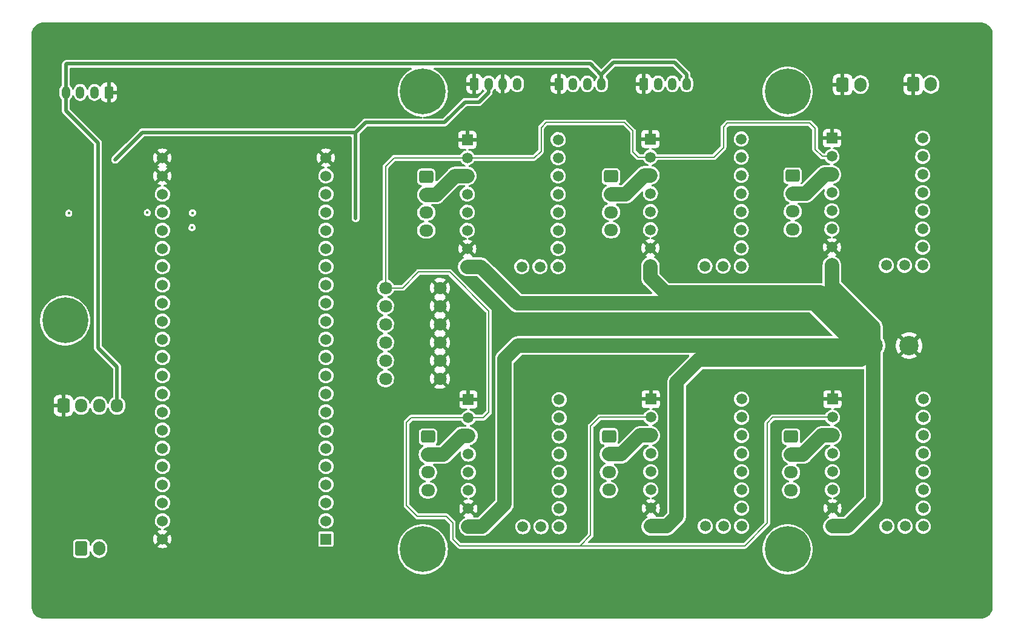
<source format=gbr>
%TF.GenerationSoftware,KiCad,Pcbnew,(6.0.7)*%
%TF.CreationDate,2025-08-04T23:03:26+08:00*%
%TF.ProjectId,stepper_with_TMC2209_controller_board_V1,73746570-7065-4725-9f77-6974685f544d,rev?*%
%TF.SameCoordinates,PX496ed40PY848f8c0*%
%TF.FileFunction,Copper,L4,Bot*%
%TF.FilePolarity,Positive*%
%FSLAX46Y46*%
G04 Gerber Fmt 4.6, Leading zero omitted, Abs format (unit mm)*
G04 Created by KiCad (PCBNEW (6.0.7)) date 2025-08-04 23:03:26*
%MOMM*%
%LPD*%
G01*
G04 APERTURE LIST*
G04 Aperture macros list*
%AMRoundRect*
0 Rectangle with rounded corners*
0 $1 Rounding radius*
0 $2 $3 $4 $5 $6 $7 $8 $9 X,Y pos of 4 corners*
0 Add a 4 corners polygon primitive as box body*
4,1,4,$2,$3,$4,$5,$6,$7,$8,$9,$2,$3,0*
0 Add four circle primitives for the rounded corners*
1,1,$1+$1,$2,$3*
1,1,$1+$1,$4,$5*
1,1,$1+$1,$6,$7*
1,1,$1+$1,$8,$9*
0 Add four rect primitives between the rounded corners*
20,1,$1+$1,$2,$3,$4,$5,0*
20,1,$1+$1,$4,$5,$6,$7,0*
20,1,$1+$1,$6,$7,$8,$9,0*
20,1,$1+$1,$8,$9,$2,$3,0*%
G04 Aperture macros list end*
%TA.AperFunction,ComponentPad*%
%ADD10RoundRect,0.250000X-0.600000X-0.750000X0.600000X-0.750000X0.600000X0.750000X-0.600000X0.750000X0*%
%TD*%
%TA.AperFunction,ComponentPad*%
%ADD11O,1.700000X2.000000*%
%TD*%
%TA.AperFunction,ComponentPad*%
%ADD12RoundRect,0.250000X-0.350000X-0.625000X0.350000X-0.625000X0.350000X0.625000X-0.350000X0.625000X0*%
%TD*%
%TA.AperFunction,ComponentPad*%
%ADD13O,1.200000X1.750000*%
%TD*%
%TA.AperFunction,ComponentPad*%
%ADD14RoundRect,0.250000X-0.725000X0.600000X-0.725000X-0.600000X0.725000X-0.600000X0.725000X0.600000X0*%
%TD*%
%TA.AperFunction,ComponentPad*%
%ADD15O,1.950000X1.700000*%
%TD*%
%TA.AperFunction,ComponentPad*%
%ADD16C,6.400000*%
%TD*%
%TA.AperFunction,ComponentPad*%
%ADD17C,2.700000*%
%TD*%
%TA.AperFunction,ComponentPad*%
%ADD18R,1.508000X1.508000*%
%TD*%
%TA.AperFunction,ComponentPad*%
%ADD19C,1.508000*%
%TD*%
%TA.AperFunction,ComponentPad*%
%ADD20R,1.530000X1.530000*%
%TD*%
%TA.AperFunction,ComponentPad*%
%ADD21C,1.530000*%
%TD*%
%TA.AperFunction,ComponentPad*%
%ADD22RoundRect,0.250000X0.350000X0.625000X-0.350000X0.625000X-0.350000X-0.625000X0.350000X-0.625000X0*%
%TD*%
%TA.AperFunction,ComponentPad*%
%ADD23RoundRect,0.250000X-0.600000X-0.725000X0.600000X-0.725000X0.600000X0.725000X-0.600000X0.725000X0*%
%TD*%
%TA.AperFunction,ComponentPad*%
%ADD24O,1.700000X1.950000*%
%TD*%
%TA.AperFunction,ComponentPad*%
%ADD25C,1.800000*%
%TD*%
%TA.AperFunction,ViaPad*%
%ADD26C,0.400000*%
%TD*%
%TA.AperFunction,Conductor*%
%ADD27C,2.000000*%
%TD*%
%TA.AperFunction,Conductor*%
%ADD28C,0.500000*%
%TD*%
%TA.AperFunction,Conductor*%
%ADD29C,0.200000*%
%TD*%
G04 APERTURE END LIST*
D10*
%TO.P,J3,1,Pin_1*%
%TO.N,GND*%
X123550000Y70025000D03*
D11*
%TO.P,J3,2,Pin_2*%
%TO.N,/24V*%
X126050000Y70025000D03*
%TD*%
D10*
%TO.P,J2,1,Pin_1*%
%TO.N,GND*%
X113700000Y70000000D03*
D11*
%TO.P,J2,2,Pin_2*%
%TO.N,/24V*%
X116200000Y70000000D03*
%TD*%
D12*
%TO.P,J1,1,Pin_1*%
%TO.N,GND*%
X62200000Y70100000D03*
D13*
%TO.P,J1,2,Pin_2*%
%TO.N,/3v3*%
X64200000Y70100000D03*
%TO.P,J1,3,Pin_3*%
%TO.N,GND*%
X66200000Y70100000D03*
%TO.P,J1,4,Pin_4*%
%TO.N,/Spare_1*%
X68200000Y70100000D03*
%TD*%
D14*
%TO.P,JM4,1,Pin_1*%
%TO.N,/M41*%
X55725000Y20750000D03*
D15*
%TO.P,JM4,2,Pin_2*%
%TO.N,/M43*%
X55725000Y18250000D03*
%TO.P,JM4,3,Pin_3*%
%TO.N,/M42*%
X55725000Y15750000D03*
%TO.P,JM4,4,Pin_4*%
%TO.N,/M44*%
X55725000Y13250000D03*
%TD*%
D16*
%TO.P,REF\u002A\u002A,1*%
%TO.N,N/C*%
X106000000Y5000000D03*
%TD*%
D17*
%TO.P,U4,P$1,+*%
%TO.N,/24V*%
X118000000Y33500000D03*
%TO.P,U4,P$2,-*%
%TO.N,GND*%
X123000000Y33500000D03*
%TD*%
D16*
%TO.P,REF\u002A\u002A,1*%
%TO.N,N/C*%
X106000000Y69000000D03*
%TD*%
D14*
%TO.P,JM5,1,Pin_1*%
%TO.N,/M51*%
X81025000Y20800000D03*
D15*
%TO.P,JM5,2,Pin_2*%
%TO.N,/M53*%
X81025000Y18300000D03*
%TO.P,JM5,3,Pin_3*%
%TO.N,/M52*%
X81025000Y15800000D03*
%TO.P,JM5,4,Pin_4*%
%TO.N,/M54*%
X81025000Y13300000D03*
%TD*%
D18*
%TO.P,M6,1,GND*%
%TO.N,GND*%
X112277500Y25990000D03*
D19*
%TO.P,M6,2,VIO*%
%TO.N,/VDD_Fault*%
X112277500Y23450000D03*
%TO.P,M6,3,M1B*%
%TO.N,/M63*%
X112277500Y20910000D03*
%TO.P,M6,4,M1A*%
%TO.N,/M61*%
X112277500Y18370000D03*
%TO.P,M6,5,M2A*%
%TO.N,/M62*%
X112277500Y15830000D03*
%TO.P,M6,6,M2B*%
%TO.N,/M64*%
X112277500Y13290000D03*
%TO.P,M6,7,GND*%
%TO.N,GND*%
X112277500Y10750000D03*
%TO.P,M6,8,VM*%
%TO.N,/24V*%
X112277500Y8210000D03*
%TO.P,M6,9,DIR*%
%TO.N,/P6*%
X124977500Y25990000D03*
%TO.P,M6,10,STEP*%
%TO.N,/P5*%
X124977500Y23450000D03*
%TO.P,M6,11,PDN*%
%TO.N,/CLK_SLP*%
X124977500Y20910000D03*
%TO.P,M6,12,UART*%
%TO.N,/TX_Reset*%
X124977500Y18370000D03*
%TO.P,M6,13,SPRD*%
%TO.N,/RX_M2*%
X124977500Y15830000D03*
%TO.P,M6,14,MS2*%
%TO.N,/MS2_M1*%
X124977500Y13290000D03*
%TO.P,M6,15,MS1*%
%TO.N,/MS1_M0*%
X124977500Y10750000D03*
%TO.P,M6,16,~{EN}*%
%TO.N,/TMC_EN_6*%
X124977500Y8210000D03*
%TO.P,M6,17,INDEX*%
%TO.N,/INDEX_6*%
X119897500Y8210000D03*
%TO.P,M6,18,DIAG*%
%TO.N,/DIAG_6*%
X122437500Y8210000D03*
%TD*%
D18*
%TO.P,M1,1,GND*%
%TO.N,GND*%
X61225000Y62287500D03*
D19*
%TO.P,M1,2,VIO*%
%TO.N,/VDD_Fault*%
X61225000Y59747500D03*
%TO.P,M1,3,M1B*%
%TO.N,/M13*%
X61225000Y57207500D03*
%TO.P,M1,4,M1A*%
%TO.N,/M11*%
X61225000Y54667500D03*
%TO.P,M1,5,M2A*%
%TO.N,/M12*%
X61225000Y52127500D03*
%TO.P,M1,6,M2B*%
%TO.N,/M14*%
X61225000Y49587500D03*
%TO.P,M1,7,GND*%
%TO.N,GND*%
X61225000Y47047500D03*
%TO.P,M1,8,VM*%
%TO.N,/24V*%
X61225000Y44507500D03*
%TO.P,M1,9,DIR*%
%TO.N,/P12*%
X73925000Y62287500D03*
%TO.P,M1,10,STEP*%
%TO.N,/P11*%
X73925000Y59747500D03*
%TO.P,M1,11,PDN*%
%TO.N,/CLK_SLP*%
X73925000Y57207500D03*
%TO.P,M1,12,UART*%
%TO.N,/TX_Reset*%
X73925000Y54667500D03*
%TO.P,M1,13,SPRD*%
%TO.N,/RX_M2*%
X73925000Y52127500D03*
%TO.P,M1,14,MS2*%
%TO.N,/MS2_M1*%
X73925000Y49587500D03*
%TO.P,M1,15,MS1*%
%TO.N,/MS1_M0*%
X73925000Y47047500D03*
%TO.P,M1,16,~{EN}*%
%TO.N,/TMC_EN_1*%
X73925000Y44507500D03*
%TO.P,M1,17,INDEX*%
%TO.N,/INDEX_1*%
X68845000Y44507500D03*
%TO.P,M1,18,DIAG*%
%TO.N,/DIAG_1*%
X71385000Y44507500D03*
%TD*%
D20*
%TO.P,U3,J1_1,3V3*%
%TO.N,/3v3*%
X41459500Y6430000D03*
D21*
%TO.P,U3,J1_2,3V3*%
X41459500Y8970000D03*
%TO.P,U3,J1_3,RST*%
%TO.N,unconnected-(U3-PadJ1_3)*%
X41459500Y11510000D03*
%TO.P,U3,J1_4,GPIO4*%
%TO.N,/P5*%
X41459500Y14050000D03*
%TO.P,U3,J1_5,GPIO5*%
%TO.N,/P6*%
X41459500Y16590000D03*
%TO.P,U3,J1_6,GPIO6*%
%TO.N,/P7*%
X41459500Y19130000D03*
%TO.P,U3,J1_7,GPIO7*%
%TO.N,/P8*%
X41459500Y21670000D03*
%TO.P,U3,J1_8,GPIO15*%
%TO.N,/P9*%
X41459500Y24210000D03*
%TO.P,U3,J1_9,GPIO16*%
%TO.N,/P10*%
X41459500Y26750000D03*
%TO.P,U3,J1_10,GPIO17*%
%TO.N,/P11*%
X41459500Y29290000D03*
%TO.P,U3,J1_11,GPIO18*%
%TO.N,/P12*%
X41459500Y31830000D03*
%TO.P,U3,J1_12,GPIO8*%
%TO.N,/SDA*%
X41459500Y34370000D03*
%TO.P,U3,J1_13,GPIO3*%
%TO.N,/P13*%
X41459500Y36910000D03*
%TO.P,U3,J1_14,GPIO46*%
%TO.N,/P14*%
X41459500Y39450000D03*
%TO.P,U3,J1_15,GPIO9*%
%TO.N,/SCL*%
X41459500Y41990000D03*
%TO.P,U3,J1_16,GPIO10*%
%TO.N,/P15*%
X41459500Y44530000D03*
%TO.P,U3,J1_17,GPIO11*%
%TO.N,/MOSI_1*%
X41459500Y47070000D03*
%TO.P,U3,J1_18,GPIO12*%
%TO.N,/MISO*%
X41459500Y49610000D03*
%TO.P,U3,J1_19,GPIO13*%
%TO.N,/CLK_1*%
X41459500Y52150000D03*
%TO.P,U3,J1_20,GPIO14*%
%TO.N,/P16*%
X41459500Y54690000D03*
%TO.P,U3,J1_21,5V0*%
%TO.N,/5V_reg*%
X41459500Y57230000D03*
%TO.P,U3,J1_22,GND*%
%TO.N,GND*%
X41459500Y59770000D03*
%TO.P,U3,J3_1,GND*%
X18599500Y6430000D03*
%TO.P,U3,J3_2,U0TXD/GPIO43*%
%TO.N,/Servo*%
X18599500Y8970000D03*
%TO.P,U3,J3_3,U0RXD/GPIO44*%
%TO.N,/Spare_1*%
X18599500Y11510000D03*
%TO.P,U3,J3_4,GPIO1*%
%TO.N,/TMC_EN_1*%
X18599500Y14050000D03*
%TO.P,U3,J3_5,GPIO2*%
%TO.N,/TMC_EN_2*%
X18599500Y16590000D03*
%TO.P,U3,J3_6,MTMS/GPIO42*%
%TO.N,/TMC_EN_3*%
X18599500Y19130000D03*
%TO.P,U3,J3_7,MTDI/GPIO41*%
%TO.N,/TMC_EN_4*%
X18599500Y21670000D03*
%TO.P,U3,J3_8,MTDO/GPIO40*%
%TO.N,/TMC_EN_5*%
X18599500Y24210000D03*
%TO.P,U3,J3_9,MTCK/GPIO39*%
%TO.N,/TMC_EN_6*%
X18599500Y26750000D03*
%TO.P,U3,J3_10,GPIO38*%
%TO.N,/CAN_TX*%
X18599500Y29290000D03*
%TO.P,U3,J3_11,GPIO37*%
%TO.N,/CAN_RX*%
X18599500Y31830000D03*
%TO.P,U3,J3_12,GPIO36*%
%TO.N,/CS12_1*%
X18599500Y34370000D03*
%TO.P,U3,J3_13,GPIO35*%
%TO.N,/CS11_1*%
X18599500Y36910000D03*
%TO.P,U3,J3_14,GPIO0*%
%TO.N,/CS10_1*%
X18599500Y39450000D03*
%TO.P,U3,J3_15,GPIO45*%
%TO.N,/CS9_1*%
X18599500Y41990000D03*
%TO.P,U3,J3_16,GPIO48*%
%TO.N,/CS8_1*%
X18599500Y44530000D03*
%TO.P,U3,J3_17,GPIO47*%
%TO.N,/CS7_1*%
X18599500Y47070000D03*
%TO.P,U3,J3_18,GPIO21*%
%TO.N,/CS6_1*%
X18599500Y49610000D03*
%TO.P,U3,J3_19,USB_D+/GPIO20*%
%TO.N,/USB_D+*%
X18599500Y52150000D03*
%TO.P,U3,J3_20,USB_D-/GPIO19*%
%TO.N,/USB_D-*%
X18599500Y54690000D03*
%TO.P,U3,J3_21,GND*%
%TO.N,GND*%
X18599500Y57230000D03*
%TO.P,U3,J3_22,GND*%
X18599500Y59770000D03*
%TD*%
D12*
%TO.P,J13,1,Pin_1*%
%TO.N,GND*%
X74000000Y70100000D03*
D13*
%TO.P,J13,2,Pin_2*%
%TO.N,/24V*%
X76000000Y70100000D03*
%TO.P,J13,3,Pin_3*%
%TO.N,/Servo*%
X78000000Y70100000D03*
%TO.P,J13,4,Pin_4*%
%TO.N,/5V_reg*%
X80000000Y70100000D03*
%TD*%
D16*
%TO.P,REF\u002A\u002A,1*%
%TO.N,N/C*%
X55000000Y5000000D03*
%TD*%
D18*
%TO.P,M5,1,GND*%
%TO.N,GND*%
X86877500Y25990000D03*
D19*
%TO.P,M5,2,VIO*%
%TO.N,/VDD_Fault*%
X86877500Y23450000D03*
%TO.P,M5,3,M1B*%
%TO.N,/M53*%
X86877500Y20910000D03*
%TO.P,M5,4,M1A*%
%TO.N,/M51*%
X86877500Y18370000D03*
%TO.P,M5,5,M2A*%
%TO.N,/M52*%
X86877500Y15830000D03*
%TO.P,M5,6,M2B*%
%TO.N,/M54*%
X86877500Y13290000D03*
%TO.P,M5,7,GND*%
%TO.N,GND*%
X86877500Y10750000D03*
%TO.P,M5,8,VM*%
%TO.N,/24V*%
X86877500Y8210000D03*
%TO.P,M5,9,DIR*%
%TO.N,/P8*%
X99577500Y25990000D03*
%TO.P,M5,10,STEP*%
%TO.N,/P7*%
X99577500Y23450000D03*
%TO.P,M5,11,PDN*%
%TO.N,/CLK_SLP*%
X99577500Y20910000D03*
%TO.P,M5,12,UART*%
%TO.N,/TX_Reset*%
X99577500Y18370000D03*
%TO.P,M5,13,SPRD*%
%TO.N,/RX_M2*%
X99577500Y15830000D03*
%TO.P,M5,14,MS2*%
%TO.N,/MS2_M1*%
X99577500Y13290000D03*
%TO.P,M5,15,MS1*%
%TO.N,/MS1_M0*%
X99577500Y10750000D03*
%TO.P,M5,16,~{EN}*%
%TO.N,/TMC_EN_5*%
X99577500Y8210000D03*
%TO.P,M5,17,INDEX*%
%TO.N,/INDEX_5*%
X94497500Y8210000D03*
%TO.P,M5,18,DIAG*%
%TO.N,/DIAG_5*%
X97037500Y8210000D03*
%TD*%
D22*
%TO.P,J5,1,Pin_1*%
%TO.N,GND*%
X11100000Y68900000D03*
D13*
%TO.P,J5,2,Pin_2*%
%TO.N,/SCL*%
X9100000Y68900000D03*
%TO.P,J5,3,Pin_3*%
%TO.N,/SDA*%
X7100000Y68900000D03*
%TO.P,J5,4,Pin_4*%
%TO.N,/5V_reg*%
X5100000Y68900000D03*
%TD*%
D14*
%TO.P,JM3,1,Pin_1*%
%TO.N,/M31*%
X106725000Y57250000D03*
D15*
%TO.P,JM3,2,Pin_2*%
%TO.N,/M33*%
X106725000Y54750000D03*
%TO.P,JM3,3,Pin_3*%
%TO.N,/M32*%
X106725000Y52250000D03*
%TO.P,JM3,4,Pin_4*%
%TO.N,/M34*%
X106725000Y49750000D03*
%TD*%
D23*
%TO.P,J6,1,Pin_1*%
%TO.N,GND*%
X4750000Y25100000D03*
D24*
%TO.P,J6,2,Pin_2*%
%TO.N,/CAN_RX*%
X7250000Y25100000D03*
%TO.P,J6,3,Pin_3*%
%TO.N,/CAN_TX*%
X9750000Y25100000D03*
%TO.P,J6,4,Pin_4*%
%TO.N,/5V_reg*%
X12250000Y25100000D03*
%TD*%
D18*
%TO.P,M3,1,GND*%
%TO.N,GND*%
X112202500Y62490000D03*
D19*
%TO.P,M3,2,VIO*%
%TO.N,/VDD_Fault*%
X112202500Y59950000D03*
%TO.P,M3,3,M1B*%
%TO.N,/M33*%
X112202500Y57410000D03*
%TO.P,M3,4,M1A*%
%TO.N,/M31*%
X112202500Y54870000D03*
%TO.P,M3,5,M2A*%
%TO.N,/M32*%
X112202500Y52330000D03*
%TO.P,M3,6,M2B*%
%TO.N,/M34*%
X112202500Y49790000D03*
%TO.P,M3,7,GND*%
%TO.N,GND*%
X112202500Y47250000D03*
%TO.P,M3,8,VM*%
%TO.N,/24V*%
X112202500Y44710000D03*
%TO.P,M3,9,DIR*%
%TO.N,/P16*%
X124902500Y62490000D03*
%TO.P,M3,10,STEP*%
%TO.N,/P15*%
X124902500Y59950000D03*
%TO.P,M3,11,PDN*%
%TO.N,/CLK_SLP*%
X124902500Y57410000D03*
%TO.P,M3,12,UART*%
%TO.N,/TX_Reset*%
X124902500Y54870000D03*
%TO.P,M3,13,SPRD*%
%TO.N,/RX_M2*%
X124902500Y52330000D03*
%TO.P,M3,14,MS2*%
%TO.N,/MS2_M1*%
X124902500Y49790000D03*
%TO.P,M3,15,MS1*%
%TO.N,/MS1_M0*%
X124902500Y47250000D03*
%TO.P,M3,16,~{EN}*%
%TO.N,/TMC_EN_3*%
X124902500Y44710000D03*
%TO.P,M3,17,INDEX*%
%TO.N,/INDEX_3*%
X119822500Y44710000D03*
%TO.P,M3,18,DIAG*%
%TO.N,/DIAG_3*%
X122362500Y44710000D03*
%TD*%
D18*
%TO.P,M4,1,GND*%
%TO.N,GND*%
X61377500Y25940000D03*
D19*
%TO.P,M4,2,VIO*%
%TO.N,/VDD_Fault*%
X61377500Y23400000D03*
%TO.P,M4,3,M1B*%
%TO.N,/M43*%
X61377500Y20860000D03*
%TO.P,M4,4,M1A*%
%TO.N,/M41*%
X61377500Y18320000D03*
%TO.P,M4,5,M2A*%
%TO.N,/M42*%
X61377500Y15780000D03*
%TO.P,M4,6,M2B*%
%TO.N,/M44*%
X61377500Y13240000D03*
%TO.P,M4,7,GND*%
%TO.N,GND*%
X61377500Y10700000D03*
%TO.P,M4,8,VM*%
%TO.N,/24V*%
X61377500Y8160000D03*
%TO.P,M4,9,DIR*%
%TO.N,/P10*%
X74077500Y25940000D03*
%TO.P,M4,10,STEP*%
%TO.N,/P9*%
X74077500Y23400000D03*
%TO.P,M4,11,PDN*%
%TO.N,/CLK_SLP*%
X74077500Y20860000D03*
%TO.P,M4,12,UART*%
%TO.N,/TX_Reset*%
X74077500Y18320000D03*
%TO.P,M4,13,SPRD*%
%TO.N,/RX_M2*%
X74077500Y15780000D03*
%TO.P,M4,14,MS2*%
%TO.N,/MS2_M1*%
X74077500Y13240000D03*
%TO.P,M4,15,MS1*%
%TO.N,/MS1_M0*%
X74077500Y10700000D03*
%TO.P,M4,16,~{EN}*%
%TO.N,/TMC_EN_4*%
X74077500Y8160000D03*
%TO.P,M4,17,INDEX*%
%TO.N,/INDEX_4*%
X68997500Y8160000D03*
%TO.P,M4,18,DIAG*%
%TO.N,/DIAG_4*%
X71537500Y8160000D03*
%TD*%
D14*
%TO.P,JM1,1,Pin_1*%
%TO.N,/M11*%
X55500000Y57100000D03*
D15*
%TO.P,JM1,2,Pin_2*%
%TO.N,/M13*%
X55500000Y54600000D03*
%TO.P,JM1,3,Pin_3*%
%TO.N,/M12*%
X55500000Y52100000D03*
%TO.P,JM1,4,Pin_4*%
%TO.N,/M14*%
X55500000Y49600000D03*
%TD*%
D12*
%TO.P,J7,1,Pin_1*%
%TO.N,GND*%
X85900000Y70100000D03*
D13*
%TO.P,J7,2,Pin_2*%
%TO.N,/USB_D-*%
X87900000Y70100000D03*
%TO.P,J7,3,Pin_3*%
%TO.N,/USB_D+*%
X89900000Y70100000D03*
%TO.P,J7,4,Pin_4*%
%TO.N,/5V_reg*%
X91900000Y70100000D03*
%TD*%
D10*
%TO.P,J8,1,Pin_1*%
%TO.N,/CANL*%
X7250000Y5100000D03*
D11*
%TO.P,J8,2,Pin_2*%
%TO.N,/CANH*%
X9750000Y5100000D03*
%TD*%
D14*
%TO.P,JM6,1,Pin_1*%
%TO.N,/M61*%
X106500000Y20750000D03*
D15*
%TO.P,JM6,2,Pin_2*%
%TO.N,/M63*%
X106500000Y18250000D03*
%TO.P,JM6,3,Pin_3*%
%TO.N,/M62*%
X106500000Y15750000D03*
%TO.P,JM6,4,Pin_4*%
%TO.N,/M64*%
X106500000Y13250000D03*
%TD*%
D16*
%TO.P,REF\u002A\u002A,1*%
%TO.N,N/C*%
X5000000Y37000000D03*
%TD*%
D25*
%TO.P,SW1,1,1*%
%TO.N,/MS1_M0*%
X49790000Y28850000D03*
%TO.P,SW1,2,2*%
%TO.N,/MS2_M1*%
X49790000Y31390000D03*
%TO.P,SW1,3,3*%
%TO.N,/RX_M2*%
X49790000Y33930000D03*
%TO.P,SW1,4,4*%
%TO.N,/TX_Reset*%
X49790000Y36470000D03*
%TO.P,SW1,5,5*%
%TO.N,/CLK_SLP*%
X49790000Y39010000D03*
%TO.P,SW1,6,6*%
%TO.N,/VDD_Fault*%
X49790000Y41550000D03*
%TO.P,SW1,7,7*%
%TO.N,GND*%
X57410000Y28850000D03*
%TO.P,SW1,8,8*%
X57410000Y31390000D03*
%TO.P,SW1,9,9*%
X57410000Y33930000D03*
%TO.P,SW1,10,10*%
X57410000Y36470000D03*
%TO.P,SW1,11,11*%
X57410000Y39010000D03*
%TO.P,SW1,12,12*%
X57410000Y41550000D03*
%TD*%
D18*
%TO.P,M2,1,GND*%
%TO.N,GND*%
X86825000Y62387500D03*
D19*
%TO.P,M2,2,VIO*%
%TO.N,/VDD_Fault*%
X86825000Y59847500D03*
%TO.P,M2,3,M1B*%
%TO.N,/M23*%
X86825000Y57307500D03*
%TO.P,M2,4,M1A*%
%TO.N,/M21*%
X86825000Y54767500D03*
%TO.P,M2,5,M2A*%
%TO.N,/M22*%
X86825000Y52227500D03*
%TO.P,M2,6,M2B*%
%TO.N,/M24*%
X86825000Y49687500D03*
%TO.P,M2,7,GND*%
%TO.N,GND*%
X86825000Y47147500D03*
%TO.P,M2,8,VM*%
%TO.N,/24V*%
X86825000Y44607500D03*
%TO.P,M2,9,DIR*%
%TO.N,/P14*%
X99525000Y62387500D03*
%TO.P,M2,10,STEP*%
%TO.N,/P13*%
X99525000Y59847500D03*
%TO.P,M2,11,PDN*%
%TO.N,/CLK_SLP*%
X99525000Y57307500D03*
%TO.P,M2,12,UART*%
%TO.N,/TX_Reset*%
X99525000Y54767500D03*
%TO.P,M2,13,SPRD*%
%TO.N,/RX_M2*%
X99525000Y52227500D03*
%TO.P,M2,14,MS2*%
%TO.N,/MS2_M1*%
X99525000Y49687500D03*
%TO.P,M2,15,MS1*%
%TO.N,/MS1_M0*%
X99525000Y47147500D03*
%TO.P,M2,16,~{EN}*%
%TO.N,/TMC_EN_2*%
X99525000Y44607500D03*
%TO.P,M2,17,INDEX*%
%TO.N,/INDEX_2*%
X94445000Y44607500D03*
%TO.P,M2,18,DIAG*%
%TO.N,/DIAG_2*%
X96985000Y44607500D03*
%TD*%
D16*
%TO.P,REF\u002A\u002A,1*%
%TO.N,N/C*%
X55000000Y69000000D03*
%TD*%
D14*
%TO.P,JM2,1,Pin_1*%
%TO.N,/M21*%
X81325000Y57150000D03*
D15*
%TO.P,JM2,2,Pin_2*%
%TO.N,/M23*%
X81325000Y54650000D03*
%TO.P,JM2,3,Pin_3*%
%TO.N,/M22*%
X81325000Y52150000D03*
%TO.P,JM2,4,Pin_4*%
%TO.N,/M24*%
X81325000Y49650000D03*
%TD*%
D26*
%TO.N,/3v3*%
X12000000Y59500000D03*
X45600000Y51300000D03*
%TO.N,GND*%
X72425000Y16975000D03*
X72400000Y14400000D03*
X72450000Y11800000D03*
X48025000Y32750000D03*
X97875000Y19600000D03*
X72275000Y48250000D03*
X51450000Y35175000D03*
X51375000Y37850000D03*
X97975000Y16850000D03*
X102250000Y51575000D03*
X98000000Y14475000D03*
X40150000Y15300000D03*
X5750000Y51125000D03*
X72425000Y56175000D03*
X48075000Y37675000D03*
X97975000Y11850000D03*
X48050000Y35225000D03*
X51475000Y32675000D03*
X51575000Y30150000D03*
X102250000Y48475000D03*
X72275000Y50875000D03*
X72300000Y53600000D03*
X48000000Y40350000D03*
X12625000Y51175000D03*
X98250000Y61075000D03*
X76800000Y63550000D03*
X40200000Y20450000D03*
X88900000Y68750000D03*
X20550000Y49150000D03*
X48075000Y30125000D03*
%TO.N,/MOSI*%
X22750000Y50000000D03*
X16500000Y52100000D03*
%TO.N,/CLK*%
X5500000Y52000000D03*
X22800000Y52050000D03*
%TD*%
D27*
%TO.N,/24V*%
X118000000Y33500000D02*
X68300000Y33500000D01*
X118000000Y33500000D02*
X110600000Y40900000D01*
X116300000Y31500000D02*
X93600000Y31500000D01*
X66425000Y31625000D02*
X66425000Y11325000D01*
X114410000Y8210000D02*
X112277500Y8210000D01*
X118000000Y33500000D02*
X116300000Y31800000D01*
X112202500Y41897500D02*
X112202500Y44710000D01*
X118000000Y33500000D02*
X115600000Y33500000D01*
X110600000Y40900000D02*
X88900000Y40900000D01*
X116300000Y31800000D02*
X116300000Y31500000D01*
X66425000Y11325000D02*
X63260000Y8160000D01*
X90500000Y9600000D02*
X89110000Y8210000D01*
X88900000Y40900000D02*
X86825000Y42975000D01*
X118000000Y11800000D02*
X114410000Y8210000D01*
X90500000Y28400000D02*
X90500000Y9600000D01*
X115600000Y33500000D02*
X109700000Y39400000D01*
X93600000Y31500000D02*
X90500000Y28400000D01*
X68300000Y33500000D02*
X66425000Y31625000D01*
X89110000Y8210000D02*
X86877500Y8210000D01*
X118000000Y36100000D02*
X112202500Y41897500D01*
X63260000Y8160000D02*
X61377500Y8160000D01*
X118000000Y33500000D02*
X118000000Y11800000D01*
X118000000Y33500000D02*
X118000000Y36100000D01*
X68250000Y39400000D02*
X63142500Y44507500D01*
X63142500Y44507500D02*
X61225000Y44507500D01*
X109700000Y39400000D02*
X68250000Y39400000D01*
X86825000Y42975000D02*
X86825000Y44607500D01*
D28*
%TO.N,/3v3*%
X64200000Y68900000D02*
X64200000Y70100000D01*
X45600000Y63300000D02*
X15800000Y63300000D01*
X62850000Y67550000D02*
X64200000Y68900000D01*
X45600000Y63300000D02*
X47000000Y64700000D01*
X47000000Y64700000D02*
X58050000Y64700000D01*
X15800000Y63300000D02*
X12000000Y59500000D01*
X60900000Y67550000D02*
X62850000Y67550000D01*
X45600000Y51300000D02*
X45600000Y63300000D01*
X58050000Y64700000D02*
X60900000Y67550000D01*
D27*
%TO.N,/M23*%
X86007500Y57307500D02*
X83350000Y54650000D01*
X86825000Y57307500D02*
X86007500Y57307500D01*
X83350000Y54650000D02*
X81325000Y54650000D01*
D28*
%TO.N,/5V_reg*%
X81675000Y73075000D02*
X80000000Y71400000D01*
X80000000Y70100000D02*
X80000000Y71300000D01*
X80000000Y71300000D02*
X78400000Y72900000D01*
X80000000Y71400000D02*
X80000000Y70100000D01*
X91900000Y71400000D02*
X90225000Y73075000D01*
X91900000Y70100000D02*
X91900000Y71400000D01*
X9575000Y61825000D02*
X9575000Y33175000D01*
X5200000Y72900000D02*
X5100000Y72800000D01*
X90225000Y73075000D02*
X81675000Y73075000D01*
X12250000Y30500000D02*
X12250000Y25100000D01*
X5100000Y72800000D02*
X5100000Y68900000D01*
X5100000Y66300000D02*
X9575000Y61825000D01*
X5100000Y68900000D02*
X5100000Y66300000D01*
X9575000Y33175000D02*
X12250000Y30500000D01*
X78400000Y72900000D02*
X5200000Y72900000D01*
D27*
%TO.N,/M33*%
X112202500Y57410000D02*
X111210000Y57410000D01*
X111210000Y57410000D02*
X108550000Y54750000D01*
X108550000Y54750000D02*
X106725000Y54750000D01*
%TO.N,/M53*%
X85410000Y20910000D02*
X82800000Y18300000D01*
X82800000Y18300000D02*
X81025000Y18300000D01*
X86877500Y20910000D02*
X85410000Y20910000D01*
%TO.N,/M43*%
X60460000Y20860000D02*
X57850000Y18250000D01*
X57850000Y18250000D02*
X55725000Y18250000D01*
X61377500Y20860000D02*
X60460000Y20860000D01*
%TO.N,/M13*%
X61225000Y57207500D02*
X59507500Y57207500D01*
X59507500Y57207500D02*
X56900000Y54600000D01*
X56900000Y54600000D02*
X55500000Y54600000D01*
D29*
%TO.N,/VDD_Fault*%
X103175000Y8650000D02*
X100000000Y5475000D01*
X54400000Y43775000D02*
X58775000Y43775000D01*
X49790000Y58540000D02*
X51000000Y59750000D01*
X100000000Y5475000D02*
X76975000Y5475000D01*
X49790000Y41550000D02*
X49790000Y58540000D01*
X59200000Y6425000D02*
X60150000Y5475000D01*
X84400000Y60600000D02*
X85152500Y59847500D01*
X84400000Y63500000D02*
X84400000Y60600000D01*
X61225000Y59747500D02*
X70597500Y59747500D01*
X112277500Y23450000D02*
X103950000Y23450000D01*
X59200000Y8650000D02*
X59200000Y6425000D01*
X58250000Y9600000D02*
X59200000Y8650000D01*
X52175000Y41550000D02*
X54400000Y43775000D01*
X110850000Y59950000D02*
X112202500Y59950000D01*
X109850000Y60950000D02*
X110850000Y59950000D01*
X71550000Y64000000D02*
X72250000Y64700000D01*
X86825000Y59847500D02*
X95697500Y59847500D01*
X52725000Y22725000D02*
X52725000Y11125000D01*
X51002500Y59747500D02*
X61225000Y59747500D01*
X103950000Y23450000D02*
X103175000Y22675000D01*
X72250000Y64700000D02*
X83200000Y64700000D01*
X64250000Y38300000D02*
X64250000Y24175000D01*
X103175000Y22675000D02*
X103175000Y8650000D01*
X97050000Y64050000D02*
X97600000Y64600000D01*
X85152500Y59847500D02*
X86825000Y59847500D01*
X95697500Y59847500D02*
X97050000Y61200000D01*
X109100000Y64600000D02*
X109850000Y63850000D01*
X78475000Y22250000D02*
X79675000Y23450000D01*
X83200000Y64700000D02*
X84400000Y63500000D01*
X63475000Y23400000D02*
X61377500Y23400000D01*
X78475000Y6975000D02*
X78475000Y22250000D01*
X52725000Y11125000D02*
X54250000Y9600000D01*
X49790000Y41550000D02*
X52175000Y41550000D01*
X70597500Y59747500D02*
X71550000Y60700000D01*
X97600000Y64600000D02*
X109100000Y64600000D01*
X58775000Y43775000D02*
X64250000Y38300000D01*
X54250000Y9600000D02*
X58250000Y9600000D01*
X76975000Y5475000D02*
X78475000Y6975000D01*
X97050000Y61200000D02*
X97050000Y64050000D01*
X53400000Y23400000D02*
X52725000Y22725000D01*
X64250000Y24175000D02*
X63475000Y23400000D01*
X71550000Y60700000D02*
X71550000Y64000000D01*
X61377500Y23400000D02*
X53400000Y23400000D01*
X60150000Y5475000D02*
X76975000Y5475000D01*
X51000000Y59750000D02*
X51002500Y59747500D01*
X79675000Y23450000D02*
X86877500Y23450000D01*
X109850000Y63850000D02*
X109850000Y60950000D01*
D27*
%TO.N,/M63*%
X110810000Y20910000D02*
X108150000Y18250000D01*
X108150000Y18250000D02*
X106500000Y18250000D01*
X112277500Y20910000D02*
X110810000Y20910000D01*
%TD*%
%TA.AperFunction,Conductor*%
%TO.N,GND*%
G36*
X132984563Y78697586D02*
G01*
X132989145Y78696778D01*
X133000000Y78694864D01*
X133010855Y78696778D01*
X133021878Y78696778D01*
X133021878Y78696413D01*
X133034236Y78697051D01*
X133130210Y78690187D01*
X133232881Y78682844D01*
X133250669Y78680287D01*
X133418867Y78643697D01*
X133469996Y78632574D01*
X133487245Y78627510D01*
X133697560Y78549067D01*
X133713906Y78541602D01*
X133910913Y78434027D01*
X133926033Y78424310D01*
X134105725Y78289794D01*
X134119311Y78278021D01*
X134278021Y78119311D01*
X134289794Y78105725D01*
X134424310Y77926033D01*
X134434029Y77910910D01*
X134541600Y77713910D01*
X134549069Y77697556D01*
X134627510Y77487244D01*
X134632574Y77469996D01*
X134674385Y77277801D01*
X134680286Y77250673D01*
X134682845Y77232877D01*
X134697051Y77034236D01*
X134696413Y77021878D01*
X134696778Y77021878D01*
X134696778Y77010855D01*
X134694864Y77000000D01*
X134696778Y76989145D01*
X134697586Y76984563D01*
X134699500Y76962683D01*
X134699500Y-2962683D01*
X134697586Y-2984563D01*
X134694864Y-3000000D01*
X134696778Y-3010855D01*
X134696778Y-3021878D01*
X134696413Y-3021878D01*
X134697051Y-3034236D01*
X134682845Y-3232877D01*
X134680287Y-3250669D01*
X134643697Y-3418867D01*
X134632574Y-3469996D01*
X134627510Y-3487244D01*
X134549069Y-3697556D01*
X134541600Y-3713910D01*
X134434029Y-3910910D01*
X134424310Y-3926033D01*
X134289794Y-4105725D01*
X134278021Y-4119311D01*
X134119311Y-4278021D01*
X134105725Y-4289794D01*
X133926033Y-4424310D01*
X133910913Y-4434027D01*
X133713906Y-4541602D01*
X133697560Y-4549067D01*
X133527627Y-4612448D01*
X133487244Y-4627510D01*
X133469995Y-4632574D01*
X133250669Y-4680287D01*
X133232881Y-4682844D01*
X133130210Y-4690187D01*
X133034236Y-4697051D01*
X133021878Y-4696413D01*
X133021878Y-4696778D01*
X133010855Y-4696778D01*
X133000000Y-4694864D01*
X132989145Y-4696778D01*
X132984563Y-4697586D01*
X132962683Y-4699500D01*
X2037317Y-4699500D01*
X2015437Y-4697586D01*
X2010855Y-4696778D01*
X2000000Y-4694864D01*
X1989145Y-4696778D01*
X1978122Y-4696778D01*
X1978122Y-4696413D01*
X1965764Y-4697051D01*
X1869790Y-4690187D01*
X1767119Y-4682844D01*
X1749331Y-4680287D01*
X1530005Y-4632574D01*
X1512756Y-4627510D01*
X1472373Y-4612448D01*
X1302440Y-4549067D01*
X1286094Y-4541602D01*
X1089087Y-4434027D01*
X1073967Y-4424310D01*
X894275Y-4289794D01*
X880689Y-4278021D01*
X721979Y-4119311D01*
X710206Y-4105725D01*
X575690Y-3926033D01*
X565971Y-3910910D01*
X458400Y-3713910D01*
X450931Y-3697556D01*
X372490Y-3487244D01*
X367426Y-3469996D01*
X356303Y-3418867D01*
X319713Y-3250669D01*
X317155Y-3232877D01*
X302949Y-3034236D01*
X303587Y-3021878D01*
X303222Y-3021878D01*
X303222Y-3010855D01*
X305136Y-3000000D01*
X302414Y-2984563D01*
X300500Y-2962683D01*
X300500Y4307228D01*
X6099500Y4307228D01*
X6110364Y4217453D01*
X6165887Y4077217D01*
X6257078Y3957078D01*
X6377217Y3865887D01*
X6431760Y3844292D01*
X6509923Y3813345D01*
X6509925Y3813344D01*
X6517453Y3810364D01*
X6607228Y3799500D01*
X7892772Y3799500D01*
X7982547Y3810364D01*
X7990075Y3813344D01*
X7990077Y3813345D01*
X8068240Y3844292D01*
X8122783Y3865887D01*
X8242922Y3957078D01*
X8334113Y4077217D01*
X8389636Y4217453D01*
X8400500Y4307228D01*
X8400500Y4585215D01*
X8420502Y4653336D01*
X8474158Y4699829D01*
X8544432Y4709933D01*
X8609012Y4680439D01*
X8647769Y4619416D01*
X8671314Y4535931D01*
X8673867Y4530753D01*
X8673869Y4530749D01*
X8685169Y4507836D01*
X8764835Y4346290D01*
X8768291Y4341662D01*
X8855038Y4225494D01*
X8891349Y4176867D01*
X9046619Y4033337D01*
X9225446Y3920505D01*
X9421840Y3842152D01*
X9427497Y3841027D01*
X9427503Y3841025D01*
X9623558Y3802028D01*
X9623560Y3802028D01*
X9629225Y3800901D01*
X9635000Y3800825D01*
X9635004Y3800825D01*
X9741024Y3799437D01*
X9840654Y3798133D01*
X9848610Y3799500D01*
X10043350Y3832962D01*
X10043351Y3832962D01*
X10049047Y3833941D01*
X10247425Y3907127D01*
X10269053Y3919994D01*
X10424179Y4012284D01*
X10424180Y4012285D01*
X10429144Y4015238D01*
X10588119Y4154655D01*
X10719024Y4320708D01*
X10730049Y4341662D01*
X10814785Y4502720D01*
X10817477Y4507836D01*
X10880180Y4709773D01*
X10900500Y4881455D01*
X10900500Y5000000D01*
X51494696Y5000000D01*
X51513898Y4633596D01*
X51514411Y4630356D01*
X51514412Y4630348D01*
X51530187Y4530749D01*
X51571295Y4271206D01*
X51666258Y3916801D01*
X51667443Y3913713D01*
X51667444Y3913711D01*
X51697297Y3835942D01*
X51797745Y3574264D01*
X51964318Y3247348D01*
X52164149Y2939634D01*
X52395051Y2654494D01*
X52654494Y2395051D01*
X52939634Y2164149D01*
X53247348Y1964318D01*
X53250282Y1962823D01*
X53250289Y1962819D01*
X53571324Y1799243D01*
X53574264Y1797745D01*
X53916801Y1666258D01*
X54271206Y1571295D01*
X54463752Y1540799D01*
X54630348Y1514412D01*
X54630356Y1514411D01*
X54633596Y1513898D01*
X55000000Y1494696D01*
X55366404Y1513898D01*
X55369644Y1514411D01*
X55369652Y1514412D01*
X55536248Y1540799D01*
X55728794Y1571295D01*
X56083199Y1666258D01*
X56425736Y1797745D01*
X56428676Y1799243D01*
X56749711Y1962819D01*
X56749718Y1962823D01*
X56752652Y1964318D01*
X57060366Y2164149D01*
X57345506Y2395051D01*
X57604949Y2654494D01*
X57835851Y2939634D01*
X58035682Y3247348D01*
X58202255Y3574264D01*
X58302703Y3835942D01*
X58332556Y3913711D01*
X58332557Y3913713D01*
X58333742Y3916801D01*
X58428705Y4271206D01*
X58469813Y4530749D01*
X58485588Y4630348D01*
X58485589Y4630356D01*
X58486102Y4633596D01*
X58505304Y5000000D01*
X102494696Y5000000D01*
X102513898Y4633596D01*
X102514411Y4630356D01*
X102514412Y4630348D01*
X102530187Y4530749D01*
X102571295Y4271206D01*
X102666258Y3916801D01*
X102667443Y3913713D01*
X102667444Y3913711D01*
X102697297Y3835942D01*
X102797745Y3574264D01*
X102964318Y3247348D01*
X103164149Y2939634D01*
X103395051Y2654494D01*
X103654494Y2395051D01*
X103939634Y2164149D01*
X104247348Y1964318D01*
X104250282Y1962823D01*
X104250289Y1962819D01*
X104571324Y1799243D01*
X104574264Y1797745D01*
X104916801Y1666258D01*
X105271206Y1571295D01*
X105463752Y1540799D01*
X105630348Y1514412D01*
X105630356Y1514411D01*
X105633596Y1513898D01*
X106000000Y1494696D01*
X106366404Y1513898D01*
X106369644Y1514411D01*
X106369652Y1514412D01*
X106536248Y1540799D01*
X106728794Y1571295D01*
X107083199Y1666258D01*
X107425736Y1797745D01*
X107428676Y1799243D01*
X107749711Y1962819D01*
X107749718Y1962823D01*
X107752652Y1964318D01*
X108060366Y2164149D01*
X108345506Y2395051D01*
X108604949Y2654494D01*
X108835851Y2939634D01*
X109035682Y3247348D01*
X109202255Y3574264D01*
X109302703Y3835942D01*
X109332556Y3913711D01*
X109332557Y3913713D01*
X109333742Y3916801D01*
X109428705Y4271206D01*
X109469813Y4530749D01*
X109485588Y4630348D01*
X109485589Y4630356D01*
X109486102Y4633596D01*
X109505304Y5000000D01*
X109486102Y5366404D01*
X109479461Y5408337D01*
X109457322Y5548114D01*
X109428705Y5728794D01*
X109333742Y6083199D01*
X109202255Y6425736D01*
X109118103Y6590893D01*
X109037181Y6749711D01*
X109037177Y6749718D01*
X109035682Y6752652D01*
X109027604Y6765092D01*
X108884415Y6985584D01*
X108835851Y7060366D01*
X108604949Y7345506D01*
X108345506Y7604949D01*
X108060366Y7835851D01*
X107853574Y7970143D01*
X107755421Y8033884D01*
X107755418Y8033886D01*
X107752652Y8035682D01*
X107749718Y8037177D01*
X107749711Y8037181D01*
X107428676Y8200757D01*
X107425736Y8202255D01*
X107083199Y8333742D01*
X106728794Y8428705D01*
X106536248Y8459201D01*
X106369652Y8485588D01*
X106369644Y8485589D01*
X106366404Y8486102D01*
X106000000Y8505304D01*
X105633596Y8486102D01*
X105630356Y8485589D01*
X105630348Y8485588D01*
X105463752Y8459201D01*
X105271206Y8428705D01*
X104916801Y8333742D01*
X104574264Y8202255D01*
X104571324Y8200757D01*
X104250289Y8037181D01*
X104250282Y8037177D01*
X104247348Y8035682D01*
X104244582Y8033886D01*
X104244579Y8033884D01*
X104146426Y7970143D01*
X103939634Y7835851D01*
X103654494Y7604949D01*
X103395051Y7345506D01*
X103164149Y7060366D01*
X103115585Y6985584D01*
X102972397Y6765092D01*
X102964318Y6752652D01*
X102962823Y6749718D01*
X102962819Y6749711D01*
X102881897Y6590893D01*
X102797745Y6425736D01*
X102666258Y6083199D01*
X102571295Y5728794D01*
X102542678Y5548114D01*
X102520540Y5408337D01*
X102513898Y5366404D01*
X102494696Y5000000D01*
X58505304Y5000000D01*
X58486102Y5366404D01*
X58479461Y5408337D01*
X58457322Y5548114D01*
X58428705Y5728794D01*
X58333742Y6083199D01*
X58202255Y6425736D01*
X58118103Y6590893D01*
X58037181Y6749711D01*
X58037177Y6749718D01*
X58035682Y6752652D01*
X58027604Y6765092D01*
X57884415Y6985584D01*
X57835851Y7060366D01*
X57604949Y7345506D01*
X57345506Y7604949D01*
X57060366Y7835851D01*
X56853574Y7970143D01*
X56755421Y8033884D01*
X56755418Y8033886D01*
X56752652Y8035682D01*
X56749718Y8037177D01*
X56749711Y8037181D01*
X56428676Y8200757D01*
X56425736Y8202255D01*
X56083199Y8333742D01*
X55728794Y8428705D01*
X55536248Y8459201D01*
X55369652Y8485588D01*
X55369644Y8485589D01*
X55366404Y8486102D01*
X55000000Y8505304D01*
X54633596Y8486102D01*
X54630356Y8485589D01*
X54630348Y8485588D01*
X54463752Y8459201D01*
X54271206Y8428705D01*
X53916801Y8333742D01*
X53574264Y8202255D01*
X53571324Y8200757D01*
X53250289Y8037181D01*
X53250282Y8037177D01*
X53247348Y8035682D01*
X53244582Y8033886D01*
X53244579Y8033884D01*
X53146426Y7970143D01*
X52939634Y7835851D01*
X52654494Y7604949D01*
X52395051Y7345506D01*
X52164149Y7060366D01*
X52115585Y6985584D01*
X51972397Y6765092D01*
X51964318Y6752652D01*
X51962823Y6749718D01*
X51962819Y6749711D01*
X51881897Y6590893D01*
X51797745Y6425736D01*
X51666258Y6083199D01*
X51571295Y5728794D01*
X51542678Y5548114D01*
X51520540Y5408337D01*
X51513898Y5366404D01*
X51494696Y5000000D01*
X10900500Y5000000D01*
X10900500Y5303641D01*
X10894488Y5369068D01*
X17903123Y5369068D01*
X17912416Y5357055D01*
X17956069Y5326488D01*
X17965547Y5321016D01*
X18157462Y5231525D01*
X18167755Y5227779D01*
X18372286Y5172975D01*
X18383081Y5171072D01*
X18594025Y5152616D01*
X18604975Y5152616D01*
X18815919Y5171072D01*
X18826714Y5172975D01*
X19031245Y5227779D01*
X19041538Y5231525D01*
X19233453Y5321016D01*
X19242931Y5326488D01*
X19287420Y5357641D01*
X19295794Y5368117D01*
X19288726Y5381564D01*
X19049936Y5620354D01*
X40394000Y5620354D01*
X40397118Y5594154D01*
X40442561Y5491847D01*
X40521787Y5412759D01*
X40532424Y5408056D01*
X40532426Y5408055D01*
X40591962Y5381735D01*
X40624173Y5367494D01*
X40649854Y5364500D01*
X42269146Y5364500D01*
X42272850Y5364941D01*
X42272853Y5364941D01*
X42280246Y5365821D01*
X42295346Y5367618D01*
X42397653Y5413061D01*
X42476741Y5492287D01*
X42522006Y5594673D01*
X42525000Y5620354D01*
X42525000Y7239646D01*
X42521882Y7265846D01*
X42512529Y7286904D01*
X42481163Y7357518D01*
X42476439Y7368153D01*
X42397213Y7447241D01*
X42386576Y7451944D01*
X42386574Y7451945D01*
X42325021Y7479157D01*
X42294827Y7492506D01*
X42269146Y7495500D01*
X40649854Y7495500D01*
X40646150Y7495059D01*
X40646147Y7495059D01*
X40638754Y7494179D01*
X40623654Y7492382D01*
X40615014Y7488544D01*
X40615013Y7488544D01*
X40532617Y7451945D01*
X40521347Y7446939D01*
X40513128Y7438706D01*
X40513127Y7438705D01*
X40498387Y7423939D01*
X40442259Y7367713D01*
X40437556Y7357076D01*
X40437555Y7357074D01*
X40420786Y7319142D01*
X40396994Y7265327D01*
X40394000Y7239646D01*
X40394000Y5620354D01*
X19049936Y5620354D01*
X18612312Y6057978D01*
X18598368Y6065592D01*
X18596535Y6065461D01*
X18589920Y6061210D01*
X17909553Y5380843D01*
X17903123Y5369068D01*
X10894488Y5369068D01*
X10886081Y5460560D01*
X10879576Y5483627D01*
X10848404Y5594154D01*
X10828686Y5664069D01*
X10817553Y5686646D01*
X10737719Y5848531D01*
X10735165Y5853710D01*
X10663891Y5949158D01*
X10612104Y6018509D01*
X10612103Y6018510D01*
X10608651Y6023133D01*
X10453381Y6166663D01*
X10376628Y6215091D01*
X10279434Y6276416D01*
X10279433Y6276416D01*
X10274554Y6279495D01*
X10078160Y6357848D01*
X10072503Y6358973D01*
X10072497Y6358975D01*
X9876442Y6397972D01*
X9876440Y6397972D01*
X9870775Y6399099D01*
X9865000Y6399175D01*
X9864996Y6399175D01*
X9758976Y6400563D01*
X9659346Y6401867D01*
X9653649Y6400888D01*
X9653648Y6400888D01*
X9456650Y6367038D01*
X9456649Y6367038D01*
X9450953Y6366059D01*
X9252575Y6292873D01*
X9247614Y6289921D01*
X9247613Y6289921D01*
X9088902Y6195498D01*
X9070856Y6184762D01*
X8911881Y6045345D01*
X8780976Y5879292D01*
X8778287Y5874181D01*
X8778285Y5874178D01*
X8764792Y5848531D01*
X8682523Y5692164D01*
X8655005Y5603541D01*
X8646833Y5577223D01*
X8607530Y5518098D01*
X8542500Y5489607D01*
X8472391Y5500797D01*
X8419461Y5548114D01*
X8400500Y5614587D01*
X8400500Y5892772D01*
X8389636Y5982547D01*
X8334113Y6122783D01*
X8242922Y6242922D01*
X8122783Y6334113D01*
X8042096Y6366059D01*
X7990077Y6386655D01*
X7990075Y6386656D01*
X7982547Y6389636D01*
X7892772Y6400500D01*
X6607228Y6400500D01*
X6517453Y6389636D01*
X6509925Y6386656D01*
X6509923Y6386655D01*
X6457904Y6366059D01*
X6377217Y6334113D01*
X6257078Y6242922D01*
X6165887Y6122783D01*
X6110364Y5982547D01*
X6099500Y5892772D01*
X6099500Y4307228D01*
X300500Y4307228D01*
X300500Y6424525D01*
X17322116Y6424525D01*
X17340572Y6213581D01*
X17342475Y6202786D01*
X17397279Y5998255D01*
X17401025Y5987963D01*
X17490512Y5796056D01*
X17495995Y5786561D01*
X17527140Y5742081D01*
X17537617Y5733706D01*
X17551064Y5740774D01*
X18227478Y6417188D01*
X18233856Y6428868D01*
X18963908Y6428868D01*
X18964039Y6427035D01*
X18968290Y6420420D01*
X19648657Y5740053D01*
X19660432Y5733623D01*
X19672447Y5742919D01*
X19703005Y5786561D01*
X19708488Y5796056D01*
X19797975Y5987963D01*
X19801721Y5998255D01*
X19856525Y6202786D01*
X19858428Y6213581D01*
X19876884Y6424525D01*
X19876884Y6435475D01*
X19858428Y6646419D01*
X19856525Y6657214D01*
X19801721Y6861745D01*
X19797975Y6872037D01*
X19708488Y7063944D01*
X19703005Y7073439D01*
X19671860Y7117919D01*
X19661383Y7126294D01*
X19647936Y7119226D01*
X18971522Y6442812D01*
X18963908Y6428868D01*
X18233856Y6428868D01*
X18235092Y6431132D01*
X18234961Y6432965D01*
X18230710Y6439580D01*
X17550343Y7119947D01*
X17538568Y7126377D01*
X17526553Y7117081D01*
X17495995Y7073439D01*
X17490512Y7063944D01*
X17401025Y6872037D01*
X17397279Y6861745D01*
X17342475Y6657214D01*
X17340572Y6646419D01*
X17322116Y6435475D01*
X17322116Y6424525D01*
X300500Y6424525D01*
X300500Y8984949D01*
X17528949Y8984949D01*
X17529465Y8978805D01*
X17544224Y8803048D01*
X17546434Y8776726D01*
X17561878Y8722868D01*
X17600962Y8586567D01*
X17604030Y8575866D01*
X17606845Y8570389D01*
X17606846Y8570386D01*
X17692027Y8404641D01*
X17699543Y8390017D01*
X17703366Y8385193D01*
X17703369Y8385189D01*
X17744146Y8333742D01*
X17829335Y8226261D01*
X17834029Y8222266D01*
X17946072Y8126910D01*
X17988463Y8090832D01*
X17993841Y8087826D01*
X17993843Y8087825D01*
X18079664Y8039862D01*
X18170864Y7988892D01*
X18366513Y7925322D01*
X18425117Y7885250D01*
X18452754Y7819853D01*
X18440647Y7749896D01*
X18392641Y7697590D01*
X18360186Y7683783D01*
X18167755Y7632221D01*
X18157463Y7628475D01*
X17965556Y7538988D01*
X17956061Y7533505D01*
X17911581Y7502360D01*
X17903206Y7491883D01*
X17910274Y7478436D01*
X18586688Y6802022D01*
X18600632Y6794408D01*
X18602465Y6794539D01*
X18609080Y6798790D01*
X19289447Y7479157D01*
X19295877Y7490932D01*
X19286584Y7502945D01*
X19242931Y7533512D01*
X19233453Y7538984D01*
X19041538Y7628475D01*
X19031245Y7632221D01*
X18832754Y7685406D01*
X18772131Y7722358D01*
X18741110Y7786218D01*
X18749538Y7856713D01*
X18794741Y7911460D01*
X18831481Y7928471D01*
X18980733Y7970143D01*
X18980742Y7970146D01*
X18986675Y7971803D01*
X18993493Y7975247D01*
X19167685Y8063237D01*
X19167687Y8063238D01*
X19173186Y8066016D01*
X19315124Y8176910D01*
X19332984Y8190864D01*
X19332985Y8190865D01*
X19337845Y8194662D01*
X19474380Y8352840D01*
X19485102Y8371713D01*
X19528504Y8448115D01*
X19577592Y8534525D01*
X19643549Y8732798D01*
X19653130Y8808640D01*
X19669296Y8936604D01*
X19669297Y8936611D01*
X19669738Y8940106D01*
X19670155Y8970000D01*
X19668689Y8984949D01*
X40388949Y8984949D01*
X40389465Y8978805D01*
X40404224Y8803048D01*
X40406434Y8776726D01*
X40421878Y8722868D01*
X40460962Y8586567D01*
X40464030Y8575866D01*
X40466845Y8570389D01*
X40466846Y8570386D01*
X40552027Y8404641D01*
X40559543Y8390017D01*
X40563366Y8385193D01*
X40563369Y8385189D01*
X40604146Y8333742D01*
X40689335Y8226261D01*
X40694029Y8222266D01*
X40806072Y8126910D01*
X40848463Y8090832D01*
X40853841Y8087826D01*
X40853843Y8087825D01*
X40939664Y8039862D01*
X41030864Y7988892D01*
X41229593Y7924321D01*
X41437078Y7899580D01*
X41443213Y7900052D01*
X41443215Y7900052D01*
X41639276Y7915138D01*
X41639281Y7915139D01*
X41645417Y7915611D01*
X41651347Y7917267D01*
X41651349Y7917267D01*
X41746046Y7943707D01*
X41846675Y7971803D01*
X41853493Y7975247D01*
X42027685Y8063237D01*
X42027687Y8063238D01*
X42033186Y8066016D01*
X42175124Y8176910D01*
X42192984Y8190864D01*
X42192985Y8190865D01*
X42197845Y8194662D01*
X42334380Y8352840D01*
X42345102Y8371713D01*
X42388504Y8448115D01*
X42437592Y8534525D01*
X42503549Y8732798D01*
X42513130Y8808640D01*
X42529296Y8936604D01*
X42529297Y8936611D01*
X42529738Y8940106D01*
X42530155Y8970000D01*
X42509765Y9177958D01*
X42449370Y9377995D01*
X42444558Y9387045D01*
X42354167Y9557045D01*
X42354166Y9557047D01*
X42351271Y9562491D01*
X42273250Y9658154D01*
X42223094Y9719652D01*
X42223092Y9719654D01*
X42219205Y9724420D01*
X42058203Y9857613D01*
X41874396Y9956997D01*
X41733861Y10000500D01*
X41680672Y10016965D01*
X41680669Y10016966D01*
X41674785Y10018787D01*
X41668660Y10019431D01*
X41668659Y10019431D01*
X41473103Y10039985D01*
X41473102Y10039985D01*
X41466975Y10040629D01*
X41337786Y10028872D01*
X41265020Y10022250D01*
X41265019Y10022250D01*
X41258879Y10021691D01*
X41252965Y10019950D01*
X41252963Y10019950D01*
X41126284Y9982666D01*
X41058426Y9962694D01*
X40873249Y9865886D01*
X40710402Y9734954D01*
X40706444Y9730237D01*
X40706442Y9730235D01*
X40651801Y9665116D01*
X40576088Y9574885D01*
X40573124Y9569493D01*
X40573121Y9569489D01*
X40514787Y9463379D01*
X40475423Y9391776D01*
X40473562Y9385909D01*
X40473561Y9385907D01*
X40420798Y9219576D01*
X40412241Y9192602D01*
X40388949Y8984949D01*
X19668689Y8984949D01*
X19649765Y9177958D01*
X19589370Y9377995D01*
X19584558Y9387045D01*
X19494167Y9557045D01*
X19494166Y9557047D01*
X19491271Y9562491D01*
X19413250Y9658154D01*
X19363094Y9719652D01*
X19363092Y9719654D01*
X19359205Y9724420D01*
X19198203Y9857613D01*
X19014396Y9956997D01*
X18873861Y10000500D01*
X18820672Y10016965D01*
X18820669Y10016966D01*
X18814785Y10018787D01*
X18808660Y10019431D01*
X18808659Y10019431D01*
X18613103Y10039985D01*
X18613102Y10039985D01*
X18606975Y10040629D01*
X18477786Y10028872D01*
X18405020Y10022250D01*
X18405019Y10022250D01*
X18398879Y10021691D01*
X18392965Y10019950D01*
X18392963Y10019950D01*
X18266284Y9982666D01*
X18198426Y9962694D01*
X18013249Y9865886D01*
X17850402Y9734954D01*
X17846444Y9730237D01*
X17846442Y9730235D01*
X17791801Y9665116D01*
X17716088Y9574885D01*
X17713124Y9569493D01*
X17713121Y9569489D01*
X17654787Y9463379D01*
X17615423Y9391776D01*
X17613562Y9385909D01*
X17613561Y9385907D01*
X17560798Y9219576D01*
X17552241Y9192602D01*
X17528949Y8984949D01*
X300500Y8984949D01*
X300500Y11524949D01*
X17528949Y11524949D01*
X17529465Y11518805D01*
X17545452Y11328425D01*
X17546434Y11316726D01*
X17580215Y11198917D01*
X17602265Y11122022D01*
X17604030Y11115866D01*
X17606845Y11110389D01*
X17606846Y11110386D01*
X17696728Y10935494D01*
X17699543Y10930017D01*
X17703366Y10925193D01*
X17703369Y10925189D01*
X17802635Y10799948D01*
X17829335Y10766261D01*
X17834029Y10762266D01*
X17946072Y10666910D01*
X17988463Y10630832D01*
X17993841Y10627826D01*
X17993843Y10627825D01*
X18077665Y10580979D01*
X18170864Y10528892D01*
X18369593Y10464321D01*
X18577078Y10439580D01*
X18583213Y10440052D01*
X18583215Y10440052D01*
X18779276Y10455138D01*
X18779281Y10455139D01*
X18785417Y10455611D01*
X18791347Y10457267D01*
X18791349Y10457267D01*
X18909889Y10490364D01*
X18986675Y10511803D01*
X19012215Y10524704D01*
X19167685Y10603237D01*
X19167687Y10603238D01*
X19173186Y10606016D01*
X19317705Y10718927D01*
X19332984Y10730864D01*
X19332985Y10730865D01*
X19337845Y10734662D01*
X19474380Y10892840D01*
X19485102Y10911713D01*
X19539546Y11007552D01*
X19577592Y11074525D01*
X19643549Y11272798D01*
X19656989Y11379183D01*
X19669296Y11476604D01*
X19669297Y11476611D01*
X19669738Y11480106D01*
X19670155Y11510000D01*
X19668689Y11524949D01*
X40388949Y11524949D01*
X40389465Y11518805D01*
X40405452Y11328425D01*
X40406434Y11316726D01*
X40440215Y11198917D01*
X40462265Y11122022D01*
X40464030Y11115866D01*
X40466845Y11110389D01*
X40466846Y11110386D01*
X40556728Y10935494D01*
X40559543Y10930017D01*
X40563366Y10925193D01*
X40563369Y10925189D01*
X40662635Y10799948D01*
X40689335Y10766261D01*
X40694029Y10762266D01*
X40806072Y10666910D01*
X40848463Y10630832D01*
X40853841Y10627826D01*
X40853843Y10627825D01*
X40937665Y10580979D01*
X41030864Y10528892D01*
X41229593Y10464321D01*
X41437078Y10439580D01*
X41443213Y10440052D01*
X41443215Y10440052D01*
X41639276Y10455138D01*
X41639281Y10455139D01*
X41645417Y10455611D01*
X41651347Y10457267D01*
X41651349Y10457267D01*
X41769889Y10490364D01*
X41846675Y10511803D01*
X41872215Y10524704D01*
X42027685Y10603237D01*
X42027687Y10603238D01*
X42033186Y10606016D01*
X42177705Y10718927D01*
X42192984Y10730864D01*
X42192985Y10730865D01*
X42197845Y10734662D01*
X42334380Y10892840D01*
X42345102Y10911713D01*
X42399546Y11007552D01*
X42437592Y11074525D01*
X42503549Y11272798D01*
X42516989Y11379183D01*
X42529296Y11476604D01*
X42529297Y11476611D01*
X42529738Y11480106D01*
X42530155Y11510000D01*
X42509765Y11717958D01*
X42449370Y11917995D01*
X42445163Y11925907D01*
X42354167Y12097045D01*
X42354166Y12097047D01*
X42351271Y12102491D01*
X42266019Y12207020D01*
X42223094Y12259652D01*
X42223092Y12259654D01*
X42219205Y12264420D01*
X42058203Y12397613D01*
X41874396Y12496997D01*
X41727794Y12542378D01*
X41680672Y12556965D01*
X41680669Y12556966D01*
X41674785Y12558787D01*
X41668660Y12559431D01*
X41668659Y12559431D01*
X41473103Y12579985D01*
X41473102Y12579985D01*
X41466975Y12580629D01*
X41359587Y12570856D01*
X41265020Y12562250D01*
X41265019Y12562250D01*
X41258879Y12561691D01*
X41252965Y12559950D01*
X41252963Y12559950D01*
X41142141Y12527333D01*
X41058426Y12502694D01*
X40873249Y12405886D01*
X40868449Y12402026D01*
X40868448Y12402026D01*
X40854579Y12390875D01*
X40710402Y12274954D01*
X40706444Y12270237D01*
X40706442Y12270235D01*
X40623621Y12171533D01*
X40576088Y12114885D01*
X40573124Y12109493D01*
X40573121Y12109489D01*
X40530649Y12032232D01*
X40475423Y11931776D01*
X40473562Y11925909D01*
X40473561Y11925907D01*
X40433438Y11799423D01*
X40412241Y11732602D01*
X40388949Y11524949D01*
X19668689Y11524949D01*
X19649765Y11717958D01*
X19589370Y11917995D01*
X19585163Y11925907D01*
X19494167Y12097045D01*
X19494166Y12097047D01*
X19491271Y12102491D01*
X19406019Y12207020D01*
X19363094Y12259652D01*
X19363092Y12259654D01*
X19359205Y12264420D01*
X19198203Y12397613D01*
X19014396Y12496997D01*
X18867794Y12542378D01*
X18820672Y12556965D01*
X18820669Y12556966D01*
X18814785Y12558787D01*
X18808660Y12559431D01*
X18808659Y12559431D01*
X18613103Y12579985D01*
X18613102Y12579985D01*
X18606975Y12580629D01*
X18499587Y12570856D01*
X18405020Y12562250D01*
X18405019Y12562250D01*
X18398879Y12561691D01*
X18392965Y12559950D01*
X18392963Y12559950D01*
X18282141Y12527333D01*
X18198426Y12502694D01*
X18013249Y12405886D01*
X18008449Y12402026D01*
X18008448Y12402026D01*
X17994579Y12390875D01*
X17850402Y12274954D01*
X17846444Y12270237D01*
X17846442Y12270235D01*
X17763621Y12171533D01*
X17716088Y12114885D01*
X17713124Y12109493D01*
X17713121Y12109489D01*
X17670649Y12032232D01*
X17615423Y11931776D01*
X17613562Y11925909D01*
X17613561Y11925907D01*
X17573438Y11799423D01*
X17552241Y11732602D01*
X17528949Y11524949D01*
X300500Y11524949D01*
X300500Y14064949D01*
X17528949Y14064949D01*
X17529465Y14058805D01*
X17544208Y13883239D01*
X17546434Y13856726D01*
X17576353Y13752387D01*
X17590931Y13701549D01*
X17604030Y13655866D01*
X17606845Y13650389D01*
X17606846Y13650386D01*
X17696728Y13475494D01*
X17699543Y13470017D01*
X17703366Y13465193D01*
X17703369Y13465189D01*
X17782782Y13364996D01*
X17829335Y13306261D01*
X17834029Y13302266D01*
X17946072Y13206910D01*
X17988463Y13170832D01*
X17993841Y13167826D01*
X17993843Y13167825D01*
X18052570Y13135004D01*
X18170864Y13068892D01*
X18369593Y13004321D01*
X18577078Y12979580D01*
X18583213Y12980052D01*
X18583215Y12980052D01*
X18779276Y12995138D01*
X18779281Y12995139D01*
X18785417Y12995611D01*
X18791347Y12997267D01*
X18791349Y12997267D01*
X18886046Y13023707D01*
X18986675Y13051803D01*
X19005607Y13061366D01*
X19167685Y13143237D01*
X19167687Y13143238D01*
X19173186Y13146016D01*
X19315124Y13256910D01*
X19332984Y13270864D01*
X19332985Y13270865D01*
X19337845Y13274662D01*
X19463966Y13420775D01*
X19470356Y13428178D01*
X19470357Y13428179D01*
X19474380Y13432840D01*
X19485102Y13451713D01*
X19543476Y13554470D01*
X19577592Y13614525D01*
X19643549Y13812798D01*
X19661309Y13953381D01*
X19669296Y14016604D01*
X19669297Y14016611D01*
X19669738Y14020106D01*
X19670155Y14050000D01*
X19668689Y14064949D01*
X40388949Y14064949D01*
X40389465Y14058805D01*
X40404208Y13883239D01*
X40406434Y13856726D01*
X40436353Y13752387D01*
X40450931Y13701549D01*
X40464030Y13655866D01*
X40466845Y13650389D01*
X40466846Y13650386D01*
X40556728Y13475494D01*
X40559543Y13470017D01*
X40563366Y13465193D01*
X40563369Y13465189D01*
X40642782Y13364996D01*
X40689335Y13306261D01*
X40694029Y13302266D01*
X40806072Y13206910D01*
X40848463Y13170832D01*
X40853841Y13167826D01*
X40853843Y13167825D01*
X40912570Y13135004D01*
X41030864Y13068892D01*
X41229593Y13004321D01*
X41437078Y12979580D01*
X41443213Y12980052D01*
X41443215Y12980052D01*
X41639276Y12995138D01*
X41639281Y12995139D01*
X41645417Y12995611D01*
X41651347Y12997267D01*
X41651349Y12997267D01*
X41746046Y13023707D01*
X41846675Y13051803D01*
X41865607Y13061366D01*
X42027685Y13143237D01*
X42027687Y13143238D01*
X42033186Y13146016D01*
X42175124Y13256910D01*
X42192984Y13270864D01*
X42192985Y13270865D01*
X42197845Y13274662D01*
X42323966Y13420775D01*
X42330356Y13428178D01*
X42330357Y13428179D01*
X42334380Y13432840D01*
X42345102Y13451713D01*
X42403476Y13554470D01*
X42437592Y13614525D01*
X42503549Y13812798D01*
X42521309Y13953381D01*
X42529296Y14016604D01*
X42529297Y14016611D01*
X42529738Y14020106D01*
X42530155Y14050000D01*
X42526418Y14088119D01*
X42518541Y14168450D01*
X42509765Y14257958D01*
X42449370Y14457995D01*
X42445163Y14465907D01*
X42354167Y14637045D01*
X42354166Y14637047D01*
X42351271Y14642491D01*
X42248671Y14768291D01*
X42223094Y14799652D01*
X42223092Y14799654D01*
X42219205Y14804420D01*
X42058203Y14937613D01*
X41874396Y15036997D01*
X41748976Y15075821D01*
X41680672Y15096965D01*
X41680669Y15096966D01*
X41674785Y15098787D01*
X41668660Y15099431D01*
X41668659Y15099431D01*
X41473103Y15119985D01*
X41473102Y15119985D01*
X41466975Y15120629D01*
X41337786Y15108872D01*
X41265020Y15102250D01*
X41265019Y15102250D01*
X41258879Y15101691D01*
X41252965Y15099950D01*
X41252963Y15099950D01*
X41232540Y15093939D01*
X41058426Y15042694D01*
X40873249Y14945886D01*
X40710402Y14814954D01*
X40706444Y14810237D01*
X40706442Y14810235D01*
X40631866Y14721359D01*
X40576088Y14654885D01*
X40573124Y14649493D01*
X40573121Y14649489D01*
X40515453Y14544590D01*
X40475423Y14471776D01*
X40473562Y14465909D01*
X40473561Y14465907D01*
X40452813Y14400500D01*
X40412241Y14272602D01*
X40388949Y14064949D01*
X19668689Y14064949D01*
X19666418Y14088119D01*
X19658541Y14168450D01*
X19649765Y14257958D01*
X19589370Y14457995D01*
X19585163Y14465907D01*
X19494167Y14637045D01*
X19494166Y14637047D01*
X19491271Y14642491D01*
X19388671Y14768291D01*
X19363094Y14799652D01*
X19363092Y14799654D01*
X19359205Y14804420D01*
X19198203Y14937613D01*
X19014396Y15036997D01*
X18888976Y15075821D01*
X18820672Y15096965D01*
X18820669Y15096966D01*
X18814785Y15098787D01*
X18808660Y15099431D01*
X18808659Y15099431D01*
X18613103Y15119985D01*
X18613102Y15119985D01*
X18606975Y15120629D01*
X18477786Y15108872D01*
X18405020Y15102250D01*
X18405019Y15102250D01*
X18398879Y15101691D01*
X18392965Y15099950D01*
X18392963Y15099950D01*
X18372540Y15093939D01*
X18198426Y15042694D01*
X18013249Y14945886D01*
X17850402Y14814954D01*
X17846444Y14810237D01*
X17846442Y14810235D01*
X17771866Y14721359D01*
X17716088Y14654885D01*
X17713124Y14649493D01*
X17713121Y14649489D01*
X17655453Y14544590D01*
X17615423Y14471776D01*
X17613562Y14465909D01*
X17613561Y14465907D01*
X17592813Y14400500D01*
X17552241Y14272602D01*
X17528949Y14064949D01*
X300500Y14064949D01*
X300500Y16604949D01*
X17528949Y16604949D01*
X17529465Y16598805D01*
X17544208Y16423239D01*
X17546434Y16396726D01*
X17574908Y16297425D01*
X17590931Y16241549D01*
X17604030Y16195866D01*
X17606845Y16190389D01*
X17606846Y16190386D01*
X17696728Y16015494D01*
X17699543Y16010017D01*
X17703366Y16005193D01*
X17703369Y16005189D01*
X17774856Y15914996D01*
X17829335Y15846261D01*
X17834029Y15842266D01*
X17946072Y15746910D01*
X17988463Y15710832D01*
X17993841Y15707826D01*
X17993843Y15707825D01*
X18045017Y15679225D01*
X18170864Y15608892D01*
X18369593Y15544321D01*
X18577078Y15519580D01*
X18583213Y15520052D01*
X18583215Y15520052D01*
X18779276Y15535138D01*
X18779281Y15535139D01*
X18785417Y15535611D01*
X18791347Y15537267D01*
X18791349Y15537267D01*
X18886046Y15563707D01*
X18986675Y15591803D01*
X19005607Y15601366D01*
X19167685Y15683237D01*
X19167687Y15683238D01*
X19173186Y15686016D01*
X19315124Y15796910D01*
X19332984Y15810864D01*
X19332985Y15810865D01*
X19337845Y15814662D01*
X19474380Y15972840D01*
X19485102Y15991713D01*
X19518386Y16050304D01*
X19577592Y16154525D01*
X19643549Y16352798D01*
X19652448Y16423239D01*
X19669296Y16556604D01*
X19669297Y16556611D01*
X19669738Y16560106D01*
X19670155Y16590000D01*
X19668689Y16604949D01*
X40388949Y16604949D01*
X40389465Y16598805D01*
X40404208Y16423239D01*
X40406434Y16396726D01*
X40434908Y16297425D01*
X40450931Y16241549D01*
X40464030Y16195866D01*
X40466845Y16190389D01*
X40466846Y16190386D01*
X40556728Y16015494D01*
X40559543Y16010017D01*
X40563366Y16005193D01*
X40563369Y16005189D01*
X40634856Y15914996D01*
X40689335Y15846261D01*
X40694029Y15842266D01*
X40806072Y15746910D01*
X40848463Y15710832D01*
X40853841Y15707826D01*
X40853843Y15707825D01*
X40905017Y15679225D01*
X41030864Y15608892D01*
X41229593Y15544321D01*
X41437078Y15519580D01*
X41443213Y15520052D01*
X41443215Y15520052D01*
X41639276Y15535138D01*
X41639281Y15535139D01*
X41645417Y15535611D01*
X41651347Y15537267D01*
X41651349Y15537267D01*
X41746046Y15563707D01*
X41846675Y15591803D01*
X41865607Y15601366D01*
X42027685Y15683237D01*
X42027687Y15683238D01*
X42033186Y15686016D01*
X42175124Y15796910D01*
X42192984Y15810864D01*
X42192985Y15810865D01*
X42197845Y15814662D01*
X42334380Y15972840D01*
X42345102Y15991713D01*
X42378386Y16050304D01*
X42437592Y16154525D01*
X42503549Y16352798D01*
X42512448Y16423239D01*
X42529296Y16556604D01*
X42529297Y16556611D01*
X42529738Y16560106D01*
X42530155Y16590000D01*
X42509765Y16797958D01*
X42449370Y16997995D01*
X42443023Y17009932D01*
X42354167Y17177045D01*
X42354166Y17177047D01*
X42351271Y17182491D01*
X42258043Y17296800D01*
X42223094Y17339652D01*
X42223092Y17339654D01*
X42219205Y17344420D01*
X42058203Y17477613D01*
X41874396Y17576997D01*
X41774590Y17607892D01*
X41680672Y17636965D01*
X41680669Y17636966D01*
X41674785Y17638787D01*
X41668660Y17639431D01*
X41668659Y17639431D01*
X41473103Y17659985D01*
X41473102Y17659985D01*
X41466975Y17660629D01*
X41337786Y17648872D01*
X41265020Y17642250D01*
X41265019Y17642250D01*
X41258879Y17641691D01*
X41252965Y17639950D01*
X41252963Y17639950D01*
X41232540Y17633939D01*
X41058426Y17582694D01*
X40873249Y17485886D01*
X40710402Y17354954D01*
X40706444Y17350237D01*
X40706442Y17350235D01*
X40651801Y17285116D01*
X40576088Y17194885D01*
X40573124Y17189493D01*
X40573121Y17189489D01*
X40532149Y17114960D01*
X40475423Y17011776D01*
X40473562Y17005909D01*
X40473561Y17005907D01*
X40440124Y16900500D01*
X40412241Y16812602D01*
X40388949Y16604949D01*
X19668689Y16604949D01*
X19649765Y16797958D01*
X19589370Y16997995D01*
X19583023Y17009932D01*
X19494167Y17177045D01*
X19494166Y17177047D01*
X19491271Y17182491D01*
X19398043Y17296800D01*
X19363094Y17339652D01*
X19363092Y17339654D01*
X19359205Y17344420D01*
X19198203Y17477613D01*
X19014396Y17576997D01*
X18914590Y17607892D01*
X18820672Y17636965D01*
X18820669Y17636966D01*
X18814785Y17638787D01*
X18808660Y17639431D01*
X18808659Y17639431D01*
X18613103Y17659985D01*
X18613102Y17659985D01*
X18606975Y17660629D01*
X18477786Y17648872D01*
X18405020Y17642250D01*
X18405019Y17642250D01*
X18398879Y17641691D01*
X18392965Y17639950D01*
X18392963Y17639950D01*
X18372540Y17633939D01*
X18198426Y17582694D01*
X18013249Y17485886D01*
X17850402Y17354954D01*
X17846444Y17350237D01*
X17846442Y17350235D01*
X17791801Y17285116D01*
X17716088Y17194885D01*
X17713124Y17189493D01*
X17713121Y17189489D01*
X17672149Y17114960D01*
X17615423Y17011776D01*
X17613562Y17005909D01*
X17613561Y17005907D01*
X17580124Y16900500D01*
X17552241Y16812602D01*
X17528949Y16604949D01*
X300500Y16604949D01*
X300500Y19144949D01*
X17528949Y19144949D01*
X17529465Y19138805D01*
X17545090Y18952734D01*
X17546434Y18936726D01*
X17583786Y18806466D01*
X17590931Y18781549D01*
X17604030Y18735866D01*
X17606845Y18730389D01*
X17606846Y18730386D01*
X17696728Y18555494D01*
X17699543Y18550017D01*
X17703366Y18545193D01*
X17703369Y18545189D01*
X17729009Y18512840D01*
X17829335Y18386261D01*
X17834029Y18382266D01*
X17983008Y18255475D01*
X17988463Y18250832D01*
X17993841Y18247826D01*
X17993843Y18247825D01*
X18079664Y18199862D01*
X18170864Y18148892D01*
X18369593Y18084321D01*
X18577078Y18059580D01*
X18583213Y18060052D01*
X18583215Y18060052D01*
X18779276Y18075138D01*
X18779281Y18075139D01*
X18785417Y18075611D01*
X18791347Y18077267D01*
X18791349Y18077267D01*
X18886046Y18103707D01*
X18986675Y18131803D01*
X19005607Y18141366D01*
X19167685Y18223237D01*
X19167687Y18223238D01*
X19173186Y18226016D01*
X19315124Y18336910D01*
X19332984Y18350864D01*
X19332985Y18350865D01*
X19337845Y18354662D01*
X19474380Y18512840D01*
X19485102Y18531713D01*
X19574545Y18689162D01*
X19577592Y18694525D01*
X19643549Y18892798D01*
X19664906Y19061857D01*
X19669296Y19096604D01*
X19669297Y19096611D01*
X19669738Y19100106D01*
X19670155Y19130000D01*
X19668689Y19144949D01*
X40388949Y19144949D01*
X40389465Y19138805D01*
X40405090Y18952734D01*
X40406434Y18936726D01*
X40443786Y18806466D01*
X40450931Y18781549D01*
X40464030Y18735866D01*
X40466845Y18730389D01*
X40466846Y18730386D01*
X40556728Y18555494D01*
X40559543Y18550017D01*
X40563366Y18545193D01*
X40563369Y18545189D01*
X40589009Y18512840D01*
X40689335Y18386261D01*
X40694029Y18382266D01*
X40843008Y18255475D01*
X40848463Y18250832D01*
X40853841Y18247826D01*
X40853843Y18247825D01*
X40939664Y18199862D01*
X41030864Y18148892D01*
X41229593Y18084321D01*
X41437078Y18059580D01*
X41443213Y18060052D01*
X41443215Y18060052D01*
X41639276Y18075138D01*
X41639281Y18075139D01*
X41645417Y18075611D01*
X41651347Y18077267D01*
X41651349Y18077267D01*
X41746046Y18103707D01*
X41846675Y18131803D01*
X41865607Y18141366D01*
X42027685Y18223237D01*
X42027687Y18223238D01*
X42033186Y18226016D01*
X42175124Y18336910D01*
X42192984Y18350864D01*
X42192985Y18350865D01*
X42197845Y18354662D01*
X42334380Y18512840D01*
X42345102Y18531713D01*
X42434545Y18689162D01*
X42437592Y18694525D01*
X42503549Y18892798D01*
X42524906Y19061857D01*
X42529296Y19096604D01*
X42529297Y19096611D01*
X42529738Y19100106D01*
X42530155Y19130000D01*
X42509765Y19337958D01*
X42449370Y19537995D01*
X42442721Y19550500D01*
X42354167Y19717045D01*
X42354166Y19717047D01*
X42351271Y19722491D01*
X42252243Y19843912D01*
X42223094Y19879652D01*
X42223092Y19879654D01*
X42219205Y19884420D01*
X42058203Y20017613D01*
X41874396Y20116997D01*
X41732191Y20161017D01*
X41680672Y20176965D01*
X41680669Y20176966D01*
X41674785Y20178787D01*
X41668660Y20179431D01*
X41668659Y20179431D01*
X41473103Y20199985D01*
X41473102Y20199985D01*
X41466975Y20200629D01*
X41337786Y20188872D01*
X41265020Y20182250D01*
X41265019Y20182250D01*
X41258879Y20181691D01*
X41252965Y20179950D01*
X41252963Y20179950D01*
X41162969Y20153463D01*
X41058426Y20122694D01*
X40873249Y20025886D01*
X40710402Y19894954D01*
X40706444Y19890237D01*
X40706442Y19890235D01*
X40651801Y19825116D01*
X40576088Y19734885D01*
X40573124Y19729493D01*
X40573121Y19729489D01*
X40534585Y19659391D01*
X40475423Y19551776D01*
X40412241Y19352602D01*
X40388949Y19144949D01*
X19668689Y19144949D01*
X19649765Y19337958D01*
X19589370Y19537995D01*
X19582721Y19550500D01*
X19494167Y19717045D01*
X19494166Y19717047D01*
X19491271Y19722491D01*
X19392243Y19843912D01*
X19363094Y19879652D01*
X19363092Y19879654D01*
X19359205Y19884420D01*
X19198203Y20017613D01*
X19014396Y20116997D01*
X18872191Y20161017D01*
X18820672Y20176965D01*
X18820669Y20176966D01*
X18814785Y20178787D01*
X18808660Y20179431D01*
X18808659Y20179431D01*
X18613103Y20199985D01*
X18613102Y20199985D01*
X18606975Y20200629D01*
X18477786Y20188872D01*
X18405020Y20182250D01*
X18405019Y20182250D01*
X18398879Y20181691D01*
X18392965Y20179950D01*
X18392963Y20179950D01*
X18302969Y20153463D01*
X18198426Y20122694D01*
X18013249Y20025886D01*
X17850402Y19894954D01*
X17846444Y19890237D01*
X17846442Y19890235D01*
X17791801Y19825116D01*
X17716088Y19734885D01*
X17713124Y19729493D01*
X17713121Y19729489D01*
X17674585Y19659391D01*
X17615423Y19551776D01*
X17552241Y19352602D01*
X17528949Y19144949D01*
X300500Y19144949D01*
X300500Y21684949D01*
X17528949Y21684949D01*
X17529465Y21678805D01*
X17544208Y21503239D01*
X17546434Y21476726D01*
X17569428Y21396537D01*
X17596770Y21301186D01*
X17604030Y21275866D01*
X17606845Y21270389D01*
X17606846Y21270386D01*
X17696728Y21095494D01*
X17699543Y21090017D01*
X17703366Y21085193D01*
X17703369Y21085189D01*
X17729009Y21052840D01*
X17829335Y20926261D01*
X17834029Y20922266D01*
X17946072Y20826910D01*
X17988463Y20790832D01*
X17993841Y20787826D01*
X17993843Y20787825D01*
X18079663Y20739862D01*
X18170864Y20688892D01*
X18369593Y20624321D01*
X18577078Y20599580D01*
X18583213Y20600052D01*
X18583215Y20600052D01*
X18779276Y20615138D01*
X18779281Y20615139D01*
X18785417Y20615611D01*
X18791347Y20617267D01*
X18791349Y20617267D01*
X18886046Y20643707D01*
X18986675Y20671803D01*
X18993493Y20675247D01*
X19167685Y20763237D01*
X19167687Y20763238D01*
X19173186Y20766016D01*
X19315124Y20876910D01*
X19332984Y20890864D01*
X19332985Y20890865D01*
X19337845Y20894662D01*
X19474380Y21052840D01*
X19485102Y21071713D01*
X19574545Y21229162D01*
X19577592Y21234525D01*
X19643549Y21432798D01*
X19656150Y21532547D01*
X19669296Y21636604D01*
X19669297Y21636611D01*
X19669738Y21640106D01*
X19670155Y21670000D01*
X19669212Y21679623D01*
X19668690Y21684949D01*
X40388949Y21684949D01*
X40389465Y21678805D01*
X40404208Y21503239D01*
X40406434Y21476726D01*
X40429428Y21396537D01*
X40456770Y21301186D01*
X40464030Y21275866D01*
X40466845Y21270389D01*
X40466846Y21270386D01*
X40556728Y21095494D01*
X40559543Y21090017D01*
X40563366Y21085193D01*
X40563369Y21085189D01*
X40589009Y21052840D01*
X40689335Y20926261D01*
X40694029Y20922266D01*
X40806072Y20826910D01*
X40848463Y20790832D01*
X40853841Y20787826D01*
X40853843Y20787825D01*
X40939663Y20739862D01*
X41030864Y20688892D01*
X41229593Y20624321D01*
X41437078Y20599580D01*
X41443213Y20600052D01*
X41443215Y20600052D01*
X41639276Y20615138D01*
X41639281Y20615139D01*
X41645417Y20615611D01*
X41651347Y20617267D01*
X41651349Y20617267D01*
X41746046Y20643707D01*
X41846675Y20671803D01*
X41853493Y20675247D01*
X42027685Y20763237D01*
X42027687Y20763238D01*
X42033186Y20766016D01*
X42175124Y20876910D01*
X42192984Y20890864D01*
X42192985Y20890865D01*
X42197845Y20894662D01*
X42334380Y21052840D01*
X42345102Y21071713D01*
X42434545Y21229162D01*
X42437592Y21234525D01*
X42503549Y21432798D01*
X42516150Y21532547D01*
X42529296Y21636604D01*
X42529297Y21636611D01*
X42529738Y21640106D01*
X42530155Y21670000D01*
X42529212Y21679623D01*
X42522396Y21749136D01*
X42509765Y21877958D01*
X42449370Y22077995D01*
X42443963Y22088164D01*
X42354167Y22257045D01*
X42354166Y22257047D01*
X42351271Y22262491D01*
X42252056Y22384141D01*
X42223094Y22419652D01*
X42223092Y22419654D01*
X42219205Y22424420D01*
X42058203Y22557613D01*
X41874396Y22656997D01*
X41774591Y22687892D01*
X41680672Y22716965D01*
X41680669Y22716966D01*
X41674785Y22718787D01*
X41668660Y22719431D01*
X41668659Y22719431D01*
X41473103Y22739985D01*
X41473102Y22739985D01*
X41466975Y22740629D01*
X41337786Y22728872D01*
X41265020Y22722250D01*
X41265019Y22722250D01*
X41258879Y22721691D01*
X41252965Y22719950D01*
X41252963Y22719950D01*
X41232540Y22713939D01*
X41058426Y22662694D01*
X40873249Y22565886D01*
X40868449Y22562026D01*
X40868448Y22562026D01*
X40862959Y22557613D01*
X40710402Y22434954D01*
X40706444Y22430237D01*
X40706442Y22430235D01*
X40645959Y22358154D01*
X40576088Y22274885D01*
X40573124Y22269493D01*
X40573121Y22269489D01*
X40498863Y22134414D01*
X40475423Y22091776D01*
X40473562Y22085909D01*
X40473561Y22085907D01*
X40449809Y22011030D01*
X40412241Y21892602D01*
X40388949Y21684949D01*
X19668690Y21684949D01*
X19662396Y21749136D01*
X19649765Y21877958D01*
X19589370Y22077995D01*
X19583963Y22088164D01*
X19494167Y22257045D01*
X19494166Y22257047D01*
X19491271Y22262491D01*
X19392056Y22384141D01*
X19363094Y22419652D01*
X19363092Y22419654D01*
X19359205Y22424420D01*
X19198203Y22557613D01*
X19014396Y22656997D01*
X18914591Y22687892D01*
X18820672Y22716965D01*
X18820669Y22716966D01*
X18814785Y22718787D01*
X18808660Y22719431D01*
X18808659Y22719431D01*
X18613103Y22739985D01*
X18613102Y22739985D01*
X18606975Y22740629D01*
X18477786Y22728872D01*
X18405020Y22722250D01*
X18405019Y22722250D01*
X18398879Y22721691D01*
X18392965Y22719950D01*
X18392963Y22719950D01*
X18372540Y22713939D01*
X18198426Y22662694D01*
X18013249Y22565886D01*
X18008449Y22562026D01*
X18008448Y22562026D01*
X18002959Y22557613D01*
X17850402Y22434954D01*
X17846444Y22430237D01*
X17846442Y22430235D01*
X17785959Y22358154D01*
X17716088Y22274885D01*
X17713124Y22269493D01*
X17713121Y22269489D01*
X17638863Y22134414D01*
X17615423Y22091776D01*
X17613562Y22085909D01*
X17613561Y22085907D01*
X17589809Y22011030D01*
X17552241Y21892602D01*
X17528949Y21684949D01*
X300500Y21684949D01*
X300500Y24327905D01*
X3392001Y24327905D01*
X3392338Y24321386D01*
X3402257Y24225794D01*
X3405149Y24212400D01*
X3456588Y24058216D01*
X3462761Y24045038D01*
X3548063Y23907193D01*
X3557099Y23895792D01*
X3671829Y23781261D01*
X3683240Y23772249D01*
X3821243Y23687184D01*
X3834424Y23681037D01*
X3988710Y23629862D01*
X4002086Y23626995D01*
X4096438Y23617328D01*
X4102854Y23617000D01*
X4477885Y23617000D01*
X4493124Y23621475D01*
X4494329Y23622865D01*
X4496000Y23630548D01*
X4496000Y24827885D01*
X4491525Y24843124D01*
X4490135Y24844329D01*
X4482452Y24846000D01*
X3410116Y24846000D01*
X3394877Y24841525D01*
X3393672Y24840135D01*
X3392001Y24832452D01*
X3392001Y24327905D01*
X300500Y24327905D01*
X300500Y25372115D01*
X3392000Y25372115D01*
X3396475Y25356876D01*
X3397865Y25355671D01*
X3405548Y25354000D01*
X4477885Y25354000D01*
X4493124Y25358475D01*
X4494329Y25359865D01*
X4496000Y25367548D01*
X4496000Y26564884D01*
X4491525Y26580123D01*
X4490135Y26581328D01*
X4482452Y26582999D01*
X4102905Y26582999D01*
X4096386Y26582662D01*
X4000794Y26572743D01*
X3987400Y26569851D01*
X3833216Y26518412D01*
X3820038Y26512239D01*
X3682193Y26426937D01*
X3670792Y26417901D01*
X3556261Y26303171D01*
X3547249Y26291760D01*
X3462184Y26153757D01*
X3456037Y26140576D01*
X3404862Y25986290D01*
X3401995Y25972914D01*
X3392328Y25878562D01*
X3392000Y25872145D01*
X3392000Y25372115D01*
X300500Y25372115D01*
X300500Y37000000D01*
X1494696Y37000000D01*
X1513898Y36633596D01*
X1514411Y36630356D01*
X1514412Y36630348D01*
X1533529Y36509651D01*
X1571295Y36271206D01*
X1666258Y35916801D01*
X1667443Y35913713D01*
X1667444Y35913711D01*
X1689928Y35855138D01*
X1797745Y35574264D01*
X1799243Y35571324D01*
X1961088Y35253688D01*
X1964318Y35247348D01*
X1966114Y35244582D01*
X1966116Y35244579D01*
X2020255Y35161212D01*
X2164149Y34939634D01*
X2395051Y34654494D01*
X2654494Y34395051D01*
X2939634Y34164149D01*
X2987911Y34132798D01*
X3242764Y33967295D01*
X3247348Y33964318D01*
X3250282Y33962823D01*
X3250289Y33962819D01*
X3445747Y33863228D01*
X3574264Y33797745D01*
X3916801Y33666258D01*
X4271206Y33571295D01*
X4463752Y33540799D01*
X4630348Y33514412D01*
X4630356Y33514411D01*
X4633596Y33513898D01*
X5000000Y33494696D01*
X5366404Y33513898D01*
X5369644Y33514411D01*
X5369652Y33514412D01*
X5536248Y33540799D01*
X5728794Y33571295D01*
X6083199Y33666258D01*
X6425736Y33797745D01*
X6554253Y33863228D01*
X6749711Y33962819D01*
X6749718Y33962823D01*
X6752652Y33964318D01*
X6757237Y33967295D01*
X7012089Y34132798D01*
X7060366Y34164149D01*
X7345506Y34395051D01*
X7604949Y34654494D01*
X7835851Y34939634D01*
X7979745Y35161212D01*
X8033884Y35244579D01*
X8033886Y35244582D01*
X8035682Y35247348D01*
X8038913Y35253688D01*
X8200757Y35571324D01*
X8202255Y35574264D01*
X8310072Y35855138D01*
X8332556Y35913711D01*
X8332557Y35913713D01*
X8333742Y35916801D01*
X8428705Y36271206D01*
X8466471Y36509651D01*
X8485588Y36630348D01*
X8485589Y36630356D01*
X8486102Y36633596D01*
X8505304Y37000000D01*
X8486102Y37366404D01*
X8477205Y37422582D01*
X8446418Y37616960D01*
X8428705Y37728794D01*
X8333742Y38083199D01*
X8321963Y38113886D01*
X8249706Y38302121D01*
X8202255Y38425736D01*
X8167035Y38494858D01*
X8037181Y38749711D01*
X8037177Y38749718D01*
X8035682Y38752652D01*
X7999525Y38808330D01*
X7870964Y39006296D01*
X7835851Y39060366D01*
X7604949Y39345506D01*
X7345506Y39604949D01*
X7060366Y39835851D01*
X6835968Y39981576D01*
X6755421Y40033884D01*
X6755418Y40033886D01*
X6752652Y40035682D01*
X6749718Y40037177D01*
X6749711Y40037181D01*
X6428676Y40200757D01*
X6425736Y40202255D01*
X6159028Y40304634D01*
X6086289Y40332556D01*
X6086287Y40332557D01*
X6083199Y40333742D01*
X5728794Y40428705D01*
X5536248Y40459201D01*
X5369652Y40485588D01*
X5369644Y40485589D01*
X5366404Y40486102D01*
X5000000Y40505304D01*
X4633596Y40486102D01*
X4630356Y40485589D01*
X4630348Y40485588D01*
X4463752Y40459201D01*
X4271206Y40428705D01*
X3916801Y40333742D01*
X3913713Y40332557D01*
X3913711Y40332556D01*
X3840972Y40304634D01*
X3574264Y40202255D01*
X3571324Y40200757D01*
X3250289Y40037181D01*
X3250282Y40037177D01*
X3247348Y40035682D01*
X3244582Y40033886D01*
X3244579Y40033884D01*
X3164032Y39981576D01*
X2939634Y39835851D01*
X2654494Y39604949D01*
X2395051Y39345506D01*
X2164149Y39060366D01*
X2129036Y39006296D01*
X2000476Y38808330D01*
X1964318Y38752652D01*
X1962823Y38749718D01*
X1962819Y38749711D01*
X1832965Y38494858D01*
X1797745Y38425736D01*
X1750294Y38302121D01*
X1678038Y38113886D01*
X1666258Y38083199D01*
X1571295Y37728794D01*
X1553582Y37616960D01*
X1522796Y37422582D01*
X1513898Y37366404D01*
X1494696Y37000000D01*
X300500Y37000000D01*
X300500Y52006177D01*
X4994391Y52006177D01*
X4995555Y51997275D01*
X4995555Y51997272D01*
X5001612Y51950953D01*
X5012980Y51864021D01*
X5070720Y51732797D01*
X5076497Y51725924D01*
X5076498Y51725923D01*
X5157190Y51629928D01*
X5162970Y51623052D01*
X5207200Y51593610D01*
X5271425Y51550858D01*
X5282313Y51543610D01*
X5419157Y51500858D01*
X5428129Y51500694D01*
X5428132Y51500693D01*
X5493463Y51499496D01*
X5562499Y51498230D01*
X5571533Y51500693D01*
X5692158Y51533579D01*
X5692160Y51533580D01*
X5700817Y51535940D01*
X5822991Y51610955D01*
X5831691Y51620566D01*
X5913178Y51710593D01*
X5919200Y51717246D01*
X5964426Y51810593D01*
X5977795Y51838186D01*
X5977795Y51838187D01*
X5981710Y51846267D01*
X6005496Y51987646D01*
X6005647Y52000000D01*
X5991326Y52100000D01*
X5986596Y52133032D01*
X5986595Y52133035D01*
X5985323Y52141918D01*
X5974852Y52164949D01*
X5956203Y52205964D01*
X5925984Y52272428D01*
X5872179Y52334872D01*
X5838260Y52374237D01*
X5838257Y52374240D01*
X5832400Y52381037D01*
X5712095Y52459015D01*
X5574739Y52500093D01*
X5565763Y52500148D01*
X5565762Y52500148D01*
X5505555Y52500516D01*
X5431376Y52500969D01*
X5293529Y52461572D01*
X5172280Y52385070D01*
X5166338Y52378342D01*
X5166337Y52378341D01*
X5154551Y52364996D01*
X5077377Y52277612D01*
X5016447Y52147837D01*
X5011584Y52116604D01*
X4995785Y52015128D01*
X4994391Y52006177D01*
X300500Y52006177D01*
X300500Y68577808D01*
X4199500Y68577808D01*
X4214326Y68436744D01*
X4272821Y68256716D01*
X4367467Y68092784D01*
X4371885Y68087877D01*
X4371886Y68087876D01*
X4489712Y67957017D01*
X4489715Y67957015D01*
X4494129Y67952112D01*
X4499472Y67948230D01*
X4504376Y67943815D01*
X4503117Y67942416D01*
X4540917Y67893392D01*
X4549500Y67847683D01*
X4549500Y66314993D01*
X4549389Y66309717D01*
X4546790Y66247706D01*
X4548752Y66239341D01*
X4556727Y66205338D01*
X4558890Y66193667D01*
X4564794Y66150568D01*
X4568206Y66142684D01*
X4568206Y66142683D01*
X4570765Y66136770D01*
X4577799Y66115501D01*
X4581232Y66100864D01*
X4585369Y66093339D01*
X4585370Y66093336D01*
X4602195Y66062732D01*
X4607411Y66052087D01*
X4624695Y66012145D01*
X4634158Y66000459D01*
X4646645Y65981875D01*
X4653893Y65968692D01*
X4660897Y65960578D01*
X4685433Y65936042D01*
X4694258Y65926241D01*
X4714206Y65901608D01*
X4719614Y65894930D01*
X4726612Y65889957D01*
X4726617Y65889952D01*
X4734948Y65884032D01*
X4751054Y65870421D01*
X8987595Y61633880D01*
X9021621Y61571568D01*
X9024500Y61544785D01*
X9024500Y33189993D01*
X9024389Y33184717D01*
X9021790Y33122706D01*
X9023752Y33114341D01*
X9031727Y33080338D01*
X9033890Y33068667D01*
X9039794Y33025568D01*
X9043206Y33017684D01*
X9043206Y33017683D01*
X9045765Y33011770D01*
X9052799Y32990501D01*
X9056232Y32975864D01*
X9060369Y32968339D01*
X9060370Y32968336D01*
X9077195Y32937732D01*
X9082411Y32927087D01*
X9099695Y32887145D01*
X9109158Y32875459D01*
X9121645Y32856875D01*
X9128893Y32843692D01*
X9135897Y32835578D01*
X9160433Y32811042D01*
X9169258Y32801241D01*
X9189206Y32776608D01*
X9194614Y32769930D01*
X9201612Y32764957D01*
X9201617Y32764952D01*
X9209948Y32759032D01*
X9226054Y32745421D01*
X11662595Y30308881D01*
X11696620Y30246569D01*
X11699500Y30219786D01*
X11699500Y26307948D01*
X11679498Y26239827D01*
X11637923Y26199663D01*
X11579978Y26165189D01*
X11570856Y26159762D01*
X11411881Y26020345D01*
X11280976Y25854292D01*
X11278287Y25849181D01*
X11278285Y25849178D01*
X11251739Y25798722D01*
X11182523Y25667164D01*
X11119820Y25465227D01*
X11117944Y25465809D01*
X11088401Y25411094D01*
X11026249Y25376776D01*
X10955410Y25381508D01*
X10898375Y25423786D01*
X10877618Y25465568D01*
X10863714Y25514869D01*
X10828686Y25639069D01*
X10817553Y25661646D01*
X10737719Y25823531D01*
X10735165Y25828710D01*
X10636440Y25960919D01*
X10612104Y25993509D01*
X10612103Y25993510D01*
X10608651Y25998133D01*
X10453381Y26141663D01*
X10433538Y26154183D01*
X10279434Y26251416D01*
X10279433Y26251416D01*
X10274554Y26254495D01*
X10078160Y26332848D01*
X10072503Y26333973D01*
X10072497Y26333975D01*
X9876442Y26372972D01*
X9876440Y26372972D01*
X9870775Y26374099D01*
X9865000Y26374175D01*
X9864996Y26374175D01*
X9758976Y26375563D01*
X9659346Y26376867D01*
X9653649Y26375888D01*
X9653648Y26375888D01*
X9456650Y26342038D01*
X9456649Y26342038D01*
X9450953Y26341059D01*
X9252575Y26267873D01*
X9247614Y26264921D01*
X9247613Y26264921D01*
X9081639Y26166177D01*
X9070856Y26159762D01*
X8911881Y26020345D01*
X8780976Y25854292D01*
X8778287Y25849181D01*
X8778285Y25849178D01*
X8751739Y25798722D01*
X8682523Y25667164D01*
X8619820Y25465227D01*
X8617944Y25465809D01*
X8588401Y25411094D01*
X8526249Y25376776D01*
X8455410Y25381508D01*
X8398375Y25423786D01*
X8377618Y25465568D01*
X8363714Y25514869D01*
X8328686Y25639069D01*
X8317553Y25661646D01*
X8237719Y25823531D01*
X8235165Y25828710D01*
X8136440Y25960919D01*
X8112104Y25993509D01*
X8112103Y25993510D01*
X8108651Y25998133D01*
X7953381Y26141663D01*
X7933538Y26154183D01*
X7779434Y26251416D01*
X7779433Y26251416D01*
X7774554Y26254495D01*
X7578160Y26332848D01*
X7572503Y26333973D01*
X7572497Y26333975D01*
X7376442Y26372972D01*
X7376440Y26372972D01*
X7370775Y26374099D01*
X7365000Y26374175D01*
X7364996Y26374175D01*
X7258976Y26375563D01*
X7159346Y26376867D01*
X7153649Y26375888D01*
X7153648Y26375888D01*
X6956650Y26342038D01*
X6956649Y26342038D01*
X6950953Y26341059D01*
X6752575Y26267873D01*
X6747614Y26264921D01*
X6747613Y26264921D01*
X6581639Y26166177D01*
X6570856Y26159762D01*
X6411881Y26020345D01*
X6408314Y26015820D01*
X6408309Y26015815D01*
X6322281Y25906688D01*
X6264400Y25865575D01*
X6193480Y25862281D01*
X6132037Y25897853D01*
X6099580Y25960996D01*
X6098003Y25971696D01*
X6097742Y25974213D01*
X6094851Y25987600D01*
X6043412Y26141784D01*
X6037239Y26154962D01*
X5951937Y26292807D01*
X5942901Y26304208D01*
X5828171Y26418739D01*
X5816760Y26427751D01*
X5678757Y26512816D01*
X5665576Y26518963D01*
X5511290Y26570138D01*
X5497914Y26573005D01*
X5403562Y26582672D01*
X5397145Y26583000D01*
X5022115Y26583000D01*
X5006876Y26578525D01*
X5005671Y26577135D01*
X5004000Y26569452D01*
X5004000Y23635116D01*
X5008475Y23619877D01*
X5009865Y23618672D01*
X5017548Y23617001D01*
X5397095Y23617001D01*
X5403614Y23617338D01*
X5499206Y23627257D01*
X5512600Y23630149D01*
X5666784Y23681588D01*
X5679962Y23687761D01*
X5817807Y23773063D01*
X5829208Y23782099D01*
X5943739Y23896829D01*
X5952751Y23908240D01*
X6037816Y24046243D01*
X6043963Y24059424D01*
X6095138Y24213710D01*
X6098007Y24227093D01*
X6098188Y24228861D01*
X6098604Y24229881D01*
X6099447Y24233811D01*
X6100148Y24233661D01*
X6125030Y24294587D01*
X6183146Y24335368D01*
X6254084Y24338255D01*
X6315322Y24302331D01*
X6324486Y24291408D01*
X6391349Y24201867D01*
X6446852Y24150561D01*
X6532464Y24071422D01*
X6546619Y24058337D01*
X6551502Y24055256D01*
X6649793Y23993239D01*
X6725446Y23945505D01*
X6921840Y23867152D01*
X6927497Y23866027D01*
X6927503Y23866025D01*
X7123558Y23827028D01*
X7123560Y23827028D01*
X7129225Y23825901D01*
X7135000Y23825825D01*
X7135004Y23825825D01*
X7241024Y23824437D01*
X7340654Y23823133D01*
X7355349Y23825658D01*
X7543350Y23857962D01*
X7543351Y23857962D01*
X7549047Y23858941D01*
X7747425Y23932127D01*
X7769891Y23945493D01*
X7924179Y24037284D01*
X7924180Y24037285D01*
X7929144Y24040238D01*
X8088119Y24179655D01*
X8219024Y24345708D01*
X8230049Y24366662D01*
X8284148Y24469488D01*
X8317477Y24532836D01*
X8380180Y24734773D01*
X8382056Y24734191D01*
X8411599Y24788906D01*
X8473751Y24823224D01*
X8544590Y24818492D01*
X8601625Y24776214D01*
X8622382Y24734432D01*
X8622877Y24732676D01*
X8671314Y24560931D01*
X8673867Y24555753D01*
X8673869Y24555749D01*
X8735327Y24431126D01*
X8764835Y24371290D01*
X8891349Y24201867D01*
X8946852Y24150561D01*
X9032464Y24071422D01*
X9046619Y24058337D01*
X9051502Y24055256D01*
X9149793Y23993239D01*
X9225446Y23945505D01*
X9421840Y23867152D01*
X9427497Y23866027D01*
X9427503Y23866025D01*
X9623558Y23827028D01*
X9623560Y23827028D01*
X9629225Y23825901D01*
X9635000Y23825825D01*
X9635004Y23825825D01*
X9741024Y23824437D01*
X9840654Y23823133D01*
X9855349Y23825658D01*
X10043350Y23857962D01*
X10043351Y23857962D01*
X10049047Y23858941D01*
X10247425Y23932127D01*
X10269891Y23945493D01*
X10424179Y24037284D01*
X10424180Y24037285D01*
X10429144Y24040238D01*
X10588119Y24179655D01*
X10719024Y24345708D01*
X10730049Y24366662D01*
X10784148Y24469488D01*
X10817477Y24532836D01*
X10880180Y24734773D01*
X10882056Y24734191D01*
X10911599Y24788906D01*
X10973751Y24823224D01*
X11044590Y24818492D01*
X11101625Y24776214D01*
X11122382Y24734432D01*
X11122877Y24732676D01*
X11171314Y24560931D01*
X11173867Y24555753D01*
X11173869Y24555749D01*
X11235327Y24431126D01*
X11264835Y24371290D01*
X11391349Y24201867D01*
X11446852Y24150561D01*
X11532464Y24071422D01*
X11546619Y24058337D01*
X11551502Y24055256D01*
X11649793Y23993239D01*
X11725446Y23945505D01*
X11921840Y23867152D01*
X11927497Y23866027D01*
X11927503Y23866025D01*
X12123558Y23827028D01*
X12123560Y23827028D01*
X12129225Y23825901D01*
X12135000Y23825825D01*
X12135004Y23825825D01*
X12241024Y23824437D01*
X12340654Y23823133D01*
X12355349Y23825658D01*
X12543350Y23857962D01*
X12543351Y23857962D01*
X12549047Y23858941D01*
X12747425Y23932127D01*
X12769891Y23945493D01*
X12924179Y24037284D01*
X12924180Y24037285D01*
X12929144Y24040238D01*
X13088119Y24179655D01*
X13123826Y24224949D01*
X17528949Y24224949D01*
X17529465Y24218805D01*
X17544708Y24037284D01*
X17546434Y24016726D01*
X17583786Y23886466D01*
X17601222Y23825660D01*
X17604030Y23815866D01*
X17606845Y23810389D01*
X17606846Y23810386D01*
X17696728Y23635494D01*
X17699543Y23630017D01*
X17703366Y23625193D01*
X17703369Y23625189D01*
X17729009Y23592840D01*
X17829335Y23466261D01*
X17834029Y23462266D01*
X17946072Y23366910D01*
X17988463Y23330832D01*
X17993841Y23327826D01*
X17993843Y23327825D01*
X18079663Y23279862D01*
X18170864Y23228892D01*
X18369593Y23164321D01*
X18577078Y23139580D01*
X18583213Y23140052D01*
X18583215Y23140052D01*
X18779276Y23155138D01*
X18779281Y23155139D01*
X18785417Y23155611D01*
X18791347Y23157267D01*
X18791349Y23157267D01*
X18886046Y23183707D01*
X18986675Y23211803D01*
X19005607Y23221366D01*
X19167685Y23303237D01*
X19167687Y23303238D01*
X19173186Y23306016D01*
X19315124Y23416910D01*
X19332984Y23430864D01*
X19332985Y23430865D01*
X19337845Y23434662D01*
X19474380Y23592840D01*
X19485102Y23611713D01*
X19538370Y23705483D01*
X19577592Y23774525D01*
X19643549Y23972798D01*
X19653130Y24048640D01*
X19669296Y24176604D01*
X19669297Y24176611D01*
X19669738Y24180106D01*
X19670155Y24210000D01*
X19668689Y24224949D01*
X40388949Y24224949D01*
X40389465Y24218805D01*
X40404708Y24037284D01*
X40406434Y24016726D01*
X40443786Y23886466D01*
X40461222Y23825660D01*
X40464030Y23815866D01*
X40466845Y23810389D01*
X40466846Y23810386D01*
X40556728Y23635494D01*
X40559543Y23630017D01*
X40563366Y23625193D01*
X40563369Y23625189D01*
X40589009Y23592840D01*
X40689335Y23466261D01*
X40694029Y23462266D01*
X40806072Y23366910D01*
X40848463Y23330832D01*
X40853841Y23327826D01*
X40853843Y23327825D01*
X40939663Y23279862D01*
X41030864Y23228892D01*
X41229593Y23164321D01*
X41437078Y23139580D01*
X41443213Y23140052D01*
X41443215Y23140052D01*
X41639276Y23155138D01*
X41639281Y23155139D01*
X41645417Y23155611D01*
X41651347Y23157267D01*
X41651349Y23157267D01*
X41746046Y23183707D01*
X41846675Y23211803D01*
X41865607Y23221366D01*
X42027685Y23303237D01*
X42027687Y23303238D01*
X42033186Y23306016D01*
X42175124Y23416910D01*
X42192984Y23430864D01*
X42192985Y23430865D01*
X42197845Y23434662D01*
X42334380Y23592840D01*
X42345102Y23611713D01*
X42398370Y23705483D01*
X42437592Y23774525D01*
X42503549Y23972798D01*
X42513130Y24048640D01*
X42529296Y24176604D01*
X42529297Y24176611D01*
X42529738Y24180106D01*
X42530155Y24210000D01*
X42509765Y24417958D01*
X42449370Y24617995D01*
X42445163Y24625907D01*
X42354167Y24797045D01*
X42354166Y24797047D01*
X42351271Y24802491D01*
X42254325Y24921359D01*
X42223094Y24959652D01*
X42223092Y24959654D01*
X42219205Y24964420D01*
X42058203Y25097613D01*
X41874396Y25196997D01*
X41774590Y25227892D01*
X41680672Y25256965D01*
X41680669Y25256966D01*
X41674785Y25258787D01*
X41668660Y25259431D01*
X41668659Y25259431D01*
X41473103Y25279985D01*
X41473102Y25279985D01*
X41466975Y25280629D01*
X41337786Y25268872D01*
X41265020Y25262250D01*
X41265019Y25262250D01*
X41258879Y25261691D01*
X41252965Y25259950D01*
X41252963Y25259950D01*
X41232540Y25253939D01*
X41058426Y25202694D01*
X40873249Y25105886D01*
X40710402Y24974954D01*
X40706444Y24970237D01*
X40706442Y24970235D01*
X40652924Y24906455D01*
X40576088Y24814885D01*
X40573124Y24809493D01*
X40573121Y24809489D01*
X40517867Y24708982D01*
X40475423Y24631776D01*
X40473562Y24625909D01*
X40473561Y24625907D01*
X40427634Y24481126D01*
X40412241Y24432602D01*
X40388949Y24224949D01*
X19668689Y24224949D01*
X19649765Y24417958D01*
X19589370Y24617995D01*
X19585163Y24625907D01*
X19494167Y24797045D01*
X19494166Y24797047D01*
X19491271Y24802491D01*
X19394325Y24921359D01*
X19363094Y24959652D01*
X19363092Y24959654D01*
X19359205Y24964420D01*
X19198203Y25097613D01*
X19014396Y25196997D01*
X18914590Y25227892D01*
X18820672Y25256965D01*
X18820669Y25256966D01*
X18814785Y25258787D01*
X18808660Y25259431D01*
X18808659Y25259431D01*
X18613103Y25279985D01*
X18613102Y25279985D01*
X18606975Y25280629D01*
X18477786Y25268872D01*
X18405020Y25262250D01*
X18405019Y25262250D01*
X18398879Y25261691D01*
X18392965Y25259950D01*
X18392963Y25259950D01*
X18372540Y25253939D01*
X18198426Y25202694D01*
X18013249Y25105886D01*
X17850402Y24974954D01*
X17846444Y24970237D01*
X17846442Y24970235D01*
X17792924Y24906455D01*
X17716088Y24814885D01*
X17713124Y24809493D01*
X17713121Y24809489D01*
X17657867Y24708982D01*
X17615423Y24631776D01*
X17613562Y24625909D01*
X17613561Y24625907D01*
X17567634Y24481126D01*
X17552241Y24432602D01*
X17528949Y24224949D01*
X13123826Y24224949D01*
X13219024Y24345708D01*
X13230049Y24366662D01*
X13284148Y24469488D01*
X13317477Y24532836D01*
X13380180Y24734773D01*
X13386860Y24791214D01*
X13400064Y24902768D01*
X13400064Y24902775D01*
X13400500Y24906455D01*
X13400500Y25278641D01*
X13386081Y25435560D01*
X13328686Y25639069D01*
X13317553Y25661646D01*
X13237719Y25823531D01*
X13235165Y25828710D01*
X13136440Y25960919D01*
X13112104Y25993509D01*
X13112103Y25993510D01*
X13108651Y25998133D01*
X12953381Y26141663D01*
X12948503Y26144741D01*
X12948491Y26144750D01*
X12859264Y26201048D01*
X12812326Y26254314D01*
X12800500Y26307609D01*
X12800500Y26764949D01*
X17528949Y26764949D01*
X17529465Y26758805D01*
X17545308Y26570138D01*
X17546434Y26556726D01*
X17583417Y26427751D01*
X17598802Y26374099D01*
X17604030Y26355866D01*
X17606845Y26350389D01*
X17606846Y26350386D01*
X17696728Y26175494D01*
X17699543Y26170017D01*
X17703366Y26165193D01*
X17703369Y26165189D01*
X17725123Y26137743D01*
X17829335Y26006261D01*
X17834029Y26002266D01*
X17956714Y25897853D01*
X17988463Y25870832D01*
X17993841Y25867826D01*
X17993843Y25867825D01*
X18055551Y25833338D01*
X18170864Y25768892D01*
X18369593Y25704321D01*
X18577078Y25679580D01*
X18583213Y25680052D01*
X18583215Y25680052D01*
X18779276Y25695138D01*
X18779281Y25695139D01*
X18785417Y25695611D01*
X18791347Y25697267D01*
X18791349Y25697267D01*
X18886046Y25723707D01*
X18986675Y25751803D01*
X19005607Y25761366D01*
X19167685Y25843237D01*
X19167687Y25843238D01*
X19173186Y25846016D01*
X19315124Y25956910D01*
X19332984Y25970864D01*
X19332985Y25970865D01*
X19337845Y25974662D01*
X19474380Y26132840D01*
X19481143Y26144744D01*
X19552225Y26269871D01*
X19577592Y26314525D01*
X19643549Y26512798D01*
X19664906Y26681857D01*
X19669296Y26716604D01*
X19669297Y26716611D01*
X19669738Y26720106D01*
X19670155Y26750000D01*
X19668689Y26764949D01*
X40388949Y26764949D01*
X40389465Y26758805D01*
X40405308Y26570138D01*
X40406434Y26556726D01*
X40443417Y26427751D01*
X40458802Y26374099D01*
X40464030Y26355866D01*
X40466845Y26350389D01*
X40466846Y26350386D01*
X40556728Y26175494D01*
X40559543Y26170017D01*
X40563366Y26165193D01*
X40563369Y26165189D01*
X40585123Y26137743D01*
X40689335Y26006261D01*
X40694029Y26002266D01*
X40816714Y25897853D01*
X40848463Y25870832D01*
X40853841Y25867826D01*
X40853843Y25867825D01*
X40915551Y25833338D01*
X41030864Y25768892D01*
X41229593Y25704321D01*
X41437078Y25679580D01*
X41443213Y25680052D01*
X41443215Y25680052D01*
X41639276Y25695138D01*
X41639281Y25695139D01*
X41645417Y25695611D01*
X41651347Y25697267D01*
X41651349Y25697267D01*
X41746046Y25723707D01*
X41846675Y25751803D01*
X41865607Y25761366D01*
X42027685Y25843237D01*
X42027687Y25843238D01*
X42033186Y25846016D01*
X42175124Y25956910D01*
X42192984Y25970864D01*
X42192985Y25970865D01*
X42197845Y25974662D01*
X42334380Y26132840D01*
X42341143Y26144744D01*
X42379415Y26212115D01*
X60115500Y26212115D01*
X60119975Y26196876D01*
X60121365Y26195671D01*
X60129048Y26194000D01*
X61105385Y26194000D01*
X61120624Y26198475D01*
X61121829Y26199865D01*
X61123500Y26207548D01*
X61123500Y26212115D01*
X61631500Y26212115D01*
X61635975Y26196876D01*
X61637365Y26195671D01*
X61645048Y26194000D01*
X62621384Y26194000D01*
X62636623Y26198475D01*
X62637828Y26199865D01*
X62639499Y26207548D01*
X62639499Y26738669D01*
X62639129Y26745490D01*
X62633605Y26796352D01*
X62629979Y26811604D01*
X62584824Y26932054D01*
X62576286Y26947649D01*
X62499785Y27049724D01*
X62487224Y27062285D01*
X62385149Y27138786D01*
X62369554Y27147324D01*
X62249106Y27192478D01*
X62233851Y27196105D01*
X62182986Y27201631D01*
X62176172Y27202000D01*
X61649615Y27202000D01*
X61634376Y27197525D01*
X61633171Y27196135D01*
X61631500Y27188452D01*
X61631500Y26212115D01*
X61123500Y26212115D01*
X61123500Y27183884D01*
X61119025Y27199123D01*
X61117635Y27200328D01*
X61109952Y27201999D01*
X60578831Y27201999D01*
X60572010Y27201629D01*
X60521148Y27196105D01*
X60505896Y27192479D01*
X60385446Y27147324D01*
X60369851Y27138786D01*
X60267776Y27062285D01*
X60255215Y27049724D01*
X60178714Y26947649D01*
X60170176Y26932054D01*
X60125022Y26811606D01*
X60121395Y26796351D01*
X60115869Y26745486D01*
X60115500Y26738672D01*
X60115500Y26212115D01*
X42379415Y26212115D01*
X42412225Y26269871D01*
X42437592Y26314525D01*
X42503549Y26512798D01*
X42524906Y26681857D01*
X42529296Y26716604D01*
X42529297Y26716611D01*
X42529738Y26720106D01*
X42530155Y26750000D01*
X42509765Y26957958D01*
X42449370Y27157995D01*
X42445163Y27165907D01*
X42354167Y27337045D01*
X42354166Y27337047D01*
X42351271Y27342491D01*
X42229138Y27492241D01*
X42223094Y27499652D01*
X42223092Y27499654D01*
X42219205Y27504420D01*
X42058203Y27637613D01*
X41874396Y27736997D01*
X41709051Y27788180D01*
X41680672Y27796965D01*
X41680669Y27796966D01*
X41674785Y27798787D01*
X41668660Y27799431D01*
X41668659Y27799431D01*
X41473103Y27819985D01*
X41473102Y27819985D01*
X41466975Y27820629D01*
X41340566Y27809125D01*
X41265020Y27802250D01*
X41265019Y27802250D01*
X41258879Y27801691D01*
X41252965Y27799950D01*
X41252963Y27799950D01*
X41115852Y27759596D01*
X41058426Y27742694D01*
X40873249Y27645886D01*
X40710402Y27514954D01*
X40706444Y27510237D01*
X40706442Y27510235D01*
X40672288Y27469532D01*
X40576088Y27354885D01*
X40573124Y27349493D01*
X40573121Y27349489D01*
X40518607Y27250328D01*
X40475423Y27171776D01*
X40473562Y27165909D01*
X40473561Y27165907D01*
X40440690Y27062285D01*
X40412241Y26972602D01*
X40388949Y26764949D01*
X19668689Y26764949D01*
X19649765Y26957958D01*
X19589370Y27157995D01*
X19585163Y27165907D01*
X19494167Y27337045D01*
X19494166Y27337047D01*
X19491271Y27342491D01*
X19369138Y27492241D01*
X19363094Y27499652D01*
X19363092Y27499654D01*
X19359205Y27504420D01*
X19198203Y27637613D01*
X19014396Y27736997D01*
X18849051Y27788180D01*
X18820672Y27796965D01*
X18820669Y27796966D01*
X18814785Y27798787D01*
X18808660Y27799431D01*
X18808659Y27799431D01*
X18613103Y27819985D01*
X18613102Y27819985D01*
X18606975Y27820629D01*
X18480566Y27809125D01*
X18405020Y27802250D01*
X18405019Y27802250D01*
X18398879Y27801691D01*
X18392965Y27799950D01*
X18392963Y27799950D01*
X18255852Y27759596D01*
X18198426Y27742694D01*
X18013249Y27645886D01*
X17850402Y27514954D01*
X17846444Y27510237D01*
X17846442Y27510235D01*
X17812288Y27469532D01*
X17716088Y27354885D01*
X17713124Y27349493D01*
X17713121Y27349489D01*
X17658607Y27250328D01*
X17615423Y27171776D01*
X17613562Y27165909D01*
X17613561Y27165907D01*
X17580690Y27062285D01*
X17552241Y26972602D01*
X17528949Y26764949D01*
X12800500Y26764949D01*
X12800500Y29304949D01*
X17528949Y29304949D01*
X17530499Y29286494D01*
X17545640Y29106184D01*
X17546434Y29096726D01*
X17575224Y28996323D01*
X17601891Y28903327D01*
X17604030Y28895866D01*
X17606845Y28890389D01*
X17606846Y28890386D01*
X17660356Y28786267D01*
X17699543Y28710017D01*
X17703366Y28705193D01*
X17703369Y28705189D01*
X17761375Y28632005D01*
X17829335Y28546261D01*
X17834029Y28542266D01*
X17962932Y28432561D01*
X17988463Y28410832D01*
X17993841Y28407826D01*
X17993843Y28407825D01*
X18070304Y28365093D01*
X18170864Y28308892D01*
X18369593Y28244321D01*
X18577078Y28219580D01*
X18583213Y28220052D01*
X18583215Y28220052D01*
X18779276Y28235138D01*
X18779281Y28235139D01*
X18785417Y28235611D01*
X18791347Y28237267D01*
X18791349Y28237267D01*
X18966639Y28286209D01*
X18986675Y28291803D01*
X18992175Y28294581D01*
X19167685Y28383237D01*
X19167687Y28383238D01*
X19173186Y28386016D01*
X19337845Y28514662D01*
X19474380Y28672840D01*
X19479441Y28681748D01*
X19514267Y28743053D01*
X19577592Y28854525D01*
X19643549Y29052798D01*
X19664927Y29222021D01*
X19669296Y29256604D01*
X19669297Y29256611D01*
X19669738Y29260106D01*
X19670155Y29290000D01*
X19668689Y29304949D01*
X40388949Y29304949D01*
X40390499Y29286494D01*
X40405640Y29106184D01*
X40406434Y29096726D01*
X40435224Y28996323D01*
X40461891Y28903327D01*
X40464030Y28895866D01*
X40466845Y28890389D01*
X40466846Y28890386D01*
X40520356Y28786267D01*
X40559543Y28710017D01*
X40563366Y28705193D01*
X40563369Y28705189D01*
X40621375Y28632005D01*
X40689335Y28546261D01*
X40694029Y28542266D01*
X40822932Y28432561D01*
X40848463Y28410832D01*
X40853841Y28407826D01*
X40853843Y28407825D01*
X40930304Y28365093D01*
X41030864Y28308892D01*
X41229593Y28244321D01*
X41437078Y28219580D01*
X41443213Y28220052D01*
X41443215Y28220052D01*
X41639276Y28235138D01*
X41639281Y28235139D01*
X41645417Y28235611D01*
X41651347Y28237267D01*
X41651349Y28237267D01*
X41826639Y28286209D01*
X41846675Y28291803D01*
X41852175Y28294581D01*
X42027685Y28383237D01*
X42027687Y28383238D01*
X42033186Y28386016D01*
X42197845Y28514662D01*
X42334380Y28672840D01*
X42339441Y28681748D01*
X42374267Y28743053D01*
X42437592Y28854525D01*
X42446585Y28881560D01*
X48584770Y28881560D01*
X48599200Y28661396D01*
X48600621Y28655800D01*
X48600622Y28655795D01*
X48638088Y28508275D01*
X48653511Y28447548D01*
X48655928Y28442306D01*
X48655928Y28442305D01*
X48694046Y28359621D01*
X48745883Y28247179D01*
X48873222Y28066998D01*
X49031264Y27913039D01*
X49036060Y27909834D01*
X49036063Y27909832D01*
X49120261Y27853573D01*
X49214717Y27790460D01*
X49220020Y27788182D01*
X49220023Y27788180D01*
X49339155Y27736997D01*
X49417436Y27703365D01*
X49497088Y27685342D01*
X49626995Y27655946D01*
X49627001Y27655945D01*
X49632632Y27654671D01*
X49638403Y27654444D01*
X49638405Y27654444D01*
X49706211Y27651780D01*
X49853098Y27646009D01*
X49962275Y27661839D01*
X50065738Y27676840D01*
X50065743Y27676841D01*
X50071452Y27677669D01*
X50076916Y27679524D01*
X50076921Y27679525D01*
X50103637Y27688594D01*
X56613423Y27688594D01*
X56618704Y27681539D01*
X56795080Y27578473D01*
X56804363Y27574026D01*
X57011003Y27495117D01*
X57020901Y27492241D01*
X57237653Y27448143D01*
X57247883Y27446924D01*
X57468914Y27438818D01*
X57479223Y27439286D01*
X57698623Y27467392D01*
X57708688Y27469532D01*
X57920557Y27533095D01*
X57930152Y27536856D01*
X58128778Y27634162D01*
X58137636Y27639441D01*
X58195097Y27680428D01*
X58203497Y27691126D01*
X58196510Y27704279D01*
X57422811Y28477979D01*
X57408868Y28485592D01*
X57407034Y28485461D01*
X57400420Y28481210D01*
X56620180Y27700969D01*
X56613423Y27688594D01*
X50103637Y27688594D01*
X50274907Y27746732D01*
X50274912Y27746734D01*
X50280379Y27748590D01*
X50472884Y27856398D01*
X50642518Y27997482D01*
X50783602Y28167116D01*
X50891410Y28359621D01*
X50893266Y28365088D01*
X50893268Y28365093D01*
X50960475Y28563079D01*
X50960476Y28563084D01*
X50962331Y28568548D01*
X50963159Y28574257D01*
X50963160Y28574262D01*
X50993458Y28783228D01*
X50993991Y28786902D01*
X50995643Y28850000D01*
X50992945Y28879362D01*
X55997893Y28879362D01*
X56010627Y28658532D01*
X56012061Y28648330D01*
X56060685Y28432561D01*
X56063773Y28422708D01*
X56146986Y28217780D01*
X56151634Y28208579D01*
X56240097Y28064219D01*
X56250553Y28054758D01*
X56259331Y28058542D01*
X57037979Y28837189D01*
X57044356Y28848868D01*
X57774408Y28848868D01*
X57774539Y28847034D01*
X57778790Y28840420D01*
X58556307Y28062904D01*
X58568313Y28056348D01*
X58580052Y28065316D01*
X58618010Y28118141D01*
X58623321Y28126980D01*
X58721318Y28325263D01*
X58725117Y28334858D01*
X58789415Y28546483D01*
X58791594Y28556564D01*
X58820702Y28777662D01*
X58821221Y28784337D01*
X58822744Y28846636D01*
X58822550Y28853354D01*
X58804279Y29075600D01*
X58802596Y29085762D01*
X58748710Y29300292D01*
X58745389Y29310047D01*
X58657193Y29512882D01*
X58652315Y29521980D01*
X58579224Y29634962D01*
X58568538Y29644165D01*
X58558973Y29639762D01*
X57782021Y28862811D01*
X57774408Y28848868D01*
X57044356Y28848868D01*
X57045592Y28851132D01*
X57045461Y28852966D01*
X57041210Y28859580D01*
X56263862Y29636927D01*
X56252330Y29643224D01*
X56240048Y29633601D01*
X56184467Y29552123D01*
X56179379Y29543167D01*
X56086252Y29342541D01*
X56082689Y29332854D01*
X56023581Y29119720D01*
X56021650Y29109600D01*
X55998145Y28889651D01*
X55997893Y28879362D01*
X50992945Y28879362D01*
X50975454Y29069711D01*
X50915565Y29282064D01*
X50817980Y29479947D01*
X50804531Y29497958D01*
X50689420Y29652109D01*
X50689420Y29652110D01*
X50685967Y29656733D01*
X50523949Y29806501D01*
X50337350Y29924236D01*
X50134955Y30004983D01*
X50079096Y30048804D01*
X50055795Y30115868D01*
X50072451Y30184883D01*
X50118185Y30228594D01*
X56613423Y30228594D01*
X56632730Y30202803D01*
X56632163Y30202379D01*
X56657115Y30175949D01*
X56670206Y30106170D01*
X56643492Y30040390D01*
X56626065Y30023432D01*
X56615508Y30009289D01*
X56622251Y29996960D01*
X57397189Y29222021D01*
X57411132Y29214408D01*
X57412966Y29214539D01*
X57419580Y29218790D01*
X58198994Y29998205D01*
X58206011Y30011056D01*
X58198238Y30021724D01*
X58196248Y30023296D01*
X58155184Y30081212D01*
X58151951Y30152135D01*
X58187574Y30213548D01*
X58193591Y30218509D01*
X58203497Y30231126D01*
X58196510Y30244279D01*
X57422811Y31017979D01*
X57408868Y31025592D01*
X57407034Y31025461D01*
X57400420Y31021210D01*
X56620180Y30240969D01*
X56613423Y30228594D01*
X50118185Y30228594D01*
X50123775Y30233937D01*
X50141144Y30241326D01*
X50274907Y30286732D01*
X50274912Y30286734D01*
X50280379Y30288590D01*
X50472884Y30396398D01*
X50642518Y30537482D01*
X50728546Y30640919D01*
X50779908Y30702674D01*
X50779910Y30702677D01*
X50783602Y30707116D01*
X50891410Y30899621D01*
X50893266Y30905088D01*
X50893268Y30905093D01*
X50960475Y31103079D01*
X50960476Y31103084D01*
X50962331Y31108548D01*
X50963159Y31114257D01*
X50963160Y31114262D01*
X50993458Y31323228D01*
X50993991Y31326902D01*
X50995643Y31390000D01*
X50992945Y31419362D01*
X55997893Y31419362D01*
X56010627Y31198532D01*
X56012061Y31188330D01*
X56060685Y30972561D01*
X56063773Y30962708D01*
X56146986Y30757780D01*
X56151634Y30748579D01*
X56240097Y30604219D01*
X56250553Y30594758D01*
X56259331Y30598542D01*
X57037979Y31377189D01*
X57044356Y31388868D01*
X57774408Y31388868D01*
X57774539Y31387034D01*
X57778790Y31380420D01*
X58556307Y30602904D01*
X58568313Y30596348D01*
X58580052Y30605316D01*
X58618010Y30658141D01*
X58623321Y30666980D01*
X58721318Y30865263D01*
X58725117Y30874858D01*
X58789415Y31086483D01*
X58791594Y31096564D01*
X58820702Y31317662D01*
X58821221Y31324337D01*
X58822744Y31386636D01*
X58822550Y31393354D01*
X58804279Y31615600D01*
X58802596Y31625762D01*
X58748710Y31840292D01*
X58745389Y31850047D01*
X58657193Y32052882D01*
X58652315Y32061980D01*
X58579224Y32174962D01*
X58568538Y32184165D01*
X58558973Y32179762D01*
X57782021Y31402811D01*
X57774408Y31388868D01*
X57044356Y31388868D01*
X57045592Y31391132D01*
X57045461Y31392966D01*
X57041210Y31399580D01*
X56263862Y32176927D01*
X56252330Y32183224D01*
X56240048Y32173601D01*
X56184467Y32092123D01*
X56179379Y32083167D01*
X56086252Y31882541D01*
X56082689Y31872854D01*
X56023581Y31659720D01*
X56021650Y31649600D01*
X55998145Y31429651D01*
X55997893Y31419362D01*
X50992945Y31419362D01*
X50975454Y31609711D01*
X50966956Y31639845D01*
X50939684Y31736542D01*
X50915565Y31822064D01*
X50824151Y32007434D01*
X50820535Y32014766D01*
X50817980Y32019947D01*
X50804531Y32037958D01*
X50689420Y32192109D01*
X50689420Y32192110D01*
X50685967Y32196733D01*
X50523949Y32346501D01*
X50337350Y32464236D01*
X50134955Y32544983D01*
X50079096Y32588804D01*
X50055795Y32655868D01*
X50072451Y32724883D01*
X50118185Y32768594D01*
X56613423Y32768594D01*
X56632730Y32742803D01*
X56632163Y32742379D01*
X56657115Y32715949D01*
X56670206Y32646170D01*
X56643492Y32580390D01*
X56626065Y32563432D01*
X56615508Y32549289D01*
X56622251Y32536960D01*
X57397189Y31762021D01*
X57411132Y31754408D01*
X57412966Y31754539D01*
X57419580Y31758790D01*
X58198994Y32538205D01*
X58206011Y32551056D01*
X58198238Y32561724D01*
X58196248Y32563296D01*
X58155184Y32621212D01*
X58151951Y32692135D01*
X58187574Y32753548D01*
X58193591Y32758509D01*
X58203497Y32771126D01*
X58196510Y32784279D01*
X57422811Y33557979D01*
X57408868Y33565592D01*
X57407034Y33565461D01*
X57400420Y33561210D01*
X56620180Y32780969D01*
X56613423Y32768594D01*
X50118185Y32768594D01*
X50123775Y32773937D01*
X50141144Y32781326D01*
X50274907Y32826732D01*
X50274912Y32826734D01*
X50280379Y32828590D01*
X50298411Y32838688D01*
X50384936Y32887145D01*
X50472884Y32936398D01*
X50520337Y32975864D01*
X50638086Y33073796D01*
X50642518Y33077482D01*
X50731705Y33184717D01*
X50779908Y33242674D01*
X50779910Y33242677D01*
X50783602Y33247116D01*
X50891410Y33439621D01*
X50893266Y33445088D01*
X50893268Y33445093D01*
X50960475Y33643079D01*
X50960476Y33643084D01*
X50962331Y33648548D01*
X50963159Y33654257D01*
X50963160Y33654262D01*
X50986585Y33815826D01*
X50993991Y33866902D01*
X50995643Y33930000D01*
X50992945Y33959362D01*
X55997893Y33959362D01*
X56010627Y33738532D01*
X56012061Y33728330D01*
X56060685Y33512561D01*
X56063773Y33502708D01*
X56146986Y33297780D01*
X56151634Y33288579D01*
X56240097Y33144219D01*
X56250553Y33134758D01*
X56259331Y33138542D01*
X57037979Y33917189D01*
X57044356Y33928868D01*
X57774408Y33928868D01*
X57774539Y33927034D01*
X57778790Y33920420D01*
X58556307Y33142904D01*
X58568313Y33136348D01*
X58580052Y33145316D01*
X58618010Y33198141D01*
X58623321Y33206980D01*
X58721318Y33405263D01*
X58725117Y33414858D01*
X58789415Y33626483D01*
X58791594Y33636564D01*
X58820702Y33857662D01*
X58821221Y33864337D01*
X58822744Y33926636D01*
X58822550Y33933354D01*
X58804279Y34155600D01*
X58802596Y34165762D01*
X58748710Y34380292D01*
X58745389Y34390047D01*
X58657193Y34592882D01*
X58652315Y34601980D01*
X58579224Y34714962D01*
X58568538Y34724165D01*
X58558973Y34719762D01*
X57782021Y33942811D01*
X57774408Y33928868D01*
X57044356Y33928868D01*
X57045592Y33931132D01*
X57045461Y33932966D01*
X57041210Y33939580D01*
X56263862Y34716927D01*
X56252330Y34723224D01*
X56240048Y34713601D01*
X56184467Y34632123D01*
X56179379Y34623167D01*
X56086252Y34422541D01*
X56082689Y34412854D01*
X56023581Y34199720D01*
X56021650Y34189600D01*
X55998145Y33969651D01*
X55997893Y33959362D01*
X50992945Y33959362D01*
X50975454Y34149711D01*
X50971891Y34162347D01*
X50917134Y34356500D01*
X50915565Y34362064D01*
X50817980Y34559947D01*
X50813580Y34565840D01*
X50689420Y34732109D01*
X50689420Y34732110D01*
X50685967Y34736733D01*
X50523949Y34886501D01*
X50337350Y35004236D01*
X50134955Y35084983D01*
X50079096Y35128804D01*
X50055795Y35195868D01*
X50072451Y35264883D01*
X50118185Y35308594D01*
X56613423Y35308594D01*
X56632730Y35282803D01*
X56632163Y35282379D01*
X56657115Y35255949D01*
X56670206Y35186170D01*
X56643492Y35120390D01*
X56626065Y35103432D01*
X56615508Y35089289D01*
X56622251Y35076960D01*
X57397189Y34302021D01*
X57411132Y34294408D01*
X57412966Y34294539D01*
X57419580Y34298790D01*
X58198994Y35078205D01*
X58206011Y35091056D01*
X58198238Y35101724D01*
X58196248Y35103296D01*
X58155184Y35161212D01*
X58151951Y35232135D01*
X58187574Y35293548D01*
X58193591Y35298509D01*
X58203497Y35311126D01*
X58196510Y35324279D01*
X57422811Y36097979D01*
X57408868Y36105592D01*
X57407034Y36105461D01*
X57400420Y36101210D01*
X56620180Y35320969D01*
X56613423Y35308594D01*
X50118185Y35308594D01*
X50123775Y35313937D01*
X50141144Y35321326D01*
X50274907Y35366732D01*
X50274912Y35366734D01*
X50280379Y35368590D01*
X50472884Y35476398D01*
X50642518Y35617482D01*
X50783602Y35787116D01*
X50891410Y35979621D01*
X50893266Y35985088D01*
X50893268Y35985093D01*
X50960475Y36183079D01*
X50960476Y36183084D01*
X50962331Y36188548D01*
X50963159Y36194257D01*
X50963160Y36194262D01*
X50993458Y36403228D01*
X50993991Y36406902D01*
X50995643Y36470000D01*
X50992945Y36499362D01*
X55997893Y36499362D01*
X56010627Y36278532D01*
X56012061Y36268330D01*
X56060685Y36052561D01*
X56063773Y36042708D01*
X56146986Y35837780D01*
X56151634Y35828579D01*
X56240097Y35684219D01*
X56250553Y35674758D01*
X56259331Y35678542D01*
X57037979Y36457189D01*
X57044356Y36468868D01*
X57774408Y36468868D01*
X57774539Y36467034D01*
X57778790Y36460420D01*
X58556307Y35682904D01*
X58568313Y35676348D01*
X58580052Y35685316D01*
X58618010Y35738141D01*
X58623321Y35746980D01*
X58721318Y35945263D01*
X58725117Y35954858D01*
X58789415Y36166483D01*
X58791594Y36176564D01*
X58820702Y36397662D01*
X58821221Y36404337D01*
X58822744Y36466636D01*
X58822550Y36473354D01*
X58804279Y36695600D01*
X58802596Y36705762D01*
X58748710Y36920292D01*
X58745389Y36930047D01*
X58657193Y37132882D01*
X58652315Y37141980D01*
X58579224Y37254962D01*
X58568538Y37264165D01*
X58558973Y37259762D01*
X57782021Y36482811D01*
X57774408Y36468868D01*
X57044356Y36468868D01*
X57045592Y36471132D01*
X57045461Y36472966D01*
X57041210Y36479580D01*
X56263862Y37256927D01*
X56252330Y37263224D01*
X56240048Y37253601D01*
X56184467Y37172123D01*
X56179379Y37163167D01*
X56086252Y36962541D01*
X56082689Y36952854D01*
X56023581Y36739720D01*
X56021650Y36729600D01*
X55998145Y36509651D01*
X55997893Y36499362D01*
X50992945Y36499362D01*
X50975454Y36689711D01*
X50970840Y36706073D01*
X50920764Y36883629D01*
X50915565Y36902064D01*
X50817980Y37099947D01*
X50804531Y37117958D01*
X50689420Y37272109D01*
X50689420Y37272110D01*
X50685967Y37276733D01*
X50523949Y37426501D01*
X50337350Y37544236D01*
X50134955Y37624983D01*
X50079096Y37668804D01*
X50055795Y37735868D01*
X50072451Y37804883D01*
X50118185Y37848594D01*
X56613423Y37848594D01*
X56632730Y37822803D01*
X56632163Y37822379D01*
X56657115Y37795949D01*
X56670206Y37726170D01*
X56643492Y37660390D01*
X56626065Y37643432D01*
X56615508Y37629289D01*
X56622251Y37616960D01*
X57397189Y36842021D01*
X57411132Y36834408D01*
X57412966Y36834539D01*
X57419580Y36838790D01*
X58198994Y37618205D01*
X58206011Y37631056D01*
X58198238Y37641724D01*
X58196248Y37643296D01*
X58155184Y37701212D01*
X58151951Y37772135D01*
X58187574Y37833548D01*
X58193591Y37838509D01*
X58203497Y37851126D01*
X58196510Y37864279D01*
X57422811Y38637979D01*
X57408868Y38645592D01*
X57407034Y38645461D01*
X57400420Y38641210D01*
X56620180Y37860969D01*
X56613423Y37848594D01*
X50118185Y37848594D01*
X50123775Y37853937D01*
X50141144Y37861326D01*
X50274907Y37906732D01*
X50274912Y37906734D01*
X50280379Y37908590D01*
X50472884Y38016398D01*
X50572802Y38099499D01*
X50638086Y38153796D01*
X50642518Y38157482D01*
X50715594Y38245346D01*
X50779908Y38322674D01*
X50779910Y38322677D01*
X50783602Y38327116D01*
X50881477Y38501884D01*
X50888586Y38514578D01*
X50888587Y38514580D01*
X50891410Y38519621D01*
X50893266Y38525088D01*
X50893268Y38525093D01*
X50960475Y38723079D01*
X50960476Y38723084D01*
X50962331Y38728548D01*
X50963159Y38734257D01*
X50963160Y38734262D01*
X50993458Y38943228D01*
X50993991Y38946902D01*
X50995643Y39010000D01*
X50992945Y39039362D01*
X55997893Y39039362D01*
X56010627Y38818532D01*
X56012061Y38808330D01*
X56060685Y38592561D01*
X56063773Y38582708D01*
X56146986Y38377780D01*
X56151634Y38368579D01*
X56240097Y38224219D01*
X56250553Y38214758D01*
X56259331Y38218542D01*
X57037979Y38997189D01*
X57044356Y39008868D01*
X57774408Y39008868D01*
X57774539Y39007034D01*
X57778790Y39000420D01*
X58556307Y38222904D01*
X58568313Y38216348D01*
X58580052Y38225316D01*
X58618010Y38278141D01*
X58623321Y38286980D01*
X58721318Y38485263D01*
X58725117Y38494858D01*
X58789415Y38706483D01*
X58791594Y38716564D01*
X58820702Y38937662D01*
X58821221Y38944337D01*
X58822744Y39006636D01*
X58822550Y39013354D01*
X58804279Y39235600D01*
X58802596Y39245762D01*
X58748710Y39460292D01*
X58745389Y39470047D01*
X58657193Y39672882D01*
X58652315Y39681980D01*
X58579224Y39794962D01*
X58568538Y39804165D01*
X58558973Y39799762D01*
X57782021Y39022811D01*
X57774408Y39008868D01*
X57044356Y39008868D01*
X57045592Y39011132D01*
X57045461Y39012966D01*
X57041210Y39019580D01*
X56263862Y39796927D01*
X56252330Y39803224D01*
X56240048Y39793601D01*
X56184467Y39712123D01*
X56179379Y39703167D01*
X56086252Y39502541D01*
X56082689Y39492854D01*
X56023581Y39279720D01*
X56021650Y39269600D01*
X55998145Y39049651D01*
X55997893Y39039362D01*
X50992945Y39039362D01*
X50975454Y39229711D01*
X50915565Y39442064D01*
X50817980Y39639947D01*
X50804531Y39657958D01*
X50689420Y39812109D01*
X50689420Y39812110D01*
X50685967Y39816733D01*
X50523949Y39966501D01*
X50337350Y40084236D01*
X50134955Y40164983D01*
X50079096Y40208804D01*
X50055795Y40275868D01*
X50072451Y40344883D01*
X50118185Y40388594D01*
X56613423Y40388594D01*
X56632730Y40362803D01*
X56632163Y40362379D01*
X56657115Y40335949D01*
X56670206Y40266170D01*
X56643492Y40200390D01*
X56626065Y40183432D01*
X56615508Y40169289D01*
X56622251Y40156960D01*
X57397189Y39382021D01*
X57411132Y39374408D01*
X57412966Y39374539D01*
X57419580Y39378790D01*
X58198994Y40158205D01*
X58206011Y40171056D01*
X58198238Y40181724D01*
X58196248Y40183296D01*
X58155184Y40241212D01*
X58151951Y40312135D01*
X58187574Y40373548D01*
X58193591Y40378509D01*
X58203497Y40391126D01*
X58196510Y40404279D01*
X57422811Y41177979D01*
X57408868Y41185592D01*
X57407034Y41185461D01*
X57400420Y41181210D01*
X56620180Y40400969D01*
X56613423Y40388594D01*
X50118185Y40388594D01*
X50123775Y40393937D01*
X50141144Y40401326D01*
X50274907Y40446732D01*
X50274912Y40446734D01*
X50280379Y40448590D01*
X50347362Y40486102D01*
X50407864Y40519985D01*
X50472884Y40556398D01*
X50642518Y40697482D01*
X50750221Y40826980D01*
X50779908Y40862674D01*
X50779910Y40862677D01*
X50783602Y40867116D01*
X50891410Y41059621D01*
X50893266Y41065089D01*
X50895618Y41070371D01*
X50896958Y41069775D01*
X50933731Y41122075D01*
X50999483Y41148856D01*
X51012210Y41149500D01*
X52238433Y41149500D01*
X52247864Y41152564D01*
X52247868Y41152565D01*
X52259353Y41156297D01*
X52278578Y41160913D01*
X52290512Y41162803D01*
X52290513Y41162803D01*
X52300304Y41164354D01*
X52309137Y41168855D01*
X52309141Y41168856D01*
X52319906Y41174341D01*
X52338166Y41181905D01*
X52359090Y41188704D01*
X52376893Y41201639D01*
X52393745Y41211965D01*
X52404502Y41217446D01*
X52413342Y41221950D01*
X52435905Y41244513D01*
X52435909Y41244516D01*
X52770755Y41579362D01*
X55997893Y41579362D01*
X56010627Y41358532D01*
X56012061Y41348330D01*
X56060685Y41132561D01*
X56063773Y41122708D01*
X56146986Y40917780D01*
X56151634Y40908579D01*
X56240097Y40764219D01*
X56250553Y40754758D01*
X56259331Y40758542D01*
X57037979Y41537189D01*
X57044356Y41548868D01*
X57774408Y41548868D01*
X57774539Y41547034D01*
X57778790Y41540420D01*
X58556307Y40762904D01*
X58568313Y40756348D01*
X58580052Y40765316D01*
X58618010Y40818141D01*
X58623321Y40826980D01*
X58721318Y41025263D01*
X58725117Y41034858D01*
X58789415Y41246483D01*
X58791594Y41256564D01*
X58820702Y41477662D01*
X58821221Y41484337D01*
X58822744Y41546636D01*
X58822550Y41553354D01*
X58804279Y41775600D01*
X58802596Y41785762D01*
X58748710Y42000292D01*
X58745389Y42010047D01*
X58657193Y42212882D01*
X58652315Y42221980D01*
X58579224Y42334962D01*
X58568538Y42344165D01*
X58558973Y42339762D01*
X57782021Y41562811D01*
X57774408Y41548868D01*
X57044356Y41548868D01*
X57045592Y41551132D01*
X57045461Y41552966D01*
X57041210Y41559580D01*
X56263862Y42336927D01*
X56252330Y42343224D01*
X56240048Y42333601D01*
X56184467Y42252123D01*
X56179379Y42243167D01*
X56086252Y42042541D01*
X56082689Y42032854D01*
X56023581Y41819720D01*
X56021650Y41809600D01*
X55998145Y41589651D01*
X55997893Y41579362D01*
X52770755Y41579362D01*
X53900681Y42709289D01*
X56615508Y42709289D01*
X56622251Y42696960D01*
X57397189Y41922021D01*
X57411132Y41914408D01*
X57412966Y41914539D01*
X57419580Y41918790D01*
X58198994Y42698205D01*
X58206011Y42711056D01*
X58198237Y42721726D01*
X58195902Y42723570D01*
X58187320Y42729271D01*
X57993678Y42836167D01*
X57984272Y42840394D01*
X57775772Y42914228D01*
X57765809Y42916860D01*
X57548047Y42955650D01*
X57537796Y42956619D01*
X57316616Y42959321D01*
X57306332Y42958601D01*
X57087693Y42925145D01*
X57077666Y42922756D01*
X56867426Y42854039D01*
X56857916Y42850042D01*
X56661725Y42747911D01*
X56653007Y42742422D01*
X56623961Y42720614D01*
X56615508Y42709289D01*
X53900681Y42709289D01*
X54528987Y43337595D01*
X54591299Y43371620D01*
X54618082Y43374500D01*
X58556917Y43374500D01*
X58625038Y43354498D01*
X58646012Y43337595D01*
X63812595Y38171013D01*
X63846621Y38108701D01*
X63849500Y38081918D01*
X63849500Y24393083D01*
X63829498Y24324962D01*
X63812595Y24303988D01*
X63346012Y23837405D01*
X63283700Y23803379D01*
X63256917Y23800500D01*
X62434604Y23800500D01*
X62366483Y23820502D01*
X62323355Y23867343D01*
X62260065Y23986375D01*
X62256174Y23991145D01*
X62256172Y23991149D01*
X62133258Y24141857D01*
X62133255Y24141860D01*
X62129363Y24146632D01*
X62122466Y24152338D01*
X61974771Y24274522D01*
X61974766Y24274525D01*
X61970022Y24278450D01*
X61964603Y24281380D01*
X61964600Y24281382D01*
X61793532Y24373878D01*
X61793527Y24373880D01*
X61788112Y24376808D01*
X61610992Y24431636D01*
X61551833Y24470888D01*
X61523286Y24535892D01*
X61534415Y24606011D01*
X61581686Y24658982D01*
X61648252Y24678001D01*
X62176169Y24678001D01*
X62182990Y24678371D01*
X62233852Y24683895D01*
X62249104Y24687521D01*
X62369554Y24732676D01*
X62385149Y24741214D01*
X62487224Y24817715D01*
X62499785Y24830276D01*
X62576286Y24932351D01*
X62584824Y24947946D01*
X62629978Y25068394D01*
X62633605Y25083649D01*
X62639131Y25134514D01*
X62639500Y25141332D01*
X62639500Y25667885D01*
X62635025Y25683124D01*
X62633635Y25684329D01*
X62625952Y25686000D01*
X60133616Y25686000D01*
X60118377Y25681525D01*
X60117172Y25680135D01*
X60115501Y25672452D01*
X60115501Y25141332D01*
X60115871Y25134510D01*
X60121395Y25083648D01*
X60125021Y25068396D01*
X60170176Y24947946D01*
X60178714Y24932351D01*
X60255215Y24830276D01*
X60267776Y24817715D01*
X60369851Y24741214D01*
X60385446Y24732676D01*
X60505894Y24687522D01*
X60521149Y24683895D01*
X60572014Y24678369D01*
X60578828Y24678000D01*
X61110395Y24678000D01*
X61178516Y24657998D01*
X61225009Y24604342D01*
X61235113Y24534068D01*
X61205619Y24469488D01*
X61145974Y24431129D01*
X60980566Y24382446D01*
X60975101Y24379589D01*
X60802761Y24289492D01*
X60802757Y24289489D01*
X60797301Y24286637D01*
X60636135Y24157057D01*
X60503208Y23998640D01*
X60430176Y23865796D01*
X60379833Y23815740D01*
X60319764Y23800500D01*
X53336567Y23800500D01*
X53327136Y23797436D01*
X53327132Y23797435D01*
X53315647Y23793703D01*
X53296422Y23789087D01*
X53284488Y23787197D01*
X53284487Y23787197D01*
X53274696Y23785646D01*
X53265863Y23781145D01*
X53265859Y23781144D01*
X53255094Y23775659D01*
X53236834Y23768095D01*
X53215910Y23761296D01*
X53207888Y23755467D01*
X53207885Y23755466D01*
X53198116Y23748368D01*
X53181259Y23738038D01*
X53170493Y23732552D01*
X53170492Y23732551D01*
X53161658Y23728050D01*
X53139091Y23705483D01*
X52419516Y22985909D01*
X52419513Y22985905D01*
X52396950Y22963342D01*
X52392446Y22954502D01*
X52386965Y22943745D01*
X52376639Y22926893D01*
X52363704Y22909090D01*
X52356907Y22888170D01*
X52349341Y22869906D01*
X52343856Y22859141D01*
X52343855Y22859137D01*
X52339354Y22850304D01*
X52337803Y22840513D01*
X52337803Y22840512D01*
X52335913Y22828578D01*
X52331297Y22809353D01*
X52327565Y22797868D01*
X52327564Y22797864D01*
X52324500Y22788433D01*
X52324500Y11061567D01*
X52327564Y11052136D01*
X52327565Y11052132D01*
X52331297Y11040647D01*
X52335913Y11021422D01*
X52339354Y10999696D01*
X52343855Y10990863D01*
X52343856Y10990859D01*
X52349341Y10980094D01*
X52356905Y10961834D01*
X52363704Y10940910D01*
X52376639Y10923107D01*
X52386965Y10906255D01*
X52396950Y10886658D01*
X52419513Y10864095D01*
X52419516Y10864091D01*
X53989091Y9294516D01*
X53989095Y9294513D01*
X54011658Y9271950D01*
X54020497Y9267446D01*
X54020499Y9267445D01*
X54031258Y9261963D01*
X54048113Y9251635D01*
X54051612Y9249093D01*
X54065911Y9238704D01*
X54086832Y9231906D01*
X54105092Y9224342D01*
X54115859Y9218856D01*
X54115863Y9218855D01*
X54124696Y9214354D01*
X54134487Y9212803D01*
X54134488Y9212803D01*
X54146422Y9210913D01*
X54165647Y9206297D01*
X54177132Y9202565D01*
X54177136Y9202564D01*
X54186567Y9199500D01*
X58031917Y9199500D01*
X58100038Y9179498D01*
X58121012Y9162595D01*
X58762595Y8521012D01*
X58796621Y8458700D01*
X58799500Y8431917D01*
X58799500Y6361567D01*
X58802564Y6352136D01*
X58802565Y6352132D01*
X58806297Y6340647D01*
X58810913Y6321422D01*
X58814354Y6299696D01*
X58818855Y6290863D01*
X58818856Y6290859D01*
X58824341Y6280094D01*
X58831905Y6261834D01*
X58838704Y6240910D01*
X58851639Y6223107D01*
X58861965Y6206255D01*
X58871950Y6186658D01*
X58894513Y6164095D01*
X58894516Y6164091D01*
X59889091Y5169516D01*
X59889095Y5169513D01*
X59911658Y5146950D01*
X59920498Y5142446D01*
X59931255Y5136965D01*
X59948107Y5126639D01*
X59965910Y5113704D01*
X59986834Y5106905D01*
X60005094Y5099341D01*
X60015859Y5093856D01*
X60015863Y5093855D01*
X60024696Y5089354D01*
X60034487Y5087803D01*
X60034488Y5087803D01*
X60046422Y5085913D01*
X60065647Y5081297D01*
X60077132Y5077565D01*
X60077136Y5077564D01*
X60086567Y5074500D01*
X100063433Y5074500D01*
X100072864Y5077564D01*
X100072868Y5077565D01*
X100084353Y5081297D01*
X100103578Y5085913D01*
X100115512Y5087803D01*
X100115513Y5087803D01*
X100125304Y5089354D01*
X100134137Y5093855D01*
X100134141Y5093856D01*
X100144906Y5099341D01*
X100163166Y5106905D01*
X100184090Y5113704D01*
X100201893Y5126639D01*
X100218745Y5136965D01*
X100229502Y5142446D01*
X100238342Y5146950D01*
X100260905Y5169513D01*
X100260909Y5169516D01*
X103480484Y8389091D01*
X103480487Y8389095D01*
X103503050Y8411658D01*
X103513035Y8431255D01*
X103523361Y8448107D01*
X103536296Y8465910D01*
X103543095Y8486834D01*
X103550659Y8505094D01*
X103556144Y8515859D01*
X103556145Y8515863D01*
X103560646Y8524696D01*
X103564087Y8546422D01*
X103568703Y8565647D01*
X103572435Y8577132D01*
X103572436Y8577136D01*
X103575500Y8586567D01*
X103575500Y10744525D01*
X111011158Y10744525D01*
X111029446Y10535499D01*
X111031349Y10524704D01*
X111085655Y10322032D01*
X111089401Y10311740D01*
X111178077Y10121575D01*
X111183555Y10112085D01*
X111213039Y10069978D01*
X111223515Y10061604D01*
X111236963Y10068673D01*
X111905478Y10737188D01*
X111911856Y10748868D01*
X112641908Y10748868D01*
X112642039Y10747035D01*
X112646290Y10740420D01*
X113318759Y10067951D01*
X113330533Y10061521D01*
X113342549Y10070817D01*
X113371445Y10112085D01*
X113376923Y10121575D01*
X113465599Y10311740D01*
X113469345Y10322032D01*
X113523651Y10524704D01*
X113525554Y10535499D01*
X113543842Y10744525D01*
X113543842Y10755475D01*
X113525554Y10964501D01*
X113523651Y10975296D01*
X113469345Y11177968D01*
X113465599Y11188260D01*
X113376923Y11378425D01*
X113371445Y11387915D01*
X113341961Y11430022D01*
X113331485Y11438396D01*
X113318037Y11431327D01*
X112649522Y10762812D01*
X112641908Y10748868D01*
X111911856Y10748868D01*
X111913092Y10751132D01*
X111912961Y10752965D01*
X111908710Y10759580D01*
X111236241Y11432049D01*
X111224467Y11438479D01*
X111212451Y11429183D01*
X111183555Y11387915D01*
X111178077Y11378425D01*
X111089401Y11188260D01*
X111085655Y11177968D01*
X111031349Y10975296D01*
X111029446Y10964501D01*
X111011158Y10755475D01*
X111011158Y10744525D01*
X103575500Y10744525D01*
X103575500Y22456917D01*
X103595502Y22525038D01*
X103612405Y22546012D01*
X104078988Y23012595D01*
X104141300Y23046621D01*
X104168083Y23049500D01*
X111220759Y23049500D01*
X111288880Y23029498D01*
X111332825Y22981094D01*
X111384014Y22881491D01*
X111384017Y22881487D01*
X111386834Y22876005D01*
X111390663Y22871174D01*
X111414965Y22840512D01*
X111515286Y22713939D01*
X111519979Y22709945D01*
X111519980Y22709944D01*
X111615240Y22628872D01*
X111672771Y22579909D01*
X111853289Y22479020D01*
X111921316Y22456917D01*
X111923113Y22456333D01*
X111981719Y22416260D01*
X112009356Y22350863D01*
X111997249Y22280906D01*
X111949243Y22228600D01*
X111884177Y22210500D01*
X110923783Y22210500D01*
X110923779Y22210501D01*
X110696221Y22210501D01*
X110684720Y22208473D01*
X110645501Y22201558D01*
X110634604Y22200124D01*
X110588798Y22196116D01*
X110588790Y22196115D01*
X110583308Y22195635D01*
X110545588Y22185528D01*
X110533567Y22182307D01*
X110522835Y22179928D01*
X110472120Y22170985D01*
X110466955Y22169105D01*
X110466947Y22169103D01*
X110423733Y22153374D01*
X110413248Y22150068D01*
X110368820Y22138164D01*
X110368814Y22138162D01*
X110363504Y22136739D01*
X110316829Y22114974D01*
X110306673Y22110768D01*
X110277190Y22100037D01*
X110258285Y22093156D01*
X110253522Y22090406D01*
X110253516Y22090403D01*
X110243143Y22084414D01*
X110221806Y22072095D01*
X110213677Y22067402D01*
X110203946Y22062336D01*
X110157266Y22040568D01*
X110115076Y22011027D01*
X110105830Y22005136D01*
X110061214Y21979377D01*
X110021770Y21946279D01*
X110013053Y21939589D01*
X109970861Y21910047D01*
X109809953Y21749139D01*
X109809951Y21749136D01*
X107979476Y19918661D01*
X107917164Y19884635D01*
X107846349Y19889700D01*
X107789513Y19932247D01*
X107764702Y19998767D01*
X107765294Y20022894D01*
X107765609Y20025494D01*
X107775500Y20107228D01*
X107775500Y21392772D01*
X107764636Y21482547D01*
X107754657Y21507753D01*
X107717398Y21601857D01*
X107709113Y21622783D01*
X107617922Y21742922D01*
X107497783Y21834113D01*
X107402533Y21871825D01*
X107365077Y21886655D01*
X107365075Y21886656D01*
X107357547Y21889636D01*
X107267772Y21900500D01*
X105732228Y21900500D01*
X105642453Y21889636D01*
X105634925Y21886656D01*
X105634923Y21886655D01*
X105597467Y21871825D01*
X105502217Y21834113D01*
X105382078Y21742922D01*
X105290887Y21622783D01*
X105282602Y21601857D01*
X105245344Y21507753D01*
X105235364Y21482547D01*
X105224500Y21392772D01*
X105224500Y20107228D01*
X105235364Y20017453D01*
X105238344Y20009925D01*
X105238345Y20009923D01*
X105255994Y19965348D01*
X105290887Y19877217D01*
X105382078Y19757078D01*
X105502217Y19665887D01*
X105543606Y19649500D01*
X105634923Y19613345D01*
X105634925Y19613344D01*
X105642453Y19610364D01*
X105732228Y19599500D01*
X105760313Y19599500D01*
X105828434Y19579498D01*
X105874927Y19525842D01*
X105885031Y19455568D01*
X105855537Y19390988D01*
X105832583Y19370287D01*
X105660861Y19250047D01*
X105499953Y19089139D01*
X105369432Y18902734D01*
X105367111Y18897756D01*
X105367109Y18897753D01*
X105289064Y18730386D01*
X105273261Y18696496D01*
X105271839Y18691188D01*
X105271838Y18691186D01*
X105215789Y18482007D01*
X105214365Y18476692D01*
X105194532Y18250000D01*
X105214365Y18023308D01*
X105215789Y18017995D01*
X105215789Y18017993D01*
X105261199Y17848522D01*
X105273261Y17803504D01*
X105275583Y17798524D01*
X105275584Y17798522D01*
X105364738Y17607333D01*
X105369432Y17597266D01*
X105499953Y17410861D01*
X105660861Y17249953D01*
X105847266Y17119432D01*
X105852244Y17117111D01*
X105852247Y17117109D01*
X105972212Y17061168D01*
X106025497Y17014250D01*
X106044958Y16945973D01*
X106024416Y16878013D01*
X105964572Y16829713D01*
X105960931Y16828686D01*
X105771290Y16735165D01*
X105601867Y16608651D01*
X105521636Y16521857D01*
X105486168Y16483488D01*
X105458337Y16453381D01*
X105455256Y16448498D01*
X105394874Y16352798D01*
X105345505Y16274554D01*
X105267152Y16078160D01*
X105266027Y16072503D01*
X105266025Y16072497D01*
X105229855Y15890654D01*
X105225901Y15870775D01*
X105225825Y15865000D01*
X105225825Y15864996D01*
X105225026Y15803938D01*
X105223133Y15659346D01*
X105224112Y15653649D01*
X105224112Y15653648D01*
X105250350Y15500953D01*
X105258941Y15450953D01*
X105332127Y15252575D01*
X105335079Y15247614D01*
X105335079Y15247613D01*
X105422006Y15101502D01*
X105440238Y15070856D01*
X105579655Y14911881D01*
X105745708Y14780976D01*
X105750819Y14778287D01*
X105750822Y14778285D01*
X105815252Y14744387D01*
X105932836Y14682523D01*
X106126522Y14622382D01*
X106134773Y14619820D01*
X106134191Y14617944D01*
X106188906Y14588401D01*
X106223224Y14526249D01*
X106218492Y14455410D01*
X106176214Y14398375D01*
X106134432Y14377618D01*
X105960931Y14328686D01*
X105955753Y14326133D01*
X105955749Y14326131D01*
X105829514Y14263878D01*
X105771290Y14235165D01*
X105766662Y14231709D01*
X105629777Y14129492D01*
X105601867Y14108651D01*
X105523274Y14023629D01*
X105486168Y13983488D01*
X105458337Y13953381D01*
X105455256Y13948498D01*
X105443045Y13929144D01*
X105345505Y13774554D01*
X105267152Y13578160D01*
X105266027Y13572503D01*
X105266025Y13572497D01*
X105229855Y13390654D01*
X105225901Y13370775D01*
X105225825Y13365000D01*
X105225825Y13364996D01*
X105224798Y13286495D01*
X105223133Y13159346D01*
X105224112Y13153649D01*
X105224112Y13153648D01*
X105250617Y12999399D01*
X105258941Y12950953D01*
X105332127Y12752575D01*
X105335079Y12747614D01*
X105335079Y12747613D01*
X105422006Y12601502D01*
X105440238Y12570856D01*
X105579655Y12411881D01*
X105745708Y12280976D01*
X105750819Y12278287D01*
X105750822Y12278285D01*
X105815007Y12244516D01*
X105932836Y12182523D01*
X106134773Y12119820D01*
X106140510Y12119141D01*
X106302768Y12099936D01*
X106302775Y12099936D01*
X106306455Y12099500D01*
X106678641Y12099500D01*
X106835560Y12113919D01*
X106841122Y12115488D01*
X106841124Y12115488D01*
X106897225Y12131310D01*
X107039069Y12171314D01*
X107044247Y12173867D01*
X107044251Y12173869D01*
X107223531Y12262281D01*
X107228710Y12264835D01*
X107398133Y12391349D01*
X107502210Y12503939D01*
X107537743Y12542378D01*
X107537745Y12542380D01*
X107541663Y12546619D01*
X107549330Y12558770D01*
X107651416Y12720566D01*
X107651416Y12720567D01*
X107654495Y12725446D01*
X107732848Y12921840D01*
X107733973Y12927497D01*
X107733975Y12927503D01*
X107772972Y13123558D01*
X107772972Y13123560D01*
X107774099Y13129225D01*
X107774283Y13143237D01*
X107775595Y13243488D01*
X107776398Y13304794D01*
X111218001Y13304794D01*
X111219243Y13290000D01*
X111230694Y13153648D01*
X111235306Y13098722D01*
X111292307Y12899934D01*
X111295125Y12894452D01*
X111295126Y12894448D01*
X111384014Y12721491D01*
X111384017Y12721487D01*
X111386834Y12716005D01*
X111515286Y12553939D01*
X111519979Y12549945D01*
X111519980Y12549944D01*
X111642601Y12445586D01*
X111672771Y12419909D01*
X111853289Y12319020D01*
X112049966Y12255116D01*
X112088233Y12250553D01*
X112153507Y12222626D01*
X112193320Y12163843D01*
X112195032Y12092867D01*
X112158100Y12032232D01*
X112094250Y12001190D01*
X112084298Y11999919D01*
X112063010Y11998056D01*
X112052204Y11996151D01*
X111849532Y11941845D01*
X111839240Y11938099D01*
X111649075Y11849423D01*
X111639585Y11843945D01*
X111597478Y11814461D01*
X111589104Y11803985D01*
X111596173Y11790537D01*
X112264688Y11122022D01*
X112278632Y11114408D01*
X112280465Y11114539D01*
X112287080Y11118790D01*
X112959549Y11791259D01*
X112965979Y11803034D01*
X112956683Y11815049D01*
X112915419Y11843942D01*
X112905924Y11849425D01*
X112715760Y11938099D01*
X112705468Y11941845D01*
X112502796Y11996151D01*
X112492000Y11998055D01*
X112480999Y11999017D01*
X112414881Y12024880D01*
X112373241Y12082384D01*
X112369300Y12153271D01*
X112404309Y12215035D01*
X112462051Y12244516D01*
X112461498Y12246496D01*
X112475656Y12250449D01*
X112660678Y12302108D01*
X112666182Y12304888D01*
X112666184Y12304889D01*
X112839762Y12392569D01*
X112839764Y12392570D01*
X112845263Y12395348D01*
X113008222Y12522666D01*
X113012248Y12527330D01*
X113012251Y12527333D01*
X113139319Y12674543D01*
X113139320Y12674545D01*
X113143348Y12679211D01*
X113195245Y12770566D01*
X113242450Y12853660D01*
X113242452Y12853664D01*
X113245495Y12859021D01*
X113281240Y12966476D01*
X113308825Y13049399D01*
X113308826Y13049402D01*
X113310770Y13055247D01*
X113336689Y13260414D01*
X113337102Y13290000D01*
X113316922Y13495811D01*
X113257151Y13693783D01*
X113193870Y13812798D01*
X113162959Y13870933D01*
X113162957Y13870936D01*
X113160065Y13876375D01*
X113156174Y13881145D01*
X113156172Y13881149D01*
X113033258Y14031857D01*
X113033255Y14031860D01*
X113029363Y14036632D01*
X113017442Y14046494D01*
X112874771Y14164522D01*
X112874766Y14164525D01*
X112870022Y14168450D01*
X112864603Y14171380D01*
X112864600Y14171382D01*
X112693532Y14263878D01*
X112693527Y14263880D01*
X112688112Y14266808D01*
X112490563Y14327960D01*
X112484438Y14328604D01*
X112484437Y14328604D01*
X112291026Y14348932D01*
X112291024Y14348932D01*
X112284897Y14349576D01*
X112158729Y14338094D01*
X112085091Y14331393D01*
X112085090Y14331393D01*
X112078950Y14330834D01*
X111880566Y14272446D01*
X111875101Y14269589D01*
X111702761Y14179492D01*
X111702757Y14179489D01*
X111697301Y14176637D01*
X111536135Y14047057D01*
X111403208Y13888640D01*
X111303582Y13707422D01*
X111241053Y13510304D01*
X111240367Y13504187D01*
X111240366Y13504183D01*
X111222023Y13340654D01*
X111218001Y13304794D01*
X107776398Y13304794D01*
X107776867Y13340654D01*
X107768276Y13390654D01*
X107742038Y13543350D01*
X107742038Y13543351D01*
X107741059Y13549047D01*
X107667873Y13747425D01*
X107648830Y13779434D01*
X107562716Y13924179D01*
X107562715Y13924180D01*
X107559762Y13929144D01*
X107420345Y14088119D01*
X107254292Y14219024D01*
X107249181Y14221713D01*
X107249178Y14221715D01*
X107128579Y14285165D01*
X107067164Y14317477D01*
X106865227Y14380180D01*
X106865809Y14382056D01*
X106811094Y14411599D01*
X106776776Y14473751D01*
X106781508Y14544590D01*
X106823786Y14601625D01*
X106865568Y14622382D01*
X106922367Y14638401D01*
X107039069Y14671314D01*
X107044247Y14673867D01*
X107044251Y14673869D01*
X107223531Y14762281D01*
X107228710Y14764835D01*
X107398133Y14891349D01*
X107541663Y15046619D01*
X107554733Y15067333D01*
X107651416Y15220566D01*
X107651416Y15220567D01*
X107654495Y15225446D01*
X107732848Y15421840D01*
X107733973Y15427497D01*
X107733975Y15427503D01*
X107772972Y15623558D01*
X107772972Y15623560D01*
X107774099Y15629225D01*
X107774224Y15638722D01*
X107776073Y15780000D01*
X107776867Y15840654D01*
X107776156Y15844794D01*
X111218001Y15844794D01*
X111219243Y15830000D01*
X111234053Y15653648D01*
X111235306Y15638722D01*
X111292307Y15439934D01*
X111295125Y15434452D01*
X111295126Y15434448D01*
X111384014Y15261491D01*
X111384017Y15261487D01*
X111386834Y15256005D01*
X111515286Y15093939D01*
X111519979Y15089945D01*
X111519980Y15089944D01*
X111665356Y14966220D01*
X111672771Y14959909D01*
X111853289Y14859020D01*
X112049966Y14795116D01*
X112255309Y14770630D01*
X112261444Y14771102D01*
X112261446Y14771102D01*
X112455356Y14786023D01*
X112455360Y14786024D01*
X112461498Y14786496D01*
X112660678Y14842108D01*
X112666182Y14844888D01*
X112666184Y14844889D01*
X112839762Y14932569D01*
X112839764Y14932570D01*
X112845263Y14935348D01*
X113008222Y15062666D01*
X113012248Y15067330D01*
X113012251Y15067333D01*
X113139319Y15214543D01*
X113139320Y15214545D01*
X113143348Y15219211D01*
X113194422Y15309116D01*
X113242450Y15393660D01*
X113242452Y15393664D01*
X113245495Y15399021D01*
X113293587Y15543592D01*
X113308825Y15589399D01*
X113308826Y15589402D01*
X113310770Y15595247D01*
X113336689Y15800414D01*
X113337102Y15830000D01*
X113316922Y16035811D01*
X113257151Y16233783D01*
X113193870Y16352798D01*
X113162959Y16410933D01*
X113162957Y16410936D01*
X113160065Y16416375D01*
X113156174Y16421145D01*
X113156172Y16421149D01*
X113033258Y16571857D01*
X113033255Y16571860D01*
X113029363Y16576632D01*
X113017442Y16586494D01*
X112874771Y16704522D01*
X112874766Y16704525D01*
X112870022Y16708450D01*
X112864603Y16711380D01*
X112864600Y16711382D01*
X112693532Y16803878D01*
X112693527Y16803880D01*
X112688112Y16806808D01*
X112490563Y16867960D01*
X112484438Y16868604D01*
X112484437Y16868604D01*
X112291026Y16888932D01*
X112291024Y16888932D01*
X112284897Y16889576D01*
X112165232Y16878686D01*
X112085091Y16871393D01*
X112085090Y16871393D01*
X112078950Y16870834D01*
X111880566Y16812446D01*
X111875101Y16809589D01*
X111702761Y16719492D01*
X111702757Y16719489D01*
X111697301Y16716637D01*
X111536135Y16587057D01*
X111403208Y16428640D01*
X111303582Y16247422D01*
X111241053Y16050304D01*
X111240367Y16044187D01*
X111240366Y16044183D01*
X111221551Y15876442D01*
X111218001Y15844794D01*
X107776156Y15844794D01*
X107775103Y15850919D01*
X107742038Y16043350D01*
X107742038Y16043351D01*
X107741059Y16049047D01*
X107667873Y16247425D01*
X107648830Y16279434D01*
X107562716Y16424179D01*
X107562715Y16424180D01*
X107559762Y16429144D01*
X107420345Y16588119D01*
X107254292Y16719024D01*
X107254010Y16719172D01*
X107208927Y16771706D01*
X107199159Y16842027D01*
X107228960Y16906466D01*
X107288868Y16944564D01*
X107323789Y16949500D01*
X108036217Y16949500D01*
X108036221Y16949499D01*
X108263779Y16949499D01*
X108275280Y16951527D01*
X108314499Y16958442D01*
X108325396Y16959876D01*
X108371202Y16963884D01*
X108371210Y16963885D01*
X108376692Y16964365D01*
X108426436Y16977694D01*
X108437164Y16980072D01*
X108442454Y16981005D01*
X108487880Y16989015D01*
X108493045Y16990895D01*
X108493053Y16990897D01*
X108536267Y17006626D01*
X108546752Y17009932D01*
X108591180Y17021836D01*
X108591186Y17021838D01*
X108596496Y17023261D01*
X108643174Y17045027D01*
X108653327Y17049232D01*
X108696539Y17064960D01*
X108696540Y17064960D01*
X108701715Y17066844D01*
X108706481Y17069596D01*
X108706484Y17069597D01*
X108746323Y17092598D01*
X108756054Y17097664D01*
X108802734Y17119432D01*
X108844924Y17148973D01*
X108854170Y17154864D01*
X108898786Y17180623D01*
X108938235Y17213725D01*
X108946952Y17220414D01*
X108957604Y17227872D01*
X108989139Y17249953D01*
X109150047Y17410861D01*
X109150049Y17410864D01*
X111311780Y19572595D01*
X111374092Y19606621D01*
X111400875Y19609500D01*
X111879583Y19609500D01*
X111947704Y19589498D01*
X111994197Y19535842D01*
X112004301Y19465568D01*
X111974807Y19400988D01*
X111915161Y19362628D01*
X111880566Y19352446D01*
X111875101Y19349589D01*
X111702761Y19259492D01*
X111702757Y19259489D01*
X111697301Y19256637D01*
X111536135Y19127057D01*
X111403208Y18968640D01*
X111303582Y18787422D01*
X111241053Y18590304D01*
X111240367Y18584187D01*
X111240366Y18584183D01*
X111233819Y18525811D01*
X111218001Y18384794D01*
X111219243Y18370000D01*
X111229251Y18250832D01*
X111235306Y18178722D01*
X111292307Y17979934D01*
X111295125Y17974452D01*
X111295126Y17974448D01*
X111384014Y17801491D01*
X111384017Y17801487D01*
X111386834Y17796005D01*
X111515286Y17633939D01*
X111519979Y17629945D01*
X111519980Y17629944D01*
X111615240Y17548872D01*
X111672771Y17499909D01*
X111853289Y17399020D01*
X112049966Y17335116D01*
X112255309Y17310630D01*
X112261444Y17311102D01*
X112261446Y17311102D01*
X112455356Y17326023D01*
X112455360Y17326024D01*
X112461498Y17326496D01*
X112660678Y17382108D01*
X112666182Y17384888D01*
X112666184Y17384889D01*
X112839762Y17472569D01*
X112839764Y17472570D01*
X112845263Y17475348D01*
X113008222Y17602666D01*
X113012248Y17607330D01*
X113012251Y17607333D01*
X113139319Y17754543D01*
X113139320Y17754545D01*
X113143348Y17759211D01*
X113199931Y17858814D01*
X113242450Y17933660D01*
X113242452Y17933664D01*
X113245495Y17939021D01*
X113293587Y18083592D01*
X113308825Y18129399D01*
X113308826Y18129402D01*
X113310770Y18135247D01*
X113336689Y18340414D01*
X113337102Y18370000D01*
X113316922Y18575811D01*
X113257151Y18773783D01*
X113191235Y18897753D01*
X113162959Y18950933D01*
X113162957Y18950936D01*
X113160065Y18956375D01*
X113156174Y18961145D01*
X113156172Y18961149D01*
X113033258Y19111857D01*
X113033255Y19111860D01*
X113029363Y19116632D01*
X113017442Y19126494D01*
X112874771Y19244522D01*
X112874766Y19244525D01*
X112870022Y19248450D01*
X112864603Y19251380D01*
X112864600Y19251382D01*
X112693532Y19343878D01*
X112693527Y19343880D01*
X112688112Y19346808D01*
X112539175Y19392912D01*
X112480015Y19432163D01*
X112451468Y19497168D01*
X112462597Y19567287D01*
X112509868Y19620258D01*
X112543823Y19634984D01*
X112718686Y19681838D01*
X112718688Y19681839D01*
X112723996Y19683261D01*
X112728978Y19685584D01*
X112925253Y19777109D01*
X112925256Y19777111D01*
X112930234Y19779432D01*
X113116639Y19909953D01*
X113277547Y20070861D01*
X113408068Y20257266D01*
X113421470Y20286005D01*
X113501916Y20458522D01*
X113501917Y20458524D01*
X113504239Y20463504D01*
X113517890Y20514448D01*
X113561711Y20677993D01*
X113561711Y20677995D01*
X113563135Y20683308D01*
X113582968Y20910000D01*
X113563135Y21136692D01*
X113527312Y21270386D01*
X113505662Y21351186D01*
X113505661Y21351188D01*
X113504239Y21356496D01*
X113487323Y21392772D01*
X113410391Y21557753D01*
X113410389Y21557756D01*
X113408068Y21562734D01*
X113277547Y21749139D01*
X113116639Y21910047D01*
X112930234Y22040568D01*
X112925256Y22042889D01*
X112925253Y22042891D01*
X112728978Y22134416D01*
X112728976Y22134417D01*
X112723996Y22136739D01*
X112718688Y22138161D01*
X112718686Y22138162D01*
X112541913Y22185528D01*
X112481290Y22222480D01*
X112450269Y22286340D01*
X112458697Y22356835D01*
X112503900Y22411582D01*
X112540634Y22428591D01*
X112660678Y22462108D01*
X112666182Y22464888D01*
X112666184Y22464889D01*
X112839762Y22552569D01*
X112839764Y22552570D01*
X112845263Y22555348D01*
X113008222Y22682666D01*
X113012248Y22687330D01*
X113012251Y22687333D01*
X113139319Y22834543D01*
X113139320Y22834545D01*
X113143348Y22839211D01*
X113198278Y22935905D01*
X113242450Y23013660D01*
X113242452Y23013664D01*
X113245495Y23019021D01*
X113293587Y23163592D01*
X113308825Y23209399D01*
X113308826Y23209402D01*
X113310770Y23215247D01*
X113336689Y23420414D01*
X113337102Y23450000D01*
X113316922Y23655811D01*
X113257151Y23853783D01*
X113193702Y23973113D01*
X113162959Y24030933D01*
X113162957Y24030936D01*
X113160065Y24036375D01*
X113156174Y24041145D01*
X113156172Y24041149D01*
X113033258Y24191857D01*
X113033255Y24191860D01*
X113029363Y24196632D01*
X113022466Y24202338D01*
X112874771Y24324522D01*
X112874766Y24324525D01*
X112870022Y24328450D01*
X112864603Y24331380D01*
X112864600Y24331382D01*
X112693532Y24423878D01*
X112693527Y24423880D01*
X112688112Y24426808D01*
X112510992Y24481636D01*
X112451833Y24520888D01*
X112423286Y24585892D01*
X112434415Y24656011D01*
X112481686Y24708982D01*
X112548252Y24728001D01*
X113076169Y24728001D01*
X113082990Y24728371D01*
X113133852Y24733895D01*
X113149104Y24737521D01*
X113269554Y24782676D01*
X113285149Y24791214D01*
X113387224Y24867715D01*
X113399785Y24880276D01*
X113476286Y24982351D01*
X113484824Y24997946D01*
X113529978Y25118394D01*
X113533605Y25133649D01*
X113539131Y25184514D01*
X113539500Y25191328D01*
X113539500Y25717885D01*
X113535025Y25733124D01*
X113533635Y25734329D01*
X113525952Y25736000D01*
X111033616Y25736000D01*
X111018377Y25731525D01*
X111017172Y25730135D01*
X111015501Y25722452D01*
X111015501Y25191331D01*
X111015871Y25184510D01*
X111021395Y25133648D01*
X111025021Y25118396D01*
X111070176Y24997946D01*
X111078714Y24982351D01*
X111155215Y24880276D01*
X111167776Y24867715D01*
X111269851Y24791214D01*
X111285446Y24782676D01*
X111405894Y24737522D01*
X111421149Y24733895D01*
X111472014Y24728369D01*
X111478828Y24728000D01*
X112010395Y24728000D01*
X112078516Y24707998D01*
X112125009Y24654342D01*
X112135113Y24584068D01*
X112105619Y24519488D01*
X112045974Y24481129D01*
X111880566Y24432446D01*
X111875101Y24429589D01*
X111702761Y24339492D01*
X111702757Y24339489D01*
X111697301Y24336637D01*
X111692501Y24332777D01*
X111692500Y24332777D01*
X111682780Y24324962D01*
X111536135Y24207057D01*
X111403208Y24048640D01*
X111330176Y23915796D01*
X111279833Y23865740D01*
X111219764Y23850500D01*
X103886567Y23850500D01*
X103877135Y23847435D01*
X103877133Y23847435D01*
X103865648Y23843703D01*
X103846422Y23839087D01*
X103824696Y23835646D01*
X103815861Y23831144D01*
X103815860Y23831144D01*
X103805097Y23825660D01*
X103786836Y23818096D01*
X103765911Y23811297D01*
X103757887Y23805467D01*
X103748113Y23798366D01*
X103731257Y23788037D01*
X103720493Y23782552D01*
X103720492Y23782551D01*
X103711658Y23778050D01*
X103689095Y23755487D01*
X103689091Y23755484D01*
X102869516Y22935909D01*
X102869513Y22935905D01*
X102846950Y22913342D01*
X102842446Y22904502D01*
X102836965Y22893745D01*
X102826639Y22876893D01*
X102813704Y22859090D01*
X102808987Y22844572D01*
X102806907Y22838170D01*
X102799341Y22819906D01*
X102793856Y22809141D01*
X102793855Y22809137D01*
X102789354Y22800304D01*
X102787803Y22790513D01*
X102787803Y22790512D01*
X102785913Y22778578D01*
X102781297Y22759353D01*
X102777565Y22747868D01*
X102777564Y22747864D01*
X102774500Y22738433D01*
X102774500Y8868083D01*
X102754498Y8799962D01*
X102737595Y8778988D01*
X99871012Y5912405D01*
X99808700Y5878379D01*
X99781917Y5875500D01*
X78246084Y5875500D01*
X78177963Y5895502D01*
X78131470Y5949158D01*
X78121366Y6019432D01*
X78150860Y6084012D01*
X78156988Y6090595D01*
X78780483Y6714091D01*
X78803050Y6736658D01*
X78809701Y6749711D01*
X78813038Y6756259D01*
X78823368Y6773116D01*
X78830465Y6782885D01*
X78836296Y6790910D01*
X78843094Y6811832D01*
X78850658Y6830093D01*
X78856145Y6840861D01*
X78856146Y6840865D01*
X78860646Y6849696D01*
X78862197Y6859485D01*
X78862199Y6859493D01*
X78864089Y6871427D01*
X78868703Y6890647D01*
X78872435Y6902133D01*
X78872436Y6902140D01*
X78875499Y6911567D01*
X78875499Y6943475D01*
X78875500Y6943481D01*
X78875500Y10744525D01*
X85611158Y10744525D01*
X85629446Y10535499D01*
X85631349Y10524704D01*
X85685655Y10322032D01*
X85689401Y10311740D01*
X85778077Y10121575D01*
X85783555Y10112085D01*
X85813039Y10069978D01*
X85823515Y10061604D01*
X85836963Y10068673D01*
X86505478Y10737188D01*
X86511856Y10748868D01*
X87241908Y10748868D01*
X87242039Y10747035D01*
X87246290Y10740420D01*
X87918759Y10067951D01*
X87930533Y10061521D01*
X87942549Y10070817D01*
X87971445Y10112085D01*
X87976923Y10121575D01*
X88065599Y10311740D01*
X88069345Y10322032D01*
X88123651Y10524704D01*
X88125554Y10535499D01*
X88143842Y10744525D01*
X88143842Y10755475D01*
X88125554Y10964501D01*
X88123651Y10975296D01*
X88069345Y11177968D01*
X88065599Y11188260D01*
X87976923Y11378425D01*
X87971445Y11387915D01*
X87941961Y11430022D01*
X87931485Y11438396D01*
X87918037Y11431327D01*
X87249522Y10762812D01*
X87241908Y10748868D01*
X86511856Y10748868D01*
X86513092Y10751132D01*
X86512961Y10752965D01*
X86508710Y10759580D01*
X85836241Y11432049D01*
X85824467Y11438479D01*
X85812451Y11429183D01*
X85783555Y11387915D01*
X85778077Y11378425D01*
X85689401Y11188260D01*
X85685655Y11177968D01*
X85631349Y10975296D01*
X85629446Y10964501D01*
X85611158Y10755475D01*
X85611158Y10744525D01*
X78875500Y10744525D01*
X78875500Y22031916D01*
X78895502Y22100037D01*
X78912404Y22121011D01*
X79803987Y23012595D01*
X79866300Y23046620D01*
X79893083Y23049500D01*
X85820759Y23049500D01*
X85888880Y23029498D01*
X85932825Y22981094D01*
X85984014Y22881491D01*
X85984017Y22881487D01*
X85986834Y22876005D01*
X85990663Y22871174D01*
X86014965Y22840512D01*
X86115286Y22713939D01*
X86119979Y22709945D01*
X86119980Y22709944D01*
X86215240Y22628872D01*
X86272771Y22579909D01*
X86453289Y22479020D01*
X86521316Y22456917D01*
X86523113Y22456333D01*
X86581719Y22416260D01*
X86609356Y22350863D01*
X86597249Y22280906D01*
X86549243Y22228600D01*
X86484177Y22210500D01*
X85523783Y22210500D01*
X85523779Y22210501D01*
X85296221Y22210501D01*
X85284720Y22208473D01*
X85245501Y22201558D01*
X85234604Y22200124D01*
X85188798Y22196116D01*
X85188790Y22196115D01*
X85183308Y22195635D01*
X85145588Y22185528D01*
X85133567Y22182307D01*
X85122835Y22179928D01*
X85072120Y22170985D01*
X85066955Y22169105D01*
X85066947Y22169103D01*
X85023733Y22153374D01*
X85013248Y22150068D01*
X84968820Y22138164D01*
X84968814Y22138162D01*
X84963504Y22136739D01*
X84916829Y22114974D01*
X84906673Y22110768D01*
X84863456Y22095039D01*
X84863447Y22095035D01*
X84858285Y22093156D01*
X84842612Y22084107D01*
X84813683Y22067405D01*
X84803934Y22062330D01*
X84800584Y22060768D01*
X84757266Y22040568D01*
X84715069Y22011023D01*
X84705814Y22005127D01*
X84665981Y21982129D01*
X84665980Y21982128D01*
X84661214Y21979376D01*
X84621755Y21946266D01*
X84613066Y21939599D01*
X84570861Y21910047D01*
X84409953Y21749139D01*
X84409948Y21749132D01*
X82424620Y19763805D01*
X82362310Y19729780D01*
X82291495Y19734845D01*
X82234659Y19777392D01*
X82209848Y19843912D01*
X82225752Y19914751D01*
X82228923Y19920380D01*
X82234113Y19927217D01*
X82269903Y20017613D01*
X82286655Y20059923D01*
X82286656Y20059925D01*
X82289636Y20067453D01*
X82300500Y20157228D01*
X82300500Y21442772D01*
X82289636Y21532547D01*
X82279657Y21557753D01*
X82242398Y21651857D01*
X82234113Y21672783D01*
X82142922Y21792922D01*
X82022783Y21884113D01*
X81917392Y21925840D01*
X81890077Y21936655D01*
X81890075Y21936656D01*
X81882547Y21939636D01*
X81792772Y21950500D01*
X80257228Y21950500D01*
X80167453Y21939636D01*
X80159925Y21936656D01*
X80159923Y21936655D01*
X80132608Y21925840D01*
X80027217Y21884113D01*
X79907078Y21792922D01*
X79815887Y21672783D01*
X79807602Y21651857D01*
X79770344Y21557753D01*
X79760364Y21532547D01*
X79749500Y21442772D01*
X79749500Y20157228D01*
X79760364Y20067453D01*
X79763344Y20059925D01*
X79763345Y20059923D01*
X79789485Y19993902D01*
X79815887Y19927217D01*
X79907078Y19807078D01*
X80027217Y19715887D01*
X80090832Y19690700D01*
X80159923Y19663345D01*
X80159925Y19663344D01*
X80167453Y19660364D01*
X80257228Y19649500D01*
X80285313Y19649500D01*
X80353434Y19629498D01*
X80399927Y19575842D01*
X80410031Y19505568D01*
X80380537Y19440988D01*
X80357583Y19420287D01*
X80185861Y19300047D01*
X80024953Y19139139D01*
X79894432Y18952734D01*
X79892111Y18947756D01*
X79892109Y18947753D01*
X79813523Y18779225D01*
X79798261Y18746496D01*
X79796839Y18741188D01*
X79796838Y18741186D01*
X79754108Y18581713D01*
X79739365Y18526692D01*
X79719532Y18300000D01*
X79739365Y18073308D01*
X79740789Y18067995D01*
X79740789Y18067993D01*
X79754187Y18017993D01*
X79798261Y17853504D01*
X79800583Y17848524D01*
X79800584Y17848522D01*
X79888201Y17660629D01*
X79894432Y17647266D01*
X80024953Y17460861D01*
X80185861Y17299953D01*
X80372266Y17169432D01*
X80377244Y17167111D01*
X80377247Y17167109D01*
X80497212Y17111168D01*
X80550497Y17064250D01*
X80569958Y16995973D01*
X80549416Y16928013D01*
X80489572Y16879713D01*
X80485931Y16878686D01*
X80296290Y16785165D01*
X80291662Y16781709D01*
X80137562Y16666637D01*
X80126867Y16658651D01*
X80046636Y16571857D01*
X80010105Y16532338D01*
X79983337Y16503381D01*
X79980256Y16498498D01*
X79893459Y16360933D01*
X79870505Y16324554D01*
X79792152Y16128160D01*
X79791027Y16122503D01*
X79791025Y16122497D01*
X79765011Y15991713D01*
X79750901Y15920775D01*
X79750825Y15915000D01*
X79750825Y15914996D01*
X79750246Y15870775D01*
X79748133Y15709346D01*
X79749112Y15703649D01*
X79749112Y15703648D01*
X79775279Y15551366D01*
X79783941Y15500953D01*
X79857127Y15302575D01*
X79860079Y15297614D01*
X79860079Y15297613D01*
X79917455Y15201173D01*
X79965238Y15120856D01*
X80104655Y14961881D01*
X80270708Y14830976D01*
X80275819Y14828287D01*
X80275822Y14828285D01*
X80339298Y14794889D01*
X80457836Y14732523D01*
X80646733Y14673869D01*
X80659773Y14669820D01*
X80659191Y14667944D01*
X80713906Y14638401D01*
X80748224Y14576249D01*
X80743492Y14505410D01*
X80701214Y14448375D01*
X80659432Y14427618D01*
X80485931Y14378686D01*
X80480753Y14376133D01*
X80480749Y14376131D01*
X80305508Y14289711D01*
X80296290Y14285165D01*
X80281590Y14274188D01*
X80154777Y14179492D01*
X80126867Y14158651D01*
X79983337Y14003381D01*
X79980256Y13998498D01*
X79968045Y13979144D01*
X79870505Y13824554D01*
X79792152Y13628160D01*
X79791027Y13622503D01*
X79791025Y13622497D01*
X79752028Y13426442D01*
X79750901Y13420775D01*
X79750825Y13415000D01*
X79750825Y13414996D01*
X79750246Y13370775D01*
X79748133Y13209346D01*
X79749112Y13203649D01*
X79749112Y13203648D01*
X79775617Y13049399D01*
X79783941Y13000953D01*
X79857127Y12802575D01*
X79860079Y12797614D01*
X79860079Y12797613D01*
X79930521Y12679211D01*
X79965238Y12620856D01*
X80104655Y12461881D01*
X80270708Y12330976D01*
X80275819Y12328287D01*
X80275822Y12328285D01*
X80306241Y12312281D01*
X80457836Y12232523D01*
X80659773Y12169820D01*
X80665510Y12169141D01*
X80827768Y12149936D01*
X80827775Y12149936D01*
X80831455Y12149500D01*
X81203641Y12149500D01*
X81360560Y12163919D01*
X81366122Y12165488D01*
X81366124Y12165488D01*
X81426525Y12182523D01*
X81564069Y12221314D01*
X81569247Y12223867D01*
X81569251Y12223869D01*
X81748531Y12312281D01*
X81753710Y12314835D01*
X81923133Y12441349D01*
X82031676Y12558770D01*
X82062743Y12592378D01*
X82062745Y12592380D01*
X82066663Y12596619D01*
X82079215Y12616512D01*
X82176416Y12770566D01*
X82176416Y12770567D01*
X82179495Y12775446D01*
X82257848Y12971840D01*
X82258973Y12977497D01*
X82258975Y12977503D01*
X82297972Y13173558D01*
X82297972Y13173560D01*
X82299099Y13179225D01*
X82299462Y13206910D01*
X82300595Y13293488D01*
X82300743Y13304794D01*
X85818001Y13304794D01*
X85819243Y13290000D01*
X85830694Y13153648D01*
X85835306Y13098722D01*
X85892307Y12899934D01*
X85895125Y12894452D01*
X85895126Y12894448D01*
X85984014Y12721491D01*
X85984017Y12721487D01*
X85986834Y12716005D01*
X86115286Y12553939D01*
X86119979Y12549945D01*
X86119980Y12549944D01*
X86242601Y12445586D01*
X86272771Y12419909D01*
X86453289Y12319020D01*
X86649966Y12255116D01*
X86688233Y12250553D01*
X86753507Y12222626D01*
X86793320Y12163843D01*
X86795032Y12092867D01*
X86758100Y12032232D01*
X86694250Y12001190D01*
X86684298Y11999919D01*
X86663010Y11998056D01*
X86652204Y11996151D01*
X86449532Y11941845D01*
X86439240Y11938099D01*
X86249075Y11849423D01*
X86239585Y11843945D01*
X86197478Y11814461D01*
X86189104Y11803985D01*
X86196173Y11790537D01*
X86864688Y11122022D01*
X86878632Y11114408D01*
X86880465Y11114539D01*
X86887080Y11118790D01*
X87559549Y11791259D01*
X87565979Y11803034D01*
X87556683Y11815049D01*
X87515419Y11843942D01*
X87505924Y11849425D01*
X87315760Y11938099D01*
X87305468Y11941845D01*
X87102796Y11996151D01*
X87092000Y11998055D01*
X87080999Y11999017D01*
X87014881Y12024880D01*
X86973241Y12082384D01*
X86969300Y12153271D01*
X87004309Y12215035D01*
X87062051Y12244516D01*
X87061498Y12246496D01*
X87075656Y12250449D01*
X87260678Y12302108D01*
X87266182Y12304888D01*
X87266184Y12304889D01*
X87439762Y12392569D01*
X87439764Y12392570D01*
X87445263Y12395348D01*
X87608222Y12522666D01*
X87612248Y12527330D01*
X87612251Y12527333D01*
X87739319Y12674543D01*
X87739320Y12674545D01*
X87743348Y12679211D01*
X87795245Y12770566D01*
X87842450Y12853660D01*
X87842452Y12853664D01*
X87845495Y12859021D01*
X87881240Y12966476D01*
X87908825Y13049399D01*
X87908826Y13049402D01*
X87910770Y13055247D01*
X87936689Y13260414D01*
X87937102Y13290000D01*
X87916922Y13495811D01*
X87857151Y13693783D01*
X87793870Y13812798D01*
X87762959Y13870933D01*
X87762957Y13870936D01*
X87760065Y13876375D01*
X87756174Y13881145D01*
X87756172Y13881149D01*
X87633258Y14031857D01*
X87633255Y14031860D01*
X87629363Y14036632D01*
X87617442Y14046494D01*
X87474771Y14164522D01*
X87474766Y14164525D01*
X87470022Y14168450D01*
X87464603Y14171380D01*
X87464600Y14171382D01*
X87293532Y14263878D01*
X87293527Y14263880D01*
X87288112Y14266808D01*
X87090563Y14327960D01*
X87084438Y14328604D01*
X87084437Y14328604D01*
X86891026Y14348932D01*
X86891024Y14348932D01*
X86884897Y14349576D01*
X86758729Y14338094D01*
X86685091Y14331393D01*
X86685090Y14331393D01*
X86678950Y14330834D01*
X86480566Y14272446D01*
X86475101Y14269589D01*
X86302761Y14179492D01*
X86302757Y14179489D01*
X86297301Y14176637D01*
X86136135Y14047057D01*
X86003208Y13888640D01*
X85903582Y13707422D01*
X85841053Y13510304D01*
X85840367Y13504187D01*
X85840366Y13504183D01*
X85822023Y13340654D01*
X85818001Y13304794D01*
X82300743Y13304794D01*
X82301867Y13390654D01*
X82293443Y13439678D01*
X82267038Y13593350D01*
X82267038Y13593351D01*
X82266059Y13599047D01*
X82192873Y13797425D01*
X82111924Y13933488D01*
X82087716Y13974179D01*
X82087715Y13974180D01*
X82084762Y13979144D01*
X81945345Y14138119D01*
X81779292Y14269024D01*
X81774181Y14271713D01*
X81774178Y14271715D01*
X81627412Y14348932D01*
X81592164Y14367477D01*
X81390227Y14430180D01*
X81390809Y14432056D01*
X81336094Y14461599D01*
X81301776Y14523751D01*
X81306508Y14594590D01*
X81348786Y14651625D01*
X81390568Y14672382D01*
X81426525Y14682523D01*
X81564069Y14721314D01*
X81569247Y14723867D01*
X81569251Y14723869D01*
X81748531Y14812281D01*
X81753710Y14814835D01*
X81861849Y14895586D01*
X81918509Y14937896D01*
X81918510Y14937897D01*
X81923133Y14941349D01*
X82035277Y15062666D01*
X82062743Y15092378D01*
X82062745Y15092380D01*
X82066663Y15096619D01*
X82081812Y15120629D01*
X82176416Y15270566D01*
X82176416Y15270567D01*
X82179495Y15275446D01*
X82257848Y15471840D01*
X82258973Y15477497D01*
X82258975Y15477503D01*
X82297972Y15673558D01*
X82297972Y15673560D01*
X82299099Y15679225D01*
X82299474Y15707825D01*
X82301073Y15830000D01*
X82301267Y15844794D01*
X85818001Y15844794D01*
X85819243Y15830000D01*
X85834053Y15653648D01*
X85835306Y15638722D01*
X85892307Y15439934D01*
X85895125Y15434452D01*
X85895126Y15434448D01*
X85984014Y15261491D01*
X85984017Y15261487D01*
X85986834Y15256005D01*
X86115286Y15093939D01*
X86119979Y15089945D01*
X86119980Y15089944D01*
X86265356Y14966220D01*
X86272771Y14959909D01*
X86453289Y14859020D01*
X86649966Y14795116D01*
X86855309Y14770630D01*
X86861444Y14771102D01*
X86861446Y14771102D01*
X87055356Y14786023D01*
X87055360Y14786024D01*
X87061498Y14786496D01*
X87260678Y14842108D01*
X87266182Y14844888D01*
X87266184Y14844889D01*
X87439762Y14932569D01*
X87439764Y14932570D01*
X87445263Y14935348D01*
X87608222Y15062666D01*
X87612248Y15067330D01*
X87612251Y15067333D01*
X87739319Y15214543D01*
X87739320Y15214545D01*
X87743348Y15219211D01*
X87794422Y15309116D01*
X87842450Y15393660D01*
X87842452Y15393664D01*
X87845495Y15399021D01*
X87893587Y15543592D01*
X87908825Y15589399D01*
X87908826Y15589402D01*
X87910770Y15595247D01*
X87936689Y15800414D01*
X87937102Y15830000D01*
X87916922Y16035811D01*
X87857151Y16233783D01*
X87793870Y16352798D01*
X87762959Y16410933D01*
X87762957Y16410936D01*
X87760065Y16416375D01*
X87756174Y16421145D01*
X87756172Y16421149D01*
X87633258Y16571857D01*
X87633255Y16571860D01*
X87629363Y16576632D01*
X87617442Y16586494D01*
X87474771Y16704522D01*
X87474766Y16704525D01*
X87470022Y16708450D01*
X87464603Y16711380D01*
X87464600Y16711382D01*
X87293532Y16803878D01*
X87293527Y16803880D01*
X87288112Y16806808D01*
X87090563Y16867960D01*
X87084438Y16868604D01*
X87084437Y16868604D01*
X86891026Y16888932D01*
X86891024Y16888932D01*
X86884897Y16889576D01*
X86765232Y16878686D01*
X86685091Y16871393D01*
X86685090Y16871393D01*
X86678950Y16870834D01*
X86480566Y16812446D01*
X86475101Y16809589D01*
X86302761Y16719492D01*
X86302757Y16719489D01*
X86297301Y16716637D01*
X86136135Y16587057D01*
X86003208Y16428640D01*
X85903582Y16247422D01*
X85841053Y16050304D01*
X85840367Y16044187D01*
X85840366Y16044183D01*
X85821551Y15876442D01*
X85818001Y15844794D01*
X82301267Y15844794D01*
X82301867Y15890654D01*
X82275486Y16044183D01*
X82267038Y16093350D01*
X82267038Y16093351D01*
X82266059Y16099047D01*
X82192873Y16297425D01*
X82125343Y16410933D01*
X82087716Y16474179D01*
X82087715Y16474180D01*
X82084762Y16479144D01*
X81945345Y16638119D01*
X81779292Y16769024D01*
X81779010Y16769172D01*
X81733927Y16821706D01*
X81724159Y16892027D01*
X81753960Y16956466D01*
X81813868Y16994564D01*
X81848789Y16999500D01*
X82686217Y16999500D01*
X82686221Y16999499D01*
X82913779Y16999499D01*
X82925280Y17001527D01*
X82964499Y17008442D01*
X82975396Y17009876D01*
X83021202Y17013884D01*
X83021210Y17013885D01*
X83026692Y17014365D01*
X83076436Y17027694D01*
X83087164Y17030072D01*
X83092454Y17031005D01*
X83137880Y17039015D01*
X83143045Y17040895D01*
X83143053Y17040897D01*
X83186267Y17056626D01*
X83196752Y17059932D01*
X83241180Y17071836D01*
X83241186Y17071838D01*
X83246496Y17073261D01*
X83293174Y17095027D01*
X83303327Y17099232D01*
X83346539Y17114960D01*
X83346540Y17114960D01*
X83351715Y17116844D01*
X83356481Y17119596D01*
X83356484Y17119597D01*
X83396323Y17142598D01*
X83406054Y17147664D01*
X83452734Y17169432D01*
X83494924Y17198973D01*
X83504170Y17204864D01*
X83548786Y17230623D01*
X83588235Y17263725D01*
X83596952Y17270414D01*
X83605639Y17276496D01*
X83639139Y17299953D01*
X83800047Y17460861D01*
X83800049Y17460864D01*
X85911779Y19572595D01*
X85974091Y19606620D01*
X86000874Y19609500D01*
X86479583Y19609500D01*
X86547704Y19589498D01*
X86594197Y19535842D01*
X86604301Y19465568D01*
X86574807Y19400988D01*
X86515161Y19362628D01*
X86480566Y19352446D01*
X86475101Y19349589D01*
X86302761Y19259492D01*
X86302757Y19259489D01*
X86297301Y19256637D01*
X86136135Y19127057D01*
X86003208Y18968640D01*
X85903582Y18787422D01*
X85841053Y18590304D01*
X85840367Y18584187D01*
X85840366Y18584183D01*
X85833819Y18525811D01*
X85818001Y18384794D01*
X85819243Y18370000D01*
X85829251Y18250832D01*
X85835306Y18178722D01*
X85892307Y17979934D01*
X85895125Y17974452D01*
X85895126Y17974448D01*
X85984014Y17801491D01*
X85984017Y17801487D01*
X85986834Y17796005D01*
X86115286Y17633939D01*
X86119979Y17629945D01*
X86119980Y17629944D01*
X86215240Y17548872D01*
X86272771Y17499909D01*
X86453289Y17399020D01*
X86649966Y17335116D01*
X86855309Y17310630D01*
X86861444Y17311102D01*
X86861446Y17311102D01*
X87055356Y17326023D01*
X87055360Y17326024D01*
X87061498Y17326496D01*
X87260678Y17382108D01*
X87266182Y17384888D01*
X87266184Y17384889D01*
X87439762Y17472569D01*
X87439764Y17472570D01*
X87445263Y17475348D01*
X87608222Y17602666D01*
X87612248Y17607330D01*
X87612251Y17607333D01*
X87739319Y17754543D01*
X87739320Y17754545D01*
X87743348Y17759211D01*
X87799931Y17858814D01*
X87842450Y17933660D01*
X87842452Y17933664D01*
X87845495Y17939021D01*
X87893587Y18083592D01*
X87908825Y18129399D01*
X87908826Y18129402D01*
X87910770Y18135247D01*
X87936689Y18340414D01*
X87937102Y18370000D01*
X87916922Y18575811D01*
X87857151Y18773783D01*
X87791235Y18897753D01*
X87762959Y18950933D01*
X87762957Y18950936D01*
X87760065Y18956375D01*
X87756174Y18961145D01*
X87756172Y18961149D01*
X87633258Y19111857D01*
X87633255Y19111860D01*
X87629363Y19116632D01*
X87617442Y19126494D01*
X87474771Y19244522D01*
X87474766Y19244525D01*
X87470022Y19248450D01*
X87464603Y19251380D01*
X87464600Y19251382D01*
X87293532Y19343878D01*
X87293527Y19343880D01*
X87288112Y19346808D01*
X87139175Y19392912D01*
X87080015Y19432163D01*
X87051468Y19497168D01*
X87062597Y19567287D01*
X87109868Y19620258D01*
X87143823Y19634984D01*
X87318686Y19681838D01*
X87318688Y19681839D01*
X87323996Y19683261D01*
X87328978Y19685584D01*
X87525253Y19777109D01*
X87525256Y19777111D01*
X87530234Y19779432D01*
X87716639Y19909953D01*
X87877547Y20070861D01*
X88008068Y20257266D01*
X88021470Y20286005D01*
X88101916Y20458522D01*
X88101917Y20458524D01*
X88104239Y20463504D01*
X88117890Y20514448D01*
X88161711Y20677993D01*
X88161711Y20677995D01*
X88163135Y20683308D01*
X88182968Y20910000D01*
X88163135Y21136692D01*
X88127312Y21270386D01*
X88105662Y21351186D01*
X88105661Y21351188D01*
X88104239Y21356496D01*
X88087323Y21392772D01*
X88010391Y21557753D01*
X88010389Y21557756D01*
X88008068Y21562734D01*
X87877547Y21749139D01*
X87716639Y21910047D01*
X87530234Y22040568D01*
X87525256Y22042889D01*
X87525253Y22042891D01*
X87328978Y22134416D01*
X87328976Y22134417D01*
X87323996Y22136739D01*
X87318688Y22138161D01*
X87318686Y22138162D01*
X87141913Y22185528D01*
X87081290Y22222480D01*
X87050269Y22286340D01*
X87058697Y22356835D01*
X87103900Y22411582D01*
X87140634Y22428591D01*
X87260678Y22462108D01*
X87266182Y22464888D01*
X87266184Y22464889D01*
X87439762Y22552569D01*
X87439764Y22552570D01*
X87445263Y22555348D01*
X87608222Y22682666D01*
X87612248Y22687330D01*
X87612251Y22687333D01*
X87739319Y22834543D01*
X87739320Y22834545D01*
X87743348Y22839211D01*
X87798278Y22935905D01*
X87842450Y23013660D01*
X87842452Y23013664D01*
X87845495Y23019021D01*
X87893587Y23163592D01*
X87908825Y23209399D01*
X87908826Y23209402D01*
X87910770Y23215247D01*
X87936689Y23420414D01*
X87937102Y23450000D01*
X87916922Y23655811D01*
X87857151Y23853783D01*
X87793702Y23973113D01*
X87762959Y24030933D01*
X87762957Y24030936D01*
X87760065Y24036375D01*
X87756174Y24041145D01*
X87756172Y24041149D01*
X87633258Y24191857D01*
X87633255Y24191860D01*
X87629363Y24196632D01*
X87622466Y24202338D01*
X87474771Y24324522D01*
X87474766Y24324525D01*
X87470022Y24328450D01*
X87464603Y24331380D01*
X87464600Y24331382D01*
X87293532Y24423878D01*
X87293527Y24423880D01*
X87288112Y24426808D01*
X87110992Y24481636D01*
X87051833Y24520888D01*
X87023286Y24585892D01*
X87034415Y24656011D01*
X87081686Y24708982D01*
X87148252Y24728001D01*
X87676169Y24728001D01*
X87682990Y24728371D01*
X87733852Y24733895D01*
X87749104Y24737521D01*
X87869554Y24782676D01*
X87885149Y24791214D01*
X87987224Y24867715D01*
X87999785Y24880276D01*
X88076286Y24982351D01*
X88084824Y24997946D01*
X88129978Y25118394D01*
X88133605Y25133649D01*
X88139131Y25184514D01*
X88139500Y25191328D01*
X88139500Y25717885D01*
X88135025Y25733124D01*
X88133635Y25734329D01*
X88125952Y25736000D01*
X85633616Y25736000D01*
X85618377Y25731525D01*
X85617172Y25730135D01*
X85615501Y25722452D01*
X85615501Y25191331D01*
X85615871Y25184510D01*
X85621395Y25133648D01*
X85625021Y25118396D01*
X85670176Y24997946D01*
X85678714Y24982351D01*
X85755215Y24880276D01*
X85767776Y24867715D01*
X85869851Y24791214D01*
X85885446Y24782676D01*
X86005894Y24737522D01*
X86021149Y24733895D01*
X86072014Y24728369D01*
X86078828Y24728000D01*
X86610395Y24728000D01*
X86678516Y24707998D01*
X86725009Y24654342D01*
X86735113Y24584068D01*
X86705619Y24519488D01*
X86645974Y24481129D01*
X86480566Y24432446D01*
X86475101Y24429589D01*
X86302761Y24339492D01*
X86302757Y24339489D01*
X86297301Y24336637D01*
X86292501Y24332777D01*
X86292500Y24332777D01*
X86282780Y24324962D01*
X86136135Y24207057D01*
X86003208Y24048640D01*
X85930176Y23915796D01*
X85879833Y23865740D01*
X85819764Y23850500D01*
X79643481Y23850500D01*
X79643477Y23850499D01*
X79611567Y23850499D01*
X79602140Y23847436D01*
X79602133Y23847435D01*
X79590647Y23843703D01*
X79571427Y23839089D01*
X79559493Y23837199D01*
X79559485Y23837197D01*
X79549696Y23835646D01*
X79540865Y23831146D01*
X79540861Y23831145D01*
X79530093Y23825658D01*
X79511832Y23818094D01*
X79490910Y23811296D01*
X79476051Y23800500D01*
X79473116Y23798368D01*
X79456259Y23788038D01*
X79445493Y23782552D01*
X79445492Y23782551D01*
X79436658Y23778050D01*
X79414091Y23755483D01*
X78169516Y22510909D01*
X78169513Y22510905D01*
X78146950Y22488342D01*
X78142446Y22479502D01*
X78136965Y22468745D01*
X78126639Y22451893D01*
X78113704Y22434090D01*
X78107302Y22414387D01*
X78106907Y22413170D01*
X78099341Y22394906D01*
X78093856Y22384141D01*
X78093855Y22384137D01*
X78089354Y22375304D01*
X78087803Y22365513D01*
X78087803Y22365512D01*
X78085913Y22353578D01*
X78081297Y22334353D01*
X78077565Y22322868D01*
X78077564Y22322864D01*
X78074500Y22313433D01*
X78074500Y7193082D01*
X78054498Y7124961D01*
X78037595Y7103987D01*
X76846012Y5912405D01*
X76783700Y5878379D01*
X76756917Y5875500D01*
X60368083Y5875500D01*
X60299962Y5895502D01*
X60278988Y5912405D01*
X59637405Y6553988D01*
X59603379Y6616300D01*
X59600500Y6643083D01*
X59600500Y8713433D01*
X59597436Y8722864D01*
X59597435Y8722868D01*
X59593703Y8734353D01*
X59589087Y8753578D01*
X59587197Y8765512D01*
X59587197Y8765513D01*
X59585646Y8775304D01*
X59581145Y8784137D01*
X59581144Y8784141D01*
X59575659Y8794906D01*
X59568093Y8813170D01*
X59568032Y8813359D01*
X59561296Y8834090D01*
X59548361Y8851893D01*
X59538035Y8868745D01*
X59532554Y8879502D01*
X59528050Y8888342D01*
X59505487Y8910905D01*
X59505484Y8910909D01*
X58510909Y9905484D01*
X58510905Y9905487D01*
X58488342Y9928050D01*
X58468746Y9938035D01*
X58451893Y9948361D01*
X58434090Y9961296D01*
X58413166Y9968095D01*
X58394906Y9975659D01*
X58384141Y9981144D01*
X58384137Y9981145D01*
X58375304Y9985646D01*
X58365513Y9987197D01*
X58365512Y9987197D01*
X58353578Y9989087D01*
X58334353Y9993703D01*
X58322868Y9997435D01*
X58322864Y9997436D01*
X58313433Y10000500D01*
X54468083Y10000500D01*
X54399962Y10020502D01*
X54378988Y10037405D01*
X53721868Y10694525D01*
X60111158Y10694525D01*
X60129446Y10485499D01*
X60131349Y10474704D01*
X60185655Y10272032D01*
X60189401Y10261740D01*
X60278077Y10071575D01*
X60283555Y10062085D01*
X60313039Y10019978D01*
X60323515Y10011604D01*
X60336963Y10018673D01*
X61005478Y10687188D01*
X61011856Y10698868D01*
X61741908Y10698868D01*
X61742039Y10697035D01*
X61746290Y10690420D01*
X62418759Y10017951D01*
X62430533Y10011521D01*
X62442549Y10020817D01*
X62471445Y10062085D01*
X62476923Y10071575D01*
X62565599Y10261740D01*
X62569345Y10272032D01*
X62623651Y10474704D01*
X62625554Y10485499D01*
X62643842Y10694525D01*
X62643842Y10705475D01*
X62625554Y10914501D01*
X62623651Y10925296D01*
X62569345Y11127968D01*
X62565599Y11138260D01*
X62476923Y11328425D01*
X62471445Y11337915D01*
X62441961Y11380022D01*
X62431485Y11388396D01*
X62418037Y11381327D01*
X61749522Y10712812D01*
X61741908Y10698868D01*
X61011856Y10698868D01*
X61013092Y10701132D01*
X61012961Y10702965D01*
X61008710Y10709580D01*
X60336241Y11382049D01*
X60324467Y11388479D01*
X60312451Y11379183D01*
X60283555Y11337915D01*
X60278077Y11328425D01*
X60189401Y11138260D01*
X60185655Y11127968D01*
X60131349Y10925296D01*
X60129446Y10914501D01*
X60111158Y10705475D01*
X60111158Y10694525D01*
X53721868Y10694525D01*
X53162405Y11253988D01*
X53128379Y11316300D01*
X53125500Y11343083D01*
X53125500Y22506916D01*
X53145502Y22575037D01*
X53162404Y22596011D01*
X53528987Y22962595D01*
X53591300Y22996620D01*
X53618083Y22999500D01*
X60320759Y22999500D01*
X60388880Y22979498D01*
X60432825Y22931094D01*
X60484014Y22831491D01*
X60484017Y22831487D01*
X60486834Y22826005D01*
X60490663Y22821174D01*
X60514965Y22790512D01*
X60615286Y22663939D01*
X60619979Y22659945D01*
X60619980Y22659944D01*
X60746146Y22552569D01*
X60772771Y22529909D01*
X60953289Y22429020D01*
X61002071Y22413170D01*
X61023113Y22406333D01*
X61081719Y22366260D01*
X61109356Y22300863D01*
X61097249Y22230906D01*
X61049243Y22178600D01*
X60984177Y22160500D01*
X60573783Y22160500D01*
X60573779Y22160501D01*
X60346221Y22160501D01*
X60334720Y22158473D01*
X60295501Y22151558D01*
X60284604Y22150124D01*
X60238798Y22146116D01*
X60238790Y22146115D01*
X60233308Y22145635D01*
X60183567Y22132307D01*
X60172835Y22129928D01*
X60122120Y22120985D01*
X60116955Y22119105D01*
X60116947Y22119103D01*
X60073733Y22103374D01*
X60063248Y22100068D01*
X60018820Y22088164D01*
X60018814Y22088162D01*
X60013504Y22086739D01*
X59982100Y22072095D01*
X59966829Y22064974D01*
X59956673Y22060768D01*
X59913456Y22045039D01*
X59913447Y22045035D01*
X59908285Y22043156D01*
X59903521Y22040406D01*
X59903522Y22040406D01*
X59863683Y22017405D01*
X59853933Y22012330D01*
X59807266Y21990568D01*
X59765069Y21961023D01*
X59755814Y21955127D01*
X59715981Y21932129D01*
X59715976Y21932125D01*
X59711214Y21929376D01*
X59671755Y21896266D01*
X59663066Y21889599D01*
X59620861Y21860047D01*
X59459953Y21699139D01*
X59459950Y21699134D01*
X59459942Y21699126D01*
X57348220Y19587405D01*
X57285908Y19553379D01*
X57259125Y19550500D01*
X56938887Y19550500D01*
X56870766Y19570502D01*
X56824273Y19624158D01*
X56814169Y19694432D01*
X56842704Y19756913D01*
X56842922Y19757078D01*
X56934113Y19877217D01*
X56969006Y19965348D01*
X56986655Y20009923D01*
X56986656Y20009925D01*
X56989636Y20017453D01*
X57000500Y20107228D01*
X57000500Y21392772D01*
X56989636Y21482547D01*
X56979657Y21507753D01*
X56942398Y21601857D01*
X56934113Y21622783D01*
X56842922Y21742922D01*
X56722783Y21834113D01*
X56627533Y21871825D01*
X56590077Y21886655D01*
X56590075Y21886656D01*
X56582547Y21889636D01*
X56492772Y21900500D01*
X54957228Y21900500D01*
X54867453Y21889636D01*
X54859925Y21886656D01*
X54859923Y21886655D01*
X54822467Y21871825D01*
X54727217Y21834113D01*
X54607078Y21742922D01*
X54515887Y21622783D01*
X54507602Y21601857D01*
X54470344Y21507753D01*
X54460364Y21482547D01*
X54449500Y21392772D01*
X54449500Y20107228D01*
X54460364Y20017453D01*
X54463344Y20009925D01*
X54463345Y20009923D01*
X54480994Y19965348D01*
X54515887Y19877217D01*
X54607078Y19757078D01*
X54727217Y19665887D01*
X54768606Y19649500D01*
X54859923Y19613345D01*
X54859925Y19613344D01*
X54867453Y19610364D01*
X54957228Y19599500D01*
X54985313Y19599500D01*
X55053434Y19579498D01*
X55099927Y19525842D01*
X55110031Y19455568D01*
X55080537Y19390988D01*
X55057583Y19370287D01*
X54885861Y19250047D01*
X54724953Y19089139D01*
X54594432Y18902734D01*
X54592111Y18897756D01*
X54592109Y18897753D01*
X54514064Y18730386D01*
X54498261Y18696496D01*
X54496839Y18691188D01*
X54496838Y18691186D01*
X54440789Y18482007D01*
X54439365Y18476692D01*
X54419532Y18250000D01*
X54439365Y18023308D01*
X54440789Y18017995D01*
X54440789Y18017993D01*
X54486199Y17848522D01*
X54498261Y17803504D01*
X54500583Y17798524D01*
X54500584Y17798522D01*
X54589738Y17607333D01*
X54594432Y17597266D01*
X54724953Y17410861D01*
X54885861Y17249953D01*
X55072266Y17119432D01*
X55077244Y17117111D01*
X55077247Y17117109D01*
X55197212Y17061168D01*
X55250497Y17014250D01*
X55269958Y16945973D01*
X55249416Y16878013D01*
X55189572Y16829713D01*
X55185931Y16828686D01*
X54996290Y16735165D01*
X54826867Y16608651D01*
X54746636Y16521857D01*
X54711168Y16483488D01*
X54683337Y16453381D01*
X54680256Y16448498D01*
X54619874Y16352798D01*
X54570505Y16274554D01*
X54492152Y16078160D01*
X54491027Y16072503D01*
X54491025Y16072497D01*
X54454855Y15890654D01*
X54450901Y15870775D01*
X54450825Y15865000D01*
X54450825Y15864996D01*
X54450026Y15803938D01*
X54448133Y15659346D01*
X54449112Y15653649D01*
X54449112Y15653648D01*
X54475350Y15500953D01*
X54483941Y15450953D01*
X54557127Y15252575D01*
X54560079Y15247614D01*
X54560079Y15247613D01*
X54647006Y15101502D01*
X54665238Y15070856D01*
X54804655Y14911881D01*
X54970708Y14780976D01*
X54975819Y14778287D01*
X54975822Y14778285D01*
X55040252Y14744387D01*
X55157836Y14682523D01*
X55351522Y14622382D01*
X55359773Y14619820D01*
X55359191Y14617944D01*
X55413906Y14588401D01*
X55448224Y14526249D01*
X55443492Y14455410D01*
X55401214Y14398375D01*
X55359432Y14377618D01*
X55185931Y14328686D01*
X55180753Y14326133D01*
X55180749Y14326131D01*
X55054514Y14263878D01*
X54996290Y14235165D01*
X54991662Y14231709D01*
X54854777Y14129492D01*
X54826867Y14108651D01*
X54748274Y14023629D01*
X54711168Y13983488D01*
X54683337Y13953381D01*
X54680256Y13948498D01*
X54668045Y13929144D01*
X54570505Y13774554D01*
X54492152Y13578160D01*
X54491027Y13572503D01*
X54491025Y13572497D01*
X54454855Y13390654D01*
X54450901Y13370775D01*
X54450825Y13365000D01*
X54450825Y13364996D01*
X54449798Y13286495D01*
X54448133Y13159346D01*
X54449112Y13153649D01*
X54449112Y13153648D01*
X54475617Y12999399D01*
X54483941Y12950953D01*
X54557127Y12752575D01*
X54560079Y12747614D01*
X54560079Y12747613D01*
X54647006Y12601502D01*
X54665238Y12570856D01*
X54804655Y12411881D01*
X54970708Y12280976D01*
X54975819Y12278287D01*
X54975822Y12278285D01*
X55040007Y12244516D01*
X55157836Y12182523D01*
X55359773Y12119820D01*
X55365510Y12119141D01*
X55527768Y12099936D01*
X55527775Y12099936D01*
X55531455Y12099500D01*
X55903641Y12099500D01*
X56060560Y12113919D01*
X56066122Y12115488D01*
X56066124Y12115488D01*
X56122225Y12131310D01*
X56264069Y12171314D01*
X56269247Y12173867D01*
X56269251Y12173869D01*
X56448531Y12262281D01*
X56453710Y12264835D01*
X56623133Y12391349D01*
X56727210Y12503939D01*
X56762743Y12542378D01*
X56762745Y12542380D01*
X56766663Y12546619D01*
X56774330Y12558770D01*
X56876416Y12720566D01*
X56876416Y12720567D01*
X56879495Y12725446D01*
X56957848Y12921840D01*
X56958973Y12927497D01*
X56958975Y12927503D01*
X56997972Y13123558D01*
X56997972Y13123560D01*
X56999099Y13129225D01*
X56999283Y13143237D01*
X57000595Y13243488D01*
X57000743Y13254794D01*
X60318001Y13254794D01*
X60335306Y13048722D01*
X60392307Y12849934D01*
X60395125Y12844452D01*
X60395126Y12844448D01*
X60484014Y12671491D01*
X60484017Y12671487D01*
X60486834Y12666005D01*
X60615286Y12503939D01*
X60619979Y12499945D01*
X60619980Y12499944D01*
X60746146Y12392569D01*
X60772771Y12369909D01*
X60953289Y12269020D01*
X61149966Y12205116D01*
X61188233Y12200553D01*
X61253507Y12172626D01*
X61293320Y12113843D01*
X61295032Y12042867D01*
X61258100Y11982232D01*
X61194250Y11951190D01*
X61184298Y11949919D01*
X61163010Y11948056D01*
X61152204Y11946151D01*
X60949532Y11891845D01*
X60939240Y11888099D01*
X60749075Y11799423D01*
X60739585Y11793945D01*
X60697478Y11764461D01*
X60689104Y11753985D01*
X60696173Y11740537D01*
X61364688Y11072022D01*
X61378632Y11064408D01*
X61380465Y11064539D01*
X61387080Y11068790D01*
X62059549Y11741259D01*
X62065979Y11753034D01*
X62056683Y11765049D01*
X62015419Y11793942D01*
X62005924Y11799425D01*
X61815760Y11888099D01*
X61805468Y11891845D01*
X61602796Y11946151D01*
X61592000Y11948055D01*
X61580999Y11949017D01*
X61514881Y11974880D01*
X61473241Y12032384D01*
X61469300Y12103271D01*
X61504309Y12165035D01*
X61562051Y12194516D01*
X61561498Y12196496D01*
X61567436Y12198154D01*
X61760678Y12252108D01*
X61766182Y12254888D01*
X61766184Y12254889D01*
X61939762Y12342569D01*
X61939764Y12342570D01*
X61945263Y12345348D01*
X62108222Y12472666D01*
X62112248Y12477330D01*
X62112251Y12477333D01*
X62239319Y12624543D01*
X62239320Y12624545D01*
X62243348Y12629211D01*
X62295771Y12721491D01*
X62342450Y12803660D01*
X62342452Y12803664D01*
X62345495Y12809021D01*
X62381240Y12916476D01*
X62408825Y12999399D01*
X62408826Y12999402D01*
X62410770Y13005247D01*
X62436689Y13210414D01*
X62437102Y13240000D01*
X62416922Y13445811D01*
X62357151Y13643783D01*
X62260065Y13826375D01*
X62256174Y13831145D01*
X62256172Y13831149D01*
X62133258Y13981857D01*
X62133255Y13981860D01*
X62129363Y13986632D01*
X62122466Y13992338D01*
X61974771Y14114522D01*
X61974766Y14114525D01*
X61970022Y14118450D01*
X61964603Y14121380D01*
X61964600Y14121382D01*
X61793532Y14213878D01*
X61793527Y14213880D01*
X61788112Y14216808D01*
X61590563Y14277960D01*
X61584438Y14278604D01*
X61584437Y14278604D01*
X61391026Y14298932D01*
X61391024Y14298932D01*
X61384897Y14299576D01*
X61258729Y14288094D01*
X61185091Y14281393D01*
X61185090Y14281393D01*
X61178950Y14280834D01*
X60980566Y14222446D01*
X60975101Y14219589D01*
X60802761Y14129492D01*
X60802757Y14129489D01*
X60797301Y14126637D01*
X60636135Y13997057D01*
X60503208Y13838640D01*
X60403582Y13657422D01*
X60341053Y13460304D01*
X60340367Y13454187D01*
X60340366Y13454183D01*
X60323774Y13306261D01*
X60318001Y13254794D01*
X57000743Y13254794D01*
X57001867Y13340654D01*
X56993276Y13390654D01*
X56967038Y13543350D01*
X56967038Y13543351D01*
X56966059Y13549047D01*
X56892873Y13747425D01*
X56873830Y13779434D01*
X56787716Y13924179D01*
X56787715Y13924180D01*
X56784762Y13929144D01*
X56645345Y14088119D01*
X56479292Y14219024D01*
X56474181Y14221713D01*
X56474178Y14221715D01*
X56353579Y14285165D01*
X56292164Y14317477D01*
X56090227Y14380180D01*
X56090809Y14382056D01*
X56036094Y14411599D01*
X56001776Y14473751D01*
X56006508Y14544590D01*
X56048786Y14601625D01*
X56090568Y14622382D01*
X56147367Y14638401D01*
X56264069Y14671314D01*
X56269247Y14673867D01*
X56269251Y14673869D01*
X56448531Y14762281D01*
X56453710Y14764835D01*
X56623133Y14891349D01*
X56766663Y15046619D01*
X56779733Y15067333D01*
X56876416Y15220566D01*
X56876416Y15220567D01*
X56879495Y15225446D01*
X56957848Y15421840D01*
X56958973Y15427497D01*
X56958975Y15427503D01*
X56997972Y15623558D01*
X56997972Y15623560D01*
X56999099Y15629225D01*
X56999224Y15638722D01*
X57001073Y15780000D01*
X57001267Y15794794D01*
X60318001Y15794794D01*
X60319243Y15780000D01*
X60332381Y15623558D01*
X60335306Y15588722D01*
X60392307Y15389934D01*
X60395125Y15384452D01*
X60395126Y15384448D01*
X60484014Y15211491D01*
X60484017Y15211487D01*
X60486834Y15206005D01*
X60615286Y15043939D01*
X60619979Y15039945D01*
X60619980Y15039944D01*
X60765356Y14916220D01*
X60772771Y14909909D01*
X60953289Y14809020D01*
X61149966Y14745116D01*
X61355309Y14720630D01*
X61361444Y14721102D01*
X61361446Y14721102D01*
X61555356Y14736023D01*
X61555360Y14736024D01*
X61561498Y14736496D01*
X61760678Y14792108D01*
X61766182Y14794888D01*
X61766184Y14794889D01*
X61939762Y14882569D01*
X61939764Y14882570D01*
X61945263Y14885348D01*
X62108222Y15012666D01*
X62112248Y15017330D01*
X62112251Y15017333D01*
X62239319Y15164543D01*
X62239320Y15164545D01*
X62243348Y15169211D01*
X62345495Y15349021D01*
X62402389Y15520052D01*
X62408825Y15539399D01*
X62408826Y15539402D01*
X62410770Y15545247D01*
X62436689Y15750414D01*
X62437102Y15780000D01*
X62416922Y15985811D01*
X62357151Y16183783D01*
X62299606Y16292009D01*
X62262959Y16360933D01*
X62262957Y16360936D01*
X62260065Y16366375D01*
X62256174Y16371145D01*
X62256172Y16371149D01*
X62133258Y16521857D01*
X62133255Y16521860D01*
X62129363Y16526632D01*
X62122466Y16532338D01*
X61974771Y16654522D01*
X61974766Y16654525D01*
X61970022Y16658450D01*
X61964603Y16661380D01*
X61964600Y16661382D01*
X61793532Y16753878D01*
X61793527Y16753880D01*
X61788112Y16756808D01*
X61590563Y16817960D01*
X61584438Y16818604D01*
X61584437Y16818604D01*
X61391026Y16838932D01*
X61391024Y16838932D01*
X61384897Y16839576D01*
X61265232Y16828686D01*
X61185091Y16821393D01*
X61185090Y16821393D01*
X61178950Y16820834D01*
X60980566Y16762446D01*
X60975101Y16759589D01*
X60802761Y16669492D01*
X60802757Y16669489D01*
X60797301Y16666637D01*
X60792501Y16662777D01*
X60792500Y16662777D01*
X60766273Y16641690D01*
X60636135Y16537057D01*
X60503208Y16378640D01*
X60403582Y16197422D01*
X60341053Y16000304D01*
X60340367Y15994187D01*
X60340366Y15994183D01*
X60322341Y15833488D01*
X60318001Y15794794D01*
X57001267Y15794794D01*
X57001867Y15840654D01*
X57000103Y15850919D01*
X56967038Y16043350D01*
X56967038Y16043351D01*
X56966059Y16049047D01*
X56892873Y16247425D01*
X56873830Y16279434D01*
X56787716Y16424179D01*
X56787715Y16424180D01*
X56784762Y16429144D01*
X56645345Y16588119D01*
X56479292Y16719024D01*
X56479010Y16719172D01*
X56433927Y16771706D01*
X56424159Y16842027D01*
X56453960Y16906466D01*
X56513868Y16944564D01*
X56548789Y16949500D01*
X57736217Y16949500D01*
X57736221Y16949499D01*
X57963779Y16949499D01*
X57975280Y16951527D01*
X58014499Y16958442D01*
X58025396Y16959876D01*
X58071202Y16963884D01*
X58071210Y16963885D01*
X58076692Y16964365D01*
X58126436Y16977694D01*
X58137164Y16980072D01*
X58142454Y16981005D01*
X58187880Y16989015D01*
X58193045Y16990895D01*
X58193053Y16990897D01*
X58236267Y17006626D01*
X58246752Y17009932D01*
X58291180Y17021836D01*
X58291186Y17021838D01*
X58296496Y17023261D01*
X58343174Y17045027D01*
X58353327Y17049232D01*
X58396539Y17064960D01*
X58396540Y17064960D01*
X58401715Y17066844D01*
X58406481Y17069596D01*
X58406484Y17069597D01*
X58446323Y17092598D01*
X58456054Y17097664D01*
X58502734Y17119432D01*
X58544924Y17148973D01*
X58554170Y17154864D01*
X58598786Y17180623D01*
X58638235Y17213725D01*
X58646952Y17220414D01*
X58657604Y17227872D01*
X58689139Y17249953D01*
X58850047Y17410861D01*
X58850049Y17410864D01*
X60143553Y18704368D01*
X60205864Y18738393D01*
X60276679Y18733329D01*
X60333515Y18690782D01*
X60358326Y18624262D01*
X60352749Y18577175D01*
X60344134Y18550017D01*
X60341053Y18540304D01*
X60340367Y18534187D01*
X60340366Y18534183D01*
X60323774Y18386261D01*
X60318001Y18334794D01*
X60335306Y18128722D01*
X60392307Y17929934D01*
X60395125Y17924452D01*
X60395126Y17924448D01*
X60484014Y17751491D01*
X60484017Y17751487D01*
X60486834Y17746005D01*
X60615286Y17583939D01*
X60619979Y17579945D01*
X60619980Y17579944D01*
X60746146Y17472569D01*
X60772771Y17449909D01*
X60953289Y17349020D01*
X61149966Y17285116D01*
X61355309Y17260630D01*
X61361444Y17261102D01*
X61361446Y17261102D01*
X61555356Y17276023D01*
X61555360Y17276024D01*
X61561498Y17276496D01*
X61760678Y17332108D01*
X61766182Y17334888D01*
X61766184Y17334889D01*
X61939762Y17422569D01*
X61939764Y17422570D01*
X61945263Y17425348D01*
X62108222Y17552666D01*
X62112248Y17557330D01*
X62112251Y17557333D01*
X62239319Y17704543D01*
X62239320Y17704545D01*
X62243348Y17709211D01*
X62322488Y17848522D01*
X62342450Y17883660D01*
X62342452Y17883664D01*
X62345495Y17889021D01*
X62402389Y18060052D01*
X62408825Y18079399D01*
X62408826Y18079402D01*
X62410770Y18085247D01*
X62436689Y18290414D01*
X62437102Y18320000D01*
X62416922Y18525811D01*
X62357151Y18723783D01*
X62267284Y18892798D01*
X62262959Y18900933D01*
X62262957Y18900936D01*
X62260065Y18906375D01*
X62256174Y18911145D01*
X62256172Y18911149D01*
X62133258Y19061857D01*
X62133255Y19061860D01*
X62129363Y19066632D01*
X62122466Y19072338D01*
X61974771Y19194522D01*
X61974766Y19194525D01*
X61970022Y19198450D01*
X61964603Y19201380D01*
X61964600Y19201382D01*
X61793532Y19293878D01*
X61793527Y19293880D01*
X61788112Y19296808D01*
X61639175Y19342912D01*
X61580015Y19382163D01*
X61551468Y19447168D01*
X61562597Y19517287D01*
X61609868Y19570258D01*
X61643823Y19584984D01*
X61818686Y19631838D01*
X61818688Y19631839D01*
X61823996Y19633261D01*
X61828978Y19635584D01*
X62025253Y19727109D01*
X62025256Y19727111D01*
X62030234Y19729432D01*
X62216639Y19859953D01*
X62377547Y20020861D01*
X62508068Y20207266D01*
X62527628Y20249211D01*
X62601916Y20408522D01*
X62601917Y20408524D01*
X62604239Y20413504D01*
X62616302Y20458522D01*
X62661711Y20627993D01*
X62661711Y20627995D01*
X62663135Y20633308D01*
X62682968Y20860000D01*
X62663135Y21086692D01*
X62653751Y21121713D01*
X62605662Y21301186D01*
X62605661Y21301188D01*
X62604239Y21306496D01*
X62583400Y21351186D01*
X62510391Y21507753D01*
X62510389Y21507756D01*
X62508068Y21512734D01*
X62377547Y21699139D01*
X62216639Y21860047D01*
X62030234Y21990568D01*
X62025256Y21992889D01*
X62025253Y21992891D01*
X61828978Y22084416D01*
X61828976Y22084417D01*
X61823996Y22086739D01*
X61818688Y22088161D01*
X61818686Y22088162D01*
X61641913Y22135528D01*
X61581290Y22172480D01*
X61550269Y22236340D01*
X61558697Y22306835D01*
X61603900Y22361582D01*
X61640634Y22378591D01*
X61760678Y22412108D01*
X61766182Y22414888D01*
X61766184Y22414889D01*
X61939762Y22502569D01*
X61939764Y22502570D01*
X61945263Y22505348D01*
X62108222Y22632666D01*
X62112248Y22637330D01*
X62112251Y22637333D01*
X62239319Y22784543D01*
X62239320Y22784545D01*
X62243348Y22789211D01*
X62326587Y22935737D01*
X62377626Y22985088D01*
X62436143Y22999500D01*
X63538433Y22999500D01*
X63547864Y23002564D01*
X63547868Y23002565D01*
X63559353Y23006297D01*
X63578578Y23010913D01*
X63590512Y23012803D01*
X63590513Y23012803D01*
X63600304Y23014354D01*
X63609137Y23018855D01*
X63609141Y23018856D01*
X63619906Y23024341D01*
X63638166Y23031905D01*
X63659090Y23038704D01*
X63676893Y23051639D01*
X63693745Y23061965D01*
X63704502Y23067446D01*
X63713342Y23071950D01*
X63735905Y23094513D01*
X63735909Y23094516D01*
X64555484Y23914091D01*
X64555487Y23914095D01*
X64578050Y23936658D01*
X64584127Y23948584D01*
X64588037Y23956257D01*
X64598366Y23973113D01*
X64611297Y23990911D01*
X64618096Y24011836D01*
X64625660Y24030097D01*
X64631144Y24040860D01*
X64631144Y24040861D01*
X64635646Y24049696D01*
X64639087Y24071422D01*
X64643703Y24090648D01*
X64647435Y24102133D01*
X64647435Y24102135D01*
X64650500Y24111567D01*
X64650500Y38331519D01*
X64650499Y38331525D01*
X64650499Y38363433D01*
X64647436Y38372860D01*
X64647435Y38372867D01*
X64643703Y38384353D01*
X64639089Y38403573D01*
X64637199Y38415507D01*
X64637197Y38415515D01*
X64635646Y38425304D01*
X64631146Y38434135D01*
X64631145Y38434139D01*
X64625658Y38444907D01*
X64618094Y38463168D01*
X64611296Y38484090D01*
X64598368Y38501884D01*
X64588038Y38518741D01*
X64582552Y38529507D01*
X64582551Y38529508D01*
X64578050Y38538342D01*
X64488342Y38628050D01*
X59035909Y44080484D01*
X59035905Y44080487D01*
X59013342Y44103050D01*
X58993746Y44113035D01*
X58976893Y44123361D01*
X58959090Y44136296D01*
X58938166Y44143095D01*
X58919906Y44150659D01*
X58909141Y44156144D01*
X58909137Y44156145D01*
X58900304Y44160646D01*
X58890513Y44162197D01*
X58890512Y44162197D01*
X58878578Y44164087D01*
X58859353Y44168703D01*
X58847868Y44172435D01*
X58847864Y44172436D01*
X58838433Y44175500D01*
X54368481Y44175500D01*
X54368477Y44175499D01*
X54336567Y44175499D01*
X54327140Y44172436D01*
X54327133Y44172435D01*
X54315647Y44168703D01*
X54296427Y44164089D01*
X54284493Y44162199D01*
X54284485Y44162197D01*
X54274696Y44160646D01*
X54265865Y44156146D01*
X54265861Y44156145D01*
X54255093Y44150658D01*
X54236832Y44143094D01*
X54215910Y44136296D01*
X54207776Y44130386D01*
X54198116Y44123368D01*
X54181259Y44113038D01*
X54170493Y44107552D01*
X54170492Y44107551D01*
X54161658Y44103050D01*
X54139091Y44080483D01*
X52046012Y41987405D01*
X51983700Y41953379D01*
X51956917Y41950500D01*
X51009482Y41950500D01*
X50941361Y41970502D01*
X50896476Y42020772D01*
X50820535Y42174766D01*
X50817980Y42179947D01*
X50810024Y42190602D01*
X50689420Y42352109D01*
X50689420Y42352110D01*
X50685967Y42356733D01*
X50561626Y42471673D01*
X50528189Y42502582D01*
X50528186Y42502584D01*
X50523949Y42506501D01*
X50337350Y42624236D01*
X50269809Y42651182D01*
X50213950Y42695003D01*
X50190500Y42768212D01*
X50190500Y44507500D01*
X59919532Y44507500D01*
X59939365Y44280808D01*
X59940789Y44275495D01*
X59940789Y44275493D01*
X59993042Y44080483D01*
X59998261Y44061004D01*
X60000583Y44056024D01*
X60000584Y44056022D01*
X60074873Y43896711D01*
X60094432Y43854766D01*
X60224953Y43668361D01*
X60385861Y43507453D01*
X60572266Y43376932D01*
X60577244Y43374611D01*
X60577247Y43374609D01*
X60773522Y43283084D01*
X60778504Y43280761D01*
X60783812Y43279339D01*
X60783814Y43279338D01*
X60992993Y43223289D01*
X60992995Y43223289D01*
X60998308Y43221865D01*
X61097302Y43213204D01*
X61165492Y43207238D01*
X61165499Y43207238D01*
X61168216Y43207000D01*
X62551625Y43207000D01*
X62619746Y43186998D01*
X62640720Y43170095D01*
X67249951Y38560864D01*
X67249953Y38560861D01*
X67410861Y38399953D01*
X67449545Y38372867D01*
X67453048Y38370414D01*
X67461765Y38363725D01*
X67501214Y38330623D01*
X67545830Y38304864D01*
X67555076Y38298973D01*
X67597266Y38269432D01*
X67643946Y38247664D01*
X67653677Y38242598D01*
X67693516Y38219597D01*
X67693519Y38219596D01*
X67698285Y38216844D01*
X67703460Y38214960D01*
X67703461Y38214960D01*
X67746673Y38199232D01*
X67756826Y38195027D01*
X67803504Y38173261D01*
X67845850Y38161914D01*
X67853247Y38159932D01*
X67863726Y38156628D01*
X67906947Y38140898D01*
X67912121Y38139015D01*
X67917535Y38138060D01*
X67917540Y38138059D01*
X67962828Y38130074D01*
X67973561Y38127694D01*
X68017987Y38115790D01*
X68017996Y38115788D01*
X68023308Y38114365D01*
X68074608Y38109877D01*
X68085503Y38108442D01*
X68130794Y38100455D01*
X68130805Y38100454D01*
X68136221Y38099499D01*
X68363779Y38099499D01*
X68363783Y38099500D01*
X109109125Y38099500D01*
X109177246Y38079498D01*
X109198220Y38062595D01*
X112245220Y35015595D01*
X112279246Y34953283D01*
X112274181Y34882468D01*
X112231634Y34825632D01*
X112165114Y34800821D01*
X112156125Y34800500D01*
X68413783Y34800500D01*
X68413779Y34800501D01*
X68186221Y34800501D01*
X68174720Y34798473D01*
X68135501Y34791558D01*
X68124604Y34790124D01*
X68078798Y34786116D01*
X68078790Y34786115D01*
X68073308Y34785635D01*
X68023567Y34772307D01*
X68012835Y34769928D01*
X67962120Y34760985D01*
X67956955Y34759105D01*
X67956947Y34759103D01*
X67913733Y34743374D01*
X67903248Y34740068D01*
X67858820Y34728164D01*
X67858814Y34728162D01*
X67853504Y34726739D01*
X67806829Y34704974D01*
X67796673Y34700768D01*
X67753456Y34685039D01*
X67753447Y34685035D01*
X67748285Y34683156D01*
X67743521Y34680406D01*
X67743522Y34680406D01*
X67703683Y34657405D01*
X67693933Y34652330D01*
X67647266Y34630568D01*
X67605069Y34601023D01*
X67595814Y34595127D01*
X67555981Y34572129D01*
X67555976Y34572125D01*
X67551214Y34569376D01*
X67511755Y34536266D01*
X67503066Y34529599D01*
X67460861Y34500047D01*
X67299953Y34339139D01*
X67299948Y34339133D01*
X65585868Y32625052D01*
X65585864Y32625048D01*
X65585861Y32625047D01*
X65424953Y32464139D01*
X65399138Y32427270D01*
X65395414Y32421952D01*
X65388725Y32413235D01*
X65355623Y32373786D01*
X65329864Y32329170D01*
X65323973Y32319924D01*
X65294432Y32277734D01*
X65272664Y32231054D01*
X65267598Y32221323D01*
X65250732Y32192109D01*
X65241844Y32176715D01*
X65239960Y32171540D01*
X65239960Y32171539D01*
X65224232Y32128327D01*
X65220027Y32118174D01*
X65198261Y32071496D01*
X65196838Y32066186D01*
X65196836Y32066180D01*
X65184932Y32021752D01*
X65181626Y32011267D01*
X65165897Y31968053D01*
X65165895Y31968045D01*
X65164015Y31962880D01*
X65163060Y31957463D01*
X65155072Y31912164D01*
X65152694Y31901436D01*
X65139365Y31851692D01*
X65138885Y31846210D01*
X65138884Y31846202D01*
X65134876Y31800396D01*
X65133442Y31789499D01*
X65127278Y31754539D01*
X65124499Y31738779D01*
X65124499Y31511233D01*
X65124500Y31511209D01*
X65124500Y11915875D01*
X65104498Y11847754D01*
X65087595Y11826780D01*
X62758220Y9497405D01*
X62695908Y9463379D01*
X62669125Y9460500D01*
X62179630Y9460500D01*
X62111509Y9480502D01*
X62065016Y9534158D01*
X62054912Y9604432D01*
X62065455Y9628784D01*
X62067017Y9643882D01*
X62058828Y9659462D01*
X61390312Y10327978D01*
X61376368Y10335592D01*
X61374535Y10335461D01*
X61367920Y10331210D01*
X60695451Y9658741D01*
X60689021Y9646966D01*
X60698317Y9634951D01*
X60739581Y9606058D01*
X60749080Y9600573D01*
X60824435Y9565435D01*
X60877721Y9518518D01*
X60897182Y9450241D01*
X60876640Y9382281D01*
X60824436Y9337045D01*
X60729747Y9292891D01*
X60729744Y9292889D01*
X60724766Y9290568D01*
X60538361Y9160047D01*
X60377453Y8999139D01*
X60246932Y8812734D01*
X60244611Y8807756D01*
X60244609Y8807753D01*
X60171600Y8651186D01*
X60150761Y8606496D01*
X60149339Y8601188D01*
X60149338Y8601186D01*
X60098024Y8409678D01*
X60091865Y8386692D01*
X60072032Y8160000D01*
X60091865Y7933308D01*
X60093289Y7927995D01*
X60093289Y7927993D01*
X60148389Y7722358D01*
X60150761Y7713504D01*
X60153083Y7708524D01*
X60153084Y7708522D01*
X60232142Y7538984D01*
X60246932Y7507266D01*
X60377453Y7320861D01*
X60538361Y7159953D01*
X60724766Y7029432D01*
X60729744Y7027111D01*
X60729747Y7027109D01*
X60926018Y6935586D01*
X60931004Y6933261D01*
X60936312Y6931839D01*
X60936314Y6931838D01*
X61145493Y6875789D01*
X61145495Y6875789D01*
X61150808Y6874365D01*
X61249802Y6865704D01*
X61317992Y6859738D01*
X61317999Y6859738D01*
X61320716Y6859500D01*
X63146217Y6859500D01*
X63146221Y6859499D01*
X63373779Y6859499D01*
X63386516Y6861745D01*
X63424499Y6868442D01*
X63435396Y6869876D01*
X63481202Y6873884D01*
X63481210Y6873885D01*
X63486692Y6874365D01*
X63536436Y6887694D01*
X63547164Y6890072D01*
X63552454Y6891005D01*
X63597880Y6899015D01*
X63603045Y6900895D01*
X63603053Y6900897D01*
X63646267Y6916626D01*
X63656752Y6919932D01*
X63701180Y6931836D01*
X63701186Y6931838D01*
X63706496Y6933261D01*
X63753174Y6955027D01*
X63763327Y6959232D01*
X63806539Y6974960D01*
X63806540Y6974960D01*
X63811715Y6976844D01*
X63816481Y6979596D01*
X63816484Y6979597D01*
X63856323Y7002598D01*
X63866054Y7007664D01*
X63912734Y7029432D01*
X63954924Y7058973D01*
X63964170Y7064864D01*
X64008786Y7090623D01*
X64048235Y7123725D01*
X64056952Y7130414D01*
X64067604Y7137872D01*
X64099139Y7159953D01*
X64260047Y7320861D01*
X64260049Y7320864D01*
X65113979Y8174794D01*
X67938001Y8174794D01*
X67955306Y7968722D01*
X68012307Y7769934D01*
X68015125Y7764452D01*
X68015126Y7764448D01*
X68104014Y7591491D01*
X68104017Y7591487D01*
X68106834Y7586005D01*
X68235286Y7423939D01*
X68239979Y7419945D01*
X68239980Y7419944D01*
X68366146Y7312569D01*
X68392771Y7289909D01*
X68573289Y7189020D01*
X68769966Y7125116D01*
X68975309Y7100630D01*
X68981444Y7101102D01*
X68981446Y7101102D01*
X69175356Y7116023D01*
X69175360Y7116024D01*
X69181498Y7116496D01*
X69380678Y7172108D01*
X69386182Y7174888D01*
X69386184Y7174889D01*
X69559762Y7262569D01*
X69559764Y7262570D01*
X69565263Y7265348D01*
X69728222Y7392666D01*
X69732248Y7397330D01*
X69732251Y7397333D01*
X69859319Y7544543D01*
X69859320Y7544545D01*
X69863348Y7549211D01*
X69965495Y7729021D01*
X70022389Y7900052D01*
X70028825Y7919399D01*
X70028826Y7919402D01*
X70030770Y7925247D01*
X70056689Y8130414D01*
X70057102Y8160000D01*
X70055651Y8174794D01*
X70478001Y8174794D01*
X70495306Y7968722D01*
X70552307Y7769934D01*
X70555125Y7764452D01*
X70555126Y7764448D01*
X70644014Y7591491D01*
X70644017Y7591487D01*
X70646834Y7586005D01*
X70775286Y7423939D01*
X70779979Y7419945D01*
X70779980Y7419944D01*
X70906146Y7312569D01*
X70932771Y7289909D01*
X71113289Y7189020D01*
X71309966Y7125116D01*
X71515309Y7100630D01*
X71521444Y7101102D01*
X71521446Y7101102D01*
X71715356Y7116023D01*
X71715360Y7116024D01*
X71721498Y7116496D01*
X71920678Y7172108D01*
X71926182Y7174888D01*
X71926184Y7174889D01*
X72099762Y7262569D01*
X72099764Y7262570D01*
X72105263Y7265348D01*
X72268222Y7392666D01*
X72272248Y7397330D01*
X72272251Y7397333D01*
X72399319Y7544543D01*
X72399320Y7544545D01*
X72403348Y7549211D01*
X72505495Y7729021D01*
X72562389Y7900052D01*
X72568825Y7919399D01*
X72568826Y7919402D01*
X72570770Y7925247D01*
X72596689Y8130414D01*
X72597102Y8160000D01*
X72595651Y8174794D01*
X73018001Y8174794D01*
X73035306Y7968722D01*
X73092307Y7769934D01*
X73095125Y7764452D01*
X73095126Y7764448D01*
X73184014Y7591491D01*
X73184017Y7591487D01*
X73186834Y7586005D01*
X73315286Y7423939D01*
X73319979Y7419945D01*
X73319980Y7419944D01*
X73446146Y7312569D01*
X73472771Y7289909D01*
X73653289Y7189020D01*
X73849966Y7125116D01*
X74055309Y7100630D01*
X74061444Y7101102D01*
X74061446Y7101102D01*
X74255356Y7116023D01*
X74255360Y7116024D01*
X74261498Y7116496D01*
X74460678Y7172108D01*
X74466182Y7174888D01*
X74466184Y7174889D01*
X74639762Y7262569D01*
X74639764Y7262570D01*
X74645263Y7265348D01*
X74808222Y7392666D01*
X74812248Y7397330D01*
X74812251Y7397333D01*
X74939319Y7544543D01*
X74939320Y7544545D01*
X74943348Y7549211D01*
X75045495Y7729021D01*
X75102389Y7900052D01*
X75108825Y7919399D01*
X75108826Y7919402D01*
X75110770Y7925247D01*
X75136689Y8130414D01*
X75137102Y8160000D01*
X75116922Y8365811D01*
X75057151Y8563783D01*
X74967284Y8732798D01*
X74962959Y8740933D01*
X74962957Y8740936D01*
X74960065Y8746375D01*
X74956174Y8751145D01*
X74956172Y8751149D01*
X74833258Y8901857D01*
X74833255Y8901860D01*
X74829363Y8906632D01*
X74822466Y8912338D01*
X74674771Y9034522D01*
X74674766Y9034525D01*
X74670022Y9038450D01*
X74664603Y9041380D01*
X74664600Y9041382D01*
X74493532Y9133878D01*
X74493527Y9133880D01*
X74488112Y9136808D01*
X74290563Y9197960D01*
X74284438Y9198604D01*
X74284437Y9198604D01*
X74091026Y9218932D01*
X74091024Y9218932D01*
X74084897Y9219576D01*
X73972660Y9209362D01*
X73885091Y9201393D01*
X73885090Y9201393D01*
X73878950Y9200834D01*
X73680566Y9142446D01*
X73675101Y9139589D01*
X73502761Y9049492D01*
X73502757Y9049489D01*
X73497301Y9046637D01*
X73336135Y8917057D01*
X73203208Y8758640D01*
X73103582Y8577422D01*
X73041053Y8380304D01*
X73040367Y8374187D01*
X73040366Y8374183D01*
X73023774Y8226261D01*
X73018001Y8174794D01*
X72595651Y8174794D01*
X72576922Y8365811D01*
X72517151Y8563783D01*
X72427284Y8732798D01*
X72422959Y8740933D01*
X72422957Y8740936D01*
X72420065Y8746375D01*
X72416174Y8751145D01*
X72416172Y8751149D01*
X72293258Y8901857D01*
X72293255Y8901860D01*
X72289363Y8906632D01*
X72282466Y8912338D01*
X72134771Y9034522D01*
X72134766Y9034525D01*
X72130022Y9038450D01*
X72124603Y9041380D01*
X72124600Y9041382D01*
X71953532Y9133878D01*
X71953527Y9133880D01*
X71948112Y9136808D01*
X71750563Y9197960D01*
X71744438Y9198604D01*
X71744437Y9198604D01*
X71551026Y9218932D01*
X71551024Y9218932D01*
X71544897Y9219576D01*
X71432660Y9209362D01*
X71345091Y9201393D01*
X71345090Y9201393D01*
X71338950Y9200834D01*
X71140566Y9142446D01*
X71135101Y9139589D01*
X70962761Y9049492D01*
X70962757Y9049489D01*
X70957301Y9046637D01*
X70796135Y8917057D01*
X70663208Y8758640D01*
X70563582Y8577422D01*
X70501053Y8380304D01*
X70500367Y8374187D01*
X70500366Y8374183D01*
X70483774Y8226261D01*
X70478001Y8174794D01*
X70055651Y8174794D01*
X70036922Y8365811D01*
X69977151Y8563783D01*
X69887284Y8732798D01*
X69882959Y8740933D01*
X69882957Y8740936D01*
X69880065Y8746375D01*
X69876174Y8751145D01*
X69876172Y8751149D01*
X69753258Y8901857D01*
X69753255Y8901860D01*
X69749363Y8906632D01*
X69742466Y8912338D01*
X69594771Y9034522D01*
X69594766Y9034525D01*
X69590022Y9038450D01*
X69584603Y9041380D01*
X69584600Y9041382D01*
X69413532Y9133878D01*
X69413527Y9133880D01*
X69408112Y9136808D01*
X69210563Y9197960D01*
X69204438Y9198604D01*
X69204437Y9198604D01*
X69011026Y9218932D01*
X69011024Y9218932D01*
X69004897Y9219576D01*
X68892660Y9209362D01*
X68805091Y9201393D01*
X68805090Y9201393D01*
X68798950Y9200834D01*
X68600566Y9142446D01*
X68595101Y9139589D01*
X68422761Y9049492D01*
X68422757Y9049489D01*
X68417301Y9046637D01*
X68256135Y8917057D01*
X68123208Y8758640D01*
X68023582Y8577422D01*
X67961053Y8380304D01*
X67960367Y8374187D01*
X67960366Y8374183D01*
X67943774Y8226261D01*
X67938001Y8174794D01*
X65113979Y8174794D01*
X67264136Y10324951D01*
X67264139Y10324953D01*
X67425047Y10485861D01*
X67454589Y10528053D01*
X67461279Y10536770D01*
X67494377Y10576214D01*
X67520136Y10620830D01*
X67526027Y10630076D01*
X67555568Y10672266D01*
X67575400Y10714794D01*
X73018001Y10714794D01*
X73019492Y10697035D01*
X73032951Y10536770D01*
X73035306Y10508722D01*
X73092307Y10309934D01*
X73095125Y10304452D01*
X73095126Y10304448D01*
X73184014Y10131491D01*
X73184017Y10131487D01*
X73186834Y10126005D01*
X73315286Y9963939D01*
X73319979Y9959945D01*
X73319980Y9959944D01*
X73446146Y9852569D01*
X73472771Y9829909D01*
X73653289Y9729020D01*
X73849966Y9665116D01*
X74055309Y9640630D01*
X74061444Y9641102D01*
X74061446Y9641102D01*
X74255356Y9656023D01*
X74255360Y9656024D01*
X74261498Y9656496D01*
X74460678Y9712108D01*
X74466182Y9714888D01*
X74466184Y9714889D01*
X74639762Y9802569D01*
X74639764Y9802570D01*
X74645263Y9805348D01*
X74808222Y9932666D01*
X74812248Y9937330D01*
X74812251Y9937333D01*
X74939319Y10084543D01*
X74939320Y10084545D01*
X74943348Y10089211D01*
X75045495Y10269021D01*
X75102389Y10440052D01*
X75108825Y10459399D01*
X75108826Y10459402D01*
X75110770Y10465247D01*
X75136689Y10670414D01*
X75137102Y10700000D01*
X75116922Y10905811D01*
X75057151Y11103783D01*
X74977566Y11253461D01*
X74962959Y11280933D01*
X74962957Y11280936D01*
X74960065Y11286375D01*
X74956174Y11291145D01*
X74956172Y11291149D01*
X74833258Y11441857D01*
X74833255Y11441860D01*
X74829363Y11446632D01*
X74822466Y11452338D01*
X74674771Y11574522D01*
X74674766Y11574525D01*
X74670022Y11578450D01*
X74664603Y11581380D01*
X74664600Y11581382D01*
X74493532Y11673878D01*
X74493527Y11673880D01*
X74488112Y11676808D01*
X74290563Y11737960D01*
X74284438Y11738604D01*
X74284437Y11738604D01*
X74091026Y11758932D01*
X74091024Y11758932D01*
X74084897Y11759576D01*
X73958729Y11748094D01*
X73885091Y11741393D01*
X73885090Y11741393D01*
X73878950Y11740834D01*
X73680566Y11682446D01*
X73675101Y11679589D01*
X73502761Y11589492D01*
X73502757Y11589489D01*
X73497301Y11586637D01*
X73336135Y11457057D01*
X73203208Y11298640D01*
X73103582Y11117422D01*
X73041053Y10920304D01*
X73040367Y10914187D01*
X73040366Y10914183D01*
X73024027Y10768516D01*
X73018001Y10714794D01*
X67575400Y10714794D01*
X67577336Y10718946D01*
X67582402Y10728677D01*
X67605403Y10768516D01*
X67605404Y10768519D01*
X67608156Y10773285D01*
X67617862Y10799951D01*
X67625768Y10821673D01*
X67629974Y10831829D01*
X67649414Y10873519D01*
X67651739Y10878504D01*
X67653162Y10883814D01*
X67653164Y10883820D01*
X67665068Y10928248D01*
X67668374Y10938733D01*
X67684103Y10981947D01*
X67684105Y10981955D01*
X67685985Y10987120D01*
X67694928Y11037836D01*
X67697307Y11048567D01*
X67700790Y11061567D01*
X67710635Y11098308D01*
X67711115Y11103790D01*
X67711116Y11103798D01*
X67715124Y11149604D01*
X67716558Y11160501D01*
X67724545Y11205800D01*
X67725501Y11211221D01*
X67725501Y11438779D01*
X67725500Y11438785D01*
X67725500Y13254794D01*
X73018001Y13254794D01*
X73035306Y13048722D01*
X73092307Y12849934D01*
X73095125Y12844452D01*
X73095126Y12844448D01*
X73184014Y12671491D01*
X73184017Y12671487D01*
X73186834Y12666005D01*
X73315286Y12503939D01*
X73319979Y12499945D01*
X73319980Y12499944D01*
X73446146Y12392569D01*
X73472771Y12369909D01*
X73653289Y12269020D01*
X73849966Y12205116D01*
X74055309Y12180630D01*
X74061444Y12181102D01*
X74061446Y12181102D01*
X74255356Y12196023D01*
X74255360Y12196024D01*
X74261498Y12196496D01*
X74460678Y12252108D01*
X74466182Y12254888D01*
X74466184Y12254889D01*
X74639762Y12342569D01*
X74639764Y12342570D01*
X74645263Y12345348D01*
X74808222Y12472666D01*
X74812248Y12477330D01*
X74812251Y12477333D01*
X74939319Y12624543D01*
X74939320Y12624545D01*
X74943348Y12629211D01*
X74995771Y12721491D01*
X75042450Y12803660D01*
X75042452Y12803664D01*
X75045495Y12809021D01*
X75081240Y12916476D01*
X75108825Y12999399D01*
X75108826Y12999402D01*
X75110770Y13005247D01*
X75136689Y13210414D01*
X75137102Y13240000D01*
X75116922Y13445811D01*
X75057151Y13643783D01*
X74960065Y13826375D01*
X74956174Y13831145D01*
X74956172Y13831149D01*
X74833258Y13981857D01*
X74833255Y13981860D01*
X74829363Y13986632D01*
X74822466Y13992338D01*
X74674771Y14114522D01*
X74674766Y14114525D01*
X74670022Y14118450D01*
X74664603Y14121380D01*
X74664600Y14121382D01*
X74493532Y14213878D01*
X74493527Y14213880D01*
X74488112Y14216808D01*
X74290563Y14277960D01*
X74284438Y14278604D01*
X74284437Y14278604D01*
X74091026Y14298932D01*
X74091024Y14298932D01*
X74084897Y14299576D01*
X73958729Y14288094D01*
X73885091Y14281393D01*
X73885090Y14281393D01*
X73878950Y14280834D01*
X73680566Y14222446D01*
X73675101Y14219589D01*
X73502761Y14129492D01*
X73502757Y14129489D01*
X73497301Y14126637D01*
X73336135Y13997057D01*
X73203208Y13838640D01*
X73103582Y13657422D01*
X73041053Y13460304D01*
X73040367Y13454187D01*
X73040366Y13454183D01*
X73023774Y13306261D01*
X73018001Y13254794D01*
X67725500Y13254794D01*
X67725500Y15794794D01*
X73018001Y15794794D01*
X73019243Y15780000D01*
X73032381Y15623558D01*
X73035306Y15588722D01*
X73092307Y15389934D01*
X73095125Y15384452D01*
X73095126Y15384448D01*
X73184014Y15211491D01*
X73184017Y15211487D01*
X73186834Y15206005D01*
X73315286Y15043939D01*
X73319979Y15039945D01*
X73319980Y15039944D01*
X73465356Y14916220D01*
X73472771Y14909909D01*
X73653289Y14809020D01*
X73849966Y14745116D01*
X74055309Y14720630D01*
X74061444Y14721102D01*
X74061446Y14721102D01*
X74255356Y14736023D01*
X74255360Y14736024D01*
X74261498Y14736496D01*
X74460678Y14792108D01*
X74466182Y14794888D01*
X74466184Y14794889D01*
X74639762Y14882569D01*
X74639764Y14882570D01*
X74645263Y14885348D01*
X74808222Y15012666D01*
X74812248Y15017330D01*
X74812251Y15017333D01*
X74939319Y15164543D01*
X74939320Y15164545D01*
X74943348Y15169211D01*
X75045495Y15349021D01*
X75102389Y15520052D01*
X75108825Y15539399D01*
X75108826Y15539402D01*
X75110770Y15545247D01*
X75136689Y15750414D01*
X75137102Y15780000D01*
X75116922Y15985811D01*
X75057151Y16183783D01*
X74999606Y16292009D01*
X74962959Y16360933D01*
X74962957Y16360936D01*
X74960065Y16366375D01*
X74956174Y16371145D01*
X74956172Y16371149D01*
X74833258Y16521857D01*
X74833255Y16521860D01*
X74829363Y16526632D01*
X74822466Y16532338D01*
X74674771Y16654522D01*
X74674766Y16654525D01*
X74670022Y16658450D01*
X74664603Y16661380D01*
X74664600Y16661382D01*
X74493532Y16753878D01*
X74493527Y16753880D01*
X74488112Y16756808D01*
X74290563Y16817960D01*
X74284438Y16818604D01*
X74284437Y16818604D01*
X74091026Y16838932D01*
X74091024Y16838932D01*
X74084897Y16839576D01*
X73965232Y16828686D01*
X73885091Y16821393D01*
X73885090Y16821393D01*
X73878950Y16820834D01*
X73680566Y16762446D01*
X73675101Y16759589D01*
X73502761Y16669492D01*
X73502757Y16669489D01*
X73497301Y16666637D01*
X73492501Y16662777D01*
X73492500Y16662777D01*
X73466273Y16641690D01*
X73336135Y16537057D01*
X73203208Y16378640D01*
X73103582Y16197422D01*
X73041053Y16000304D01*
X73040367Y15994187D01*
X73040366Y15994183D01*
X73022341Y15833488D01*
X73018001Y15794794D01*
X67725500Y15794794D01*
X67725500Y18334794D01*
X73018001Y18334794D01*
X73035306Y18128722D01*
X73092307Y17929934D01*
X73095125Y17924452D01*
X73095126Y17924448D01*
X73184014Y17751491D01*
X73184017Y17751487D01*
X73186834Y17746005D01*
X73315286Y17583939D01*
X73319979Y17579945D01*
X73319980Y17579944D01*
X73446146Y17472569D01*
X73472771Y17449909D01*
X73653289Y17349020D01*
X73849966Y17285116D01*
X74055309Y17260630D01*
X74061444Y17261102D01*
X74061446Y17261102D01*
X74255356Y17276023D01*
X74255360Y17276024D01*
X74261498Y17276496D01*
X74460678Y17332108D01*
X74466182Y17334888D01*
X74466184Y17334889D01*
X74639762Y17422569D01*
X74639764Y17422570D01*
X74645263Y17425348D01*
X74808222Y17552666D01*
X74812248Y17557330D01*
X74812251Y17557333D01*
X74939319Y17704543D01*
X74939320Y17704545D01*
X74943348Y17709211D01*
X75022488Y17848522D01*
X75042450Y17883660D01*
X75042452Y17883664D01*
X75045495Y17889021D01*
X75102389Y18060052D01*
X75108825Y18079399D01*
X75108826Y18079402D01*
X75110770Y18085247D01*
X75136689Y18290414D01*
X75137102Y18320000D01*
X75116922Y18525811D01*
X75057151Y18723783D01*
X74967284Y18892798D01*
X74962959Y18900933D01*
X74962957Y18900936D01*
X74960065Y18906375D01*
X74956174Y18911145D01*
X74956172Y18911149D01*
X74833258Y19061857D01*
X74833255Y19061860D01*
X74829363Y19066632D01*
X74822466Y19072338D01*
X74674771Y19194522D01*
X74674766Y19194525D01*
X74670022Y19198450D01*
X74664603Y19201380D01*
X74664600Y19201382D01*
X74493532Y19293878D01*
X74493527Y19293880D01*
X74488112Y19296808D01*
X74290563Y19357960D01*
X74284438Y19358604D01*
X74284437Y19358604D01*
X74091026Y19378932D01*
X74091024Y19378932D01*
X74084897Y19379576D01*
X73982825Y19370287D01*
X73885091Y19361393D01*
X73885090Y19361393D01*
X73878950Y19360834D01*
X73680566Y19302446D01*
X73675101Y19299589D01*
X73502761Y19209492D01*
X73502757Y19209489D01*
X73497301Y19206637D01*
X73336135Y19077057D01*
X73203208Y18918640D01*
X73103582Y18737422D01*
X73041053Y18540304D01*
X73040367Y18534187D01*
X73040366Y18534183D01*
X73023774Y18386261D01*
X73018001Y18334794D01*
X67725500Y18334794D01*
X67725500Y20874794D01*
X73018001Y20874794D01*
X73035306Y20668722D01*
X73092307Y20469934D01*
X73095125Y20464452D01*
X73095126Y20464448D01*
X73184014Y20291491D01*
X73184017Y20291487D01*
X73186834Y20286005D01*
X73315286Y20123939D01*
X73319979Y20119945D01*
X73319980Y20119944D01*
X73449255Y20009923D01*
X73472771Y19989909D01*
X73653289Y19889020D01*
X73849966Y19825116D01*
X74055309Y19800630D01*
X74061444Y19801102D01*
X74061446Y19801102D01*
X74255356Y19816023D01*
X74255360Y19816024D01*
X74261498Y19816496D01*
X74460678Y19872108D01*
X74466182Y19874888D01*
X74466184Y19874889D01*
X74639762Y19962569D01*
X74639764Y19962570D01*
X74645263Y199
... [324773 chars truncated]
</source>
